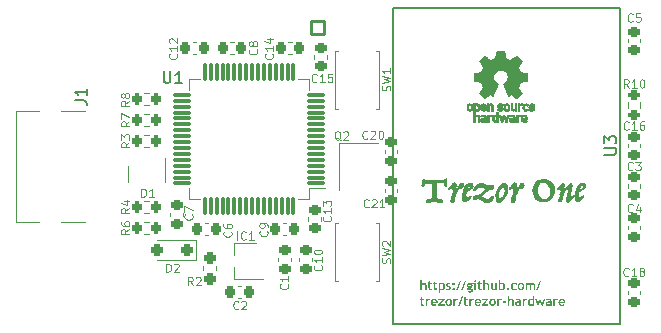
<source format=gto>
%TF.GenerationSoftware,KiCad,Pcbnew,7.0.1-0*%
%TF.CreationDate,2023-10-13T23:04:16+03:00*%
%TF.ProjectId,trezor_v1.1,7472657a-6f72-45f7-9631-2e312e6b6963,rev?*%
%TF.SameCoordinates,Original*%
%TF.FileFunction,Legend,Top*%
%TF.FilePolarity,Positive*%
%FSLAX46Y46*%
G04 Gerber Fmt 4.6, Leading zero omitted, Abs format (unit mm)*
G04 Created by KiCad (PCBNEW 7.0.1-0) date 2023-10-13 23:04:16*
%MOMM*%
%LPD*%
G01*
G04 APERTURE LIST*
G04 Aperture macros list*
%AMRoundRect*
0 Rectangle with rounded corners*
0 $1 Rounding radius*
0 $2 $3 $4 $5 $6 $7 $8 $9 X,Y pos of 4 corners*
0 Add a 4 corners polygon primitive as box body*
4,1,4,$2,$3,$4,$5,$6,$7,$8,$9,$2,$3,0*
0 Add four circle primitives for the rounded corners*
1,1,$1+$1,$2,$3*
1,1,$1+$1,$4,$5*
1,1,$1+$1,$6,$7*
1,1,$1+$1,$8,$9*
0 Add four rect primitives between the rounded corners*
20,1,$1+$1,$2,$3,$4,$5,0*
20,1,$1+$1,$4,$5,$6,$7,0*
20,1,$1+$1,$6,$7,$8,$9,0*
20,1,$1+$1,$8,$9,$2,$3,0*%
G04 Aperture macros list end*
%ADD10C,0.240000*%
%ADD11C,0.120000*%
%ADD12C,0.150000*%
%ADD13C,0.203200*%
%ADD14C,0.010000*%
%ADD15C,0.800000*%
%ADD16C,0.400000*%
%ADD17R,1.200000X1.400000*%
%ADD18R,1.220000X0.650000*%
%ADD19RoundRect,0.075000X0.662500X0.075000X-0.662500X0.075000X-0.662500X-0.075000X0.662500X-0.075000X0*%
%ADD20RoundRect,0.075000X0.075000X0.662500X-0.075000X0.662500X-0.075000X-0.662500X0.075000X-0.662500X0*%
%ADD21RoundRect,0.101600X0.553200X0.553200X-0.553200X0.553200X-0.553200X-0.553200X0.553200X-0.553200X0*%
%ADD22C,1.309600*%
%ADD23RoundRect,0.237500X0.237500X-0.287500X0.237500X0.287500X-0.237500X0.287500X-0.237500X-0.287500X0*%
%ADD24R,1.000000X0.700000*%
%ADD25R,0.600000X0.700000*%
%ADD26RoundRect,0.250000X0.250000X0.250000X-0.250000X0.250000X-0.250000X-0.250000X0.250000X-0.250000X0*%
%ADD27RoundRect,0.200000X0.200000X0.275000X-0.200000X0.275000X-0.200000X-0.275000X0.200000X-0.275000X0*%
%ADD28RoundRect,0.200000X-0.200000X-0.275000X0.200000X-0.275000X0.200000X0.275000X-0.200000X0.275000X0*%
%ADD29RoundRect,0.225000X0.250000X-0.225000X0.250000X0.225000X-0.250000X0.225000X-0.250000X-0.225000X0*%
%ADD30RoundRect,0.225000X-0.250000X0.225000X-0.250000X-0.225000X0.250000X-0.225000X0.250000X0.225000X0*%
%ADD31RoundRect,0.225000X-0.225000X-0.250000X0.225000X-0.250000X0.225000X0.250000X-0.225000X0.250000X0*%
%ADD32RoundRect,0.225000X0.225000X0.250000X-0.225000X0.250000X-0.225000X-0.250000X0.225000X-0.250000X0*%
%ADD33RoundRect,0.200000X0.275000X-0.200000X0.275000X0.200000X-0.275000X0.200000X-0.275000X-0.200000X0*%
%ADD34C,0.650000*%
%ADD35R,1.450000X0.600000*%
%ADD36R,1.450000X0.300000*%
%ADD37O,2.100000X1.000000*%
%ADD38O,1.600000X1.000000*%
%ADD39R,1.000000X1.450000*%
G04 APERTURE END LIST*
D10*
G36*
X154925842Y-106032358D02*
G01*
X154948017Y-106042188D01*
X154962186Y-106063426D01*
X154972110Y-106085270D01*
X154980925Y-106108083D01*
X154987978Y-106129665D01*
X154995150Y-106153914D01*
X155001352Y-106178302D01*
X155006150Y-106200593D01*
X155010436Y-106224608D01*
X155013074Y-106247909D01*
X155013184Y-106252177D01*
X155013184Y-106499546D01*
X155013184Y-106523348D01*
X155013184Y-106548078D01*
X155013184Y-106552889D01*
X155012268Y-106577721D01*
X155009520Y-106603126D01*
X155005481Y-106626480D01*
X155003805Y-106634368D01*
X154997324Y-106657408D01*
X154988431Y-106679706D01*
X154977128Y-106701261D01*
X154969806Y-106712916D01*
X154952839Y-106732391D01*
X154931979Y-106744653D01*
X154907227Y-106749702D01*
X154901809Y-106749846D01*
X154874769Y-106748415D01*
X154851095Y-106744124D01*
X154828161Y-106735716D01*
X154807614Y-106721790D01*
X154805675Y-106719951D01*
X154790204Y-106702161D01*
X154777421Y-106682424D01*
X154767329Y-106660739D01*
X154762884Y-106647850D01*
X154756093Y-106623878D01*
X154750230Y-106599442D01*
X154745295Y-106574542D01*
X154742953Y-106560509D01*
X154738585Y-106535862D01*
X154732732Y-106512698D01*
X154724489Y-106488702D01*
X154720678Y-106479616D01*
X154709298Y-106458584D01*
X154693342Y-106438491D01*
X154675711Y-106422989D01*
X154673784Y-106421584D01*
X154650875Y-106409837D01*
X154627519Y-106403572D01*
X154603416Y-106400375D01*
X154575891Y-106399309D01*
X154387727Y-106399309D01*
X154363395Y-106401126D01*
X154352556Y-106402826D01*
X154329017Y-106407634D01*
X154316212Y-106411618D01*
X154292798Y-106419258D01*
X154270490Y-106426273D01*
X154245946Y-106427674D01*
X154220280Y-106432852D01*
X154197813Y-106441844D01*
X154176051Y-106456791D01*
X154166736Y-106466133D01*
X154151348Y-106487346D01*
X154140357Y-106511123D01*
X154134347Y-106534032D01*
X154131702Y-106558904D01*
X154131565Y-106566371D01*
X154131565Y-106729330D01*
X154131565Y-106754096D01*
X154131565Y-106774466D01*
X154139418Y-106796588D01*
X154153840Y-106813154D01*
X154131565Y-106952665D01*
X154131565Y-107494884D01*
X154131915Y-107518377D01*
X154133209Y-107543494D01*
X154135856Y-107569176D01*
X154140323Y-107594215D01*
X154141530Y-107599225D01*
X154148582Y-107622031D01*
X154157398Y-107643944D01*
X154167322Y-107662533D01*
X154182068Y-107682841D01*
X154198609Y-107700680D01*
X154203665Y-107705324D01*
X154221903Y-107721038D01*
X154238836Y-107736978D01*
X154262687Y-107744562D01*
X154285584Y-107752072D01*
X154310206Y-107760434D01*
X154328522Y-107766873D01*
X154352948Y-107773957D01*
X154376917Y-107778308D01*
X154403011Y-107780827D01*
X154427587Y-107781528D01*
X154454872Y-107786584D01*
X154480453Y-107792665D01*
X154504331Y-107799773D01*
X154526505Y-107807906D01*
X154551827Y-107819515D01*
X154574488Y-107832727D01*
X154594486Y-107847542D01*
X154598166Y-107850697D01*
X154618087Y-107869890D01*
X154633887Y-107889660D01*
X154645565Y-107910007D01*
X154653980Y-107934475D01*
X154656785Y-107959727D01*
X154654569Y-107984640D01*
X154647921Y-108008598D01*
X154636841Y-108031603D01*
X154621330Y-108053654D01*
X154610476Y-108065826D01*
X154591805Y-108082553D01*
X154570084Y-108096683D01*
X154545314Y-108108217D01*
X154522341Y-108115845D01*
X154497251Y-108121670D01*
X154475654Y-108125031D01*
X154451361Y-108123438D01*
X154426439Y-108118066D01*
X154408829Y-108111549D01*
X154386710Y-108102536D01*
X154364422Y-108094261D01*
X154353142Y-108090446D01*
X154328733Y-108088548D01*
X154303454Y-108087655D01*
X154287489Y-108087515D01*
X154264008Y-108087515D01*
X154239725Y-108087515D01*
X154214640Y-108087515D01*
X154209527Y-108087515D01*
X154184362Y-108086714D01*
X154159427Y-108084310D01*
X154134720Y-108080302D01*
X154129806Y-108079309D01*
X154106886Y-108073264D01*
X154084582Y-108064498D01*
X154065326Y-108053517D01*
X154051258Y-108053517D01*
X153764614Y-108053517D01*
X153740588Y-108056770D01*
X153716018Y-108062298D01*
X153691971Y-108068457D01*
X153684307Y-108070516D01*
X153660388Y-108076293D01*
X153635233Y-108080875D01*
X153608841Y-108084261D01*
X153581212Y-108086453D01*
X153557244Y-108087366D01*
X153542451Y-108087515D01*
X153515890Y-108087515D01*
X153490720Y-108087515D01*
X153466943Y-108087515D01*
X153444558Y-108087515D01*
X153418962Y-108087515D01*
X153395331Y-108087515D01*
X153371357Y-108087515D01*
X153368941Y-108087515D01*
X153345321Y-108087515D01*
X153321599Y-108087515D01*
X153316771Y-108087515D01*
X153298013Y-108099825D01*
X153275146Y-108109081D01*
X153248444Y-108111915D01*
X153220943Y-108112708D01*
X153216533Y-108112721D01*
X153198508Y-108097004D01*
X153194258Y-108091032D01*
X153180795Y-108071008D01*
X153180190Y-108069344D01*
X153176487Y-108045793D01*
X153176087Y-108031242D01*
X153185077Y-108008393D01*
X153194902Y-107986007D01*
X153205561Y-107964085D01*
X153211844Y-107952107D01*
X153224488Y-107930068D01*
X153236944Y-107909551D01*
X153250317Y-107888577D01*
X153251704Y-107886454D01*
X153266794Y-107865434D01*
X153281745Y-107846908D01*
X153297994Y-107828752D01*
X153305633Y-107820802D01*
X153330729Y-107812009D01*
X153354433Y-107803803D01*
X153376744Y-107796182D01*
X153397664Y-107789148D01*
X153420635Y-107780225D01*
X153443606Y-107771995D01*
X153464489Y-107765115D01*
X153488243Y-107758283D01*
X153509039Y-107754563D01*
X153671997Y-107717634D01*
X153691274Y-107702249D01*
X153696031Y-107692428D01*
X153704366Y-107668578D01*
X153710081Y-107645277D01*
X153712444Y-107632637D01*
X153715561Y-107607836D01*
X153717475Y-107583454D01*
X153718583Y-107556874D01*
X153718892Y-107531814D01*
X153718892Y-107176001D01*
X153723193Y-107152149D01*
X153731409Y-107128340D01*
X153734133Y-107121486D01*
X153745856Y-107097452D01*
X153745856Y-106675401D01*
X153746754Y-106651230D01*
X153749708Y-106626329D01*
X153750546Y-106621472D01*
X153754333Y-106597773D01*
X153755822Y-106573405D01*
X153747029Y-106551716D01*
X153734314Y-106531323D01*
X153722995Y-106517131D01*
X153706101Y-106499936D01*
X153688997Y-106487236D01*
X153667135Y-106476468D01*
X153652653Y-106474340D01*
X153278669Y-106474340D01*
X153251661Y-106475406D01*
X153227570Y-106478604D01*
X153203610Y-106484868D01*
X153181209Y-106495245D01*
X153179018Y-106496615D01*
X153159257Y-106511373D01*
X153142473Y-106528534D01*
X153128665Y-106548101D01*
X153126261Y-106552302D01*
X153115396Y-106574582D01*
X153106249Y-106598922D01*
X153099484Y-106622590D01*
X153097538Y-106630851D01*
X153091706Y-106655302D01*
X153084761Y-106679197D01*
X153076704Y-106702536D01*
X153071746Y-106715261D01*
X153061308Y-106736802D01*
X153048459Y-106756580D01*
X153033199Y-106774597D01*
X153023679Y-106783845D01*
X153003885Y-106797446D01*
X152979454Y-106806596D01*
X152953846Y-106810992D01*
X152932235Y-106811981D01*
X152906990Y-106809878D01*
X152882260Y-106802321D01*
X152861927Y-106789270D01*
X152845990Y-106770722D01*
X152844307Y-106768018D01*
X152833023Y-106745523D01*
X152824963Y-106722588D01*
X152820127Y-106699214D01*
X152818515Y-106675401D01*
X152819889Y-106650625D01*
X152822032Y-106630265D01*
X152825083Y-106605781D01*
X152828522Y-106580911D01*
X152830239Y-106569302D01*
X152834429Y-106544357D01*
X152838425Y-106520960D01*
X152840204Y-106510683D01*
X152844320Y-106486500D01*
X152845480Y-106472581D01*
X152886512Y-106306106D01*
X152888784Y-106282195D01*
X152891788Y-106259797D01*
X152895715Y-106235525D01*
X152900901Y-106210338D01*
X152906646Y-106186886D01*
X152908787Y-106178904D01*
X152916314Y-106155014D01*
X152925047Y-106132144D01*
X152934985Y-106110295D01*
X152941027Y-106098597D01*
X152954915Y-106079122D01*
X152975358Y-106065274D01*
X152995542Y-106061667D01*
X153019832Y-106063096D01*
X153043568Y-106068119D01*
X153065481Y-106077942D01*
X153074677Y-106084528D01*
X153094103Y-106100592D01*
X153112604Y-106115796D01*
X153131907Y-106131572D01*
X153133882Y-106133182D01*
X153151467Y-106149513D01*
X153171397Y-106163663D01*
X153194967Y-106171896D01*
X153219843Y-106174204D01*
X153221809Y-106174214D01*
X153246031Y-106168920D01*
X153268933Y-106159853D01*
X153278669Y-106155457D01*
X153302402Y-106145565D01*
X153324939Y-106138915D01*
X153343735Y-106136699D01*
X153420525Y-106136699D01*
X153436620Y-106153952D01*
X153443386Y-106157215D01*
X153466199Y-106165917D01*
X153471523Y-106168353D01*
X153494414Y-106174008D01*
X153500246Y-106174214D01*
X153998501Y-106174214D01*
X154089946Y-106156629D01*
X154184321Y-106174214D01*
X154209930Y-106173555D01*
X154236198Y-106171577D01*
X154263126Y-106168279D01*
X154290713Y-106163663D01*
X154314206Y-106158809D01*
X154328522Y-106155457D01*
X154352545Y-106150053D01*
X154376253Y-106145565D01*
X154399646Y-106141993D01*
X154427301Y-106138915D01*
X154454504Y-106137157D01*
X154476826Y-106136699D01*
X154641544Y-106136699D01*
X154666572Y-106135941D01*
X154690366Y-106133669D01*
X154716049Y-106129218D01*
X154740119Y-106122788D01*
X154745884Y-106120872D01*
X154768049Y-106112848D01*
X154791321Y-106103559D01*
X154812831Y-106093992D01*
X154826191Y-106087459D01*
X154846776Y-106076102D01*
X154867040Y-106063609D01*
X154884810Y-106051116D01*
X154904493Y-106038293D01*
X154925842Y-106032358D01*
G37*
G36*
X155583540Y-106379965D02*
G01*
X155607888Y-106377291D01*
X155631986Y-106380794D01*
X155645675Y-106391102D01*
X155662922Y-106407804D01*
X155683399Y-106420612D01*
X155699604Y-106428618D01*
X155721283Y-106441797D01*
X155741479Y-106456274D01*
X155760191Y-106472049D01*
X155769946Y-106481374D01*
X155784964Y-106499772D01*
X155795886Y-106523151D01*
X155800528Y-106546834D01*
X155801013Y-106558164D01*
X155796342Y-106581337D01*
X155793979Y-106595680D01*
X155792147Y-106619551D01*
X155793979Y-106643536D01*
X155799475Y-106667636D01*
X155801013Y-106672470D01*
X155799628Y-106697412D01*
X155795964Y-106721409D01*
X155790011Y-106746665D01*
X155789290Y-106749260D01*
X155783874Y-106772844D01*
X155781456Y-106797343D01*
X155782842Y-106810223D01*
X155797817Y-106828770D01*
X155799255Y-106830153D01*
X155813909Y-106844221D01*
X155822702Y-106845980D01*
X155844086Y-106836006D01*
X155862819Y-106819602D01*
X155878158Y-106801714D01*
X155889527Y-106786189D01*
X155903575Y-106765609D01*
X155917581Y-106743874D01*
X155931547Y-106720986D01*
X155945471Y-106696943D01*
X155957043Y-106676026D01*
X155963972Y-106663091D01*
X155975710Y-106641307D01*
X155987477Y-106619551D01*
X155999272Y-106597824D01*
X156011096Y-106576125D01*
X156022948Y-106554455D01*
X156034829Y-106532814D01*
X156039590Y-106524166D01*
X156051651Y-106503580D01*
X156066049Y-106481599D01*
X156080365Y-106462584D01*
X156096963Y-106444152D01*
X156115794Y-106428032D01*
X156227755Y-106399309D01*
X156252249Y-106399309D01*
X156275235Y-106399309D01*
X156300031Y-106399309D01*
X156318613Y-106399309D01*
X156340827Y-106413325D01*
X156360207Y-106428629D01*
X156379722Y-106448695D01*
X156395158Y-106470615D01*
X156406513Y-106494389D01*
X156411816Y-106511270D01*
X156418060Y-106536116D01*
X156424460Y-106562342D01*
X156429905Y-106585596D01*
X156434961Y-106608530D01*
X156437022Y-106618541D01*
X156436397Y-106642712D01*
X156431957Y-106669576D01*
X156425115Y-106694745D01*
X156417273Y-106717230D01*
X156407484Y-106741090D01*
X156403023Y-106751018D01*
X156390968Y-106775470D01*
X156377881Y-106798634D01*
X156363765Y-106820510D01*
X156348618Y-106841098D01*
X156332441Y-106860398D01*
X156315233Y-106878410D01*
X156308062Y-106885254D01*
X156287500Y-106896573D01*
X156265939Y-106906989D01*
X156260581Y-106909288D01*
X156237498Y-106918299D01*
X156216031Y-106925701D01*
X156192361Y-106924691D01*
X156183791Y-106923356D01*
X156161396Y-106915255D01*
X156158585Y-106913977D01*
X156135262Y-106907996D01*
X156131034Y-106907529D01*
X156106949Y-106905855D01*
X156098794Y-106905771D01*
X156073878Y-106909442D01*
X156051346Y-106919150D01*
X156031166Y-106933076D01*
X156026694Y-106936838D01*
X156008815Y-106952445D01*
X155990937Y-106968785D01*
X155973058Y-106985858D01*
X155955180Y-107003663D01*
X155938547Y-107025187D01*
X155923088Y-107047627D01*
X155908803Y-107070983D01*
X155895691Y-107095254D01*
X155883753Y-107120442D01*
X155872988Y-107146545D01*
X155869011Y-107157243D01*
X155860229Y-107184071D01*
X155852936Y-107210698D01*
X155847132Y-107237125D01*
X155842816Y-107263351D01*
X155839988Y-107289377D01*
X155838648Y-107315203D01*
X155838529Y-107325478D01*
X155821528Y-107342005D01*
X155804155Y-107359275D01*
X155786412Y-107377286D01*
X155776394Y-107387613D01*
X155759511Y-107407288D01*
X155745131Y-107428726D01*
X155733256Y-107451925D01*
X155727741Y-107465575D01*
X155718765Y-107487960D01*
X155712353Y-107511151D01*
X155708506Y-107535148D01*
X155707224Y-107559951D01*
X155706052Y-107584680D01*
X155702535Y-107609043D01*
X155696673Y-107633040D01*
X155688466Y-107656671D01*
X155688466Y-107681297D01*
X155688466Y-107706104D01*
X155688466Y-107730257D01*
X155688466Y-107746357D01*
X155687917Y-107773101D01*
X155686534Y-107797104D01*
X155684310Y-107821668D01*
X155681245Y-107846792D01*
X155679674Y-107857732D01*
X155675574Y-107882896D01*
X155670970Y-107907612D01*
X155665861Y-107931879D01*
X155660247Y-107955697D01*
X155656812Y-107969106D01*
X155650433Y-107991907D01*
X155642593Y-108017277D01*
X155634167Y-108041915D01*
X155625154Y-108065821D01*
X155623986Y-108068757D01*
X155602407Y-108082434D01*
X155579581Y-108094449D01*
X155557748Y-108103928D01*
X155535056Y-108112286D01*
X155511677Y-108119041D01*
X155487612Y-108124193D01*
X155482716Y-108125031D01*
X155458656Y-108130410D01*
X155433298Y-108134675D01*
X155409668Y-108137533D01*
X155391272Y-108139099D01*
X155367758Y-108132928D01*
X155347236Y-108119422D01*
X155333240Y-108106859D01*
X155317360Y-108089044D01*
X155307448Y-108076378D01*
X155258208Y-107978485D01*
X155257119Y-107954872D01*
X155258803Y-107930400D01*
X155262247Y-107904754D01*
X155264656Y-107890558D01*
X155269413Y-107864656D01*
X155274450Y-107838754D01*
X155279767Y-107812852D01*
X155285365Y-107786950D01*
X155288690Y-107772149D01*
X155294476Y-107746892D01*
X155300038Y-107722926D01*
X155306119Y-107697115D01*
X155311908Y-107672990D01*
X155313309Y-107667222D01*
X155318977Y-107644002D01*
X155323888Y-107620449D01*
X155325033Y-107610362D01*
X155338643Y-107589292D01*
X155351336Y-107568068D01*
X155363111Y-107546689D01*
X155373970Y-107525155D01*
X155383912Y-107503467D01*
X155392936Y-107481624D01*
X155403543Y-107452260D01*
X155412518Y-107422621D01*
X155419864Y-107392708D01*
X155422926Y-107377648D01*
X155428833Y-107347359D01*
X155434832Y-107317161D01*
X155440923Y-107287055D01*
X155447106Y-107257041D01*
X155453380Y-107227118D01*
X155459745Y-107197287D01*
X155466202Y-107167547D01*
X155472751Y-107137899D01*
X155446373Y-106921598D01*
X155434094Y-106900560D01*
X155417064Y-106892288D01*
X155393494Y-106894355D01*
X155374272Y-106898150D01*
X155351411Y-106903536D01*
X155327781Y-106911401D01*
X155306678Y-106922502D01*
X155303930Y-106924528D01*
X155285048Y-106940689D01*
X155267969Y-106958394D01*
X155265829Y-106960872D01*
X155249024Y-106979393D01*
X155232169Y-106996070D01*
X155226554Y-107001318D01*
X155206751Y-107014233D01*
X155184468Y-107022430D01*
X155160068Y-107027926D01*
X155146247Y-107030041D01*
X155122880Y-107026092D01*
X155103756Y-107010924D01*
X155095249Y-106989595D01*
X155090235Y-106965438D01*
X155084983Y-106942303D01*
X155080009Y-106922770D01*
X155077622Y-106897866D01*
X155081747Y-106873931D01*
X155091146Y-106853014D01*
X155104324Y-106832876D01*
X155119677Y-106814225D01*
X155137205Y-106797063D01*
X155140972Y-106793810D01*
X155160652Y-106777495D01*
X155179442Y-106763106D01*
X155199251Y-106748994D01*
X155208383Y-106742812D01*
X155228506Y-106728633D01*
X155247332Y-106714455D01*
X155266726Y-106698702D01*
X155274035Y-106692400D01*
X155290312Y-106674200D01*
X155305803Y-106654990D01*
X155320510Y-106634770D01*
X155334430Y-106613540D01*
X155342032Y-106600956D01*
X155355168Y-106578840D01*
X155368415Y-106557118D01*
X155381775Y-106535788D01*
X155395247Y-106514851D01*
X155402995Y-106503063D01*
X155417120Y-106483136D01*
X155432311Y-106464386D01*
X155448568Y-106446815D01*
X155465891Y-106430422D01*
X155476268Y-106421584D01*
X155495827Y-106407771D01*
X155517573Y-106396595D01*
X155541508Y-106388056D01*
X155567630Y-106382154D01*
X155583540Y-106379965D01*
G37*
G36*
X156976310Y-106399309D02*
G01*
X157001569Y-106400277D01*
X157025467Y-106403183D01*
X157051629Y-106409021D01*
X157075941Y-106417496D01*
X157095305Y-106426859D01*
X157116150Y-106439838D01*
X157135088Y-106454669D01*
X157152118Y-106471350D01*
X157167241Y-106489883D01*
X157175026Y-106501304D01*
X157187292Y-106522410D01*
X157197931Y-106544693D01*
X157206943Y-106568155D01*
X157214328Y-106592795D01*
X157217817Y-106607404D01*
X157223071Y-106633614D01*
X157227034Y-106660442D01*
X157229404Y-106683928D01*
X157230826Y-106707867D01*
X157231300Y-106732260D01*
X157230219Y-106756395D01*
X157225828Y-106784785D01*
X157218060Y-106811201D01*
X157206915Y-106835641D01*
X157192392Y-106858107D01*
X157174491Y-106878597D01*
X157162130Y-106889944D01*
X157140486Y-106907664D01*
X157118785Y-106924554D01*
X157097026Y-106940614D01*
X157075210Y-106955843D01*
X157053337Y-106970243D01*
X157031407Y-106983813D01*
X157022618Y-106989009D01*
X157002832Y-107002490D01*
X156982673Y-107015455D01*
X156962143Y-107027906D01*
X156941240Y-107039842D01*
X156919965Y-107051262D01*
X156898318Y-107062167D01*
X156889555Y-107066385D01*
X156868014Y-107076969D01*
X156846988Y-107087840D01*
X156822437Y-107101263D01*
X156798628Y-107115097D01*
X156775561Y-107129344D01*
X156760595Y-107139071D01*
X156739334Y-107153971D01*
X156719516Y-107169654D01*
X156701141Y-107186119D01*
X156684208Y-107203368D01*
X156668717Y-107221400D01*
X156663875Y-107227585D01*
X156649257Y-107250674D01*
X156639585Y-107272518D01*
X156632550Y-107296259D01*
X156628154Y-107321895D01*
X156626396Y-107349427D01*
X156626359Y-107354200D01*
X156626359Y-107496057D01*
X156625150Y-107521849D01*
X156627971Y-107547055D01*
X156634822Y-107571674D01*
X156645703Y-107595708D01*
X156659918Y-107616481D01*
X156678362Y-107632756D01*
X156701901Y-107642029D01*
X156714872Y-107643189D01*
X156728941Y-107640258D01*
X156747488Y-107623771D01*
X156766896Y-107609483D01*
X156773491Y-107605087D01*
X156794154Y-107591211D01*
X156814817Y-107576840D01*
X156828592Y-107566985D01*
X156847716Y-107552999D01*
X156867060Y-107538711D01*
X156870797Y-107535917D01*
X156891983Y-107525511D01*
X156914065Y-107514511D01*
X156936193Y-107503274D01*
X156953449Y-107494298D01*
X156975568Y-107484901D01*
X156999848Y-107484570D01*
X157003274Y-107486092D01*
X157026981Y-107488904D01*
X157048997Y-107496057D01*
X157065426Y-107513640D01*
X157071528Y-107537053D01*
X157073030Y-107562295D01*
X157069573Y-107587514D01*
X157063596Y-107612247D01*
X157055101Y-107636493D01*
X157044087Y-107660252D01*
X157030555Y-107683525D01*
X157014504Y-107706311D01*
X157007378Y-107715289D01*
X156989028Y-107737351D01*
X156970249Y-107758841D01*
X156951041Y-107779758D01*
X156931403Y-107800102D01*
X156911336Y-107819875D01*
X156890840Y-107839074D01*
X156882521Y-107846594D01*
X156861738Y-107864878D01*
X156841156Y-107882360D01*
X156820774Y-107899041D01*
X156800593Y-107914921D01*
X156780611Y-107929999D01*
X156760831Y-107944276D01*
X156752974Y-107949762D01*
X156731199Y-107965204D01*
X156709648Y-107981137D01*
X156690103Y-107996597D01*
X156672081Y-108013070D01*
X156652753Y-108029113D01*
X156630276Y-108044775D01*
X156608583Y-108056521D01*
X156584264Y-108065277D01*
X156561010Y-108068703D01*
X156557775Y-108068757D01*
X156532313Y-108068757D01*
X156506924Y-108068757D01*
X156481608Y-108068757D01*
X156456366Y-108068757D01*
X156431921Y-108063777D01*
X156409939Y-108054801D01*
X156388187Y-108041589D01*
X156386024Y-108040034D01*
X156367173Y-108024924D01*
X156349527Y-108008607D01*
X156333087Y-107991085D01*
X156324475Y-107980830D01*
X156310564Y-107961613D01*
X156297284Y-107940043D01*
X156286293Y-107918245D01*
X156283442Y-107911660D01*
X156275432Y-107888047D01*
X156270486Y-107864499D01*
X156269374Y-107848353D01*
X156269374Y-107792665D01*
X156265860Y-107768248D01*
X156259408Y-107749874D01*
X156248303Y-107729209D01*
X156244168Y-107722909D01*
X156255891Y-107650223D01*
X156255891Y-107598639D01*
X156257503Y-107573286D01*
X156259827Y-107549108D01*
X156262339Y-107525366D01*
X156265529Y-107499015D01*
X156268442Y-107475714D01*
X156271519Y-107451754D01*
X156274761Y-107427134D01*
X156278169Y-107401855D01*
X156278752Y-107397578D01*
X156282428Y-107372107D01*
X156285979Y-107347130D01*
X156289407Y-107322647D01*
X156292711Y-107298660D01*
X156295891Y-107275167D01*
X156296924Y-107267445D01*
X156300547Y-107241860D01*
X156304137Y-107216535D01*
X156307475Y-107193037D01*
X156309820Y-107176587D01*
X156322130Y-107164277D01*
X156318613Y-107150209D01*
X156315754Y-107126716D01*
X156315682Y-107120900D01*
X156320435Y-107097515D01*
X156329164Y-107081039D01*
X156330882Y-107056424D01*
X156335364Y-107032900D01*
X156342628Y-107008078D01*
X156346750Y-106996629D01*
X156356092Y-106974518D01*
X156365434Y-106952150D01*
X156366680Y-106949148D01*
X156377365Y-106923942D01*
X156723665Y-106923942D01*
X156736561Y-106928046D01*
X156760833Y-106927130D01*
X156781111Y-106922184D01*
X156804302Y-106913831D01*
X156826140Y-106903856D01*
X156844419Y-106894047D01*
X156864500Y-106881384D01*
X156884738Y-106866133D01*
X156903037Y-106849497D01*
X156919084Y-106830510D01*
X156929470Y-106808151D01*
X156931174Y-106798499D01*
X156931174Y-106742226D01*
X156924140Y-106722295D01*
X156906554Y-106707641D01*
X156885531Y-106695491D01*
X156879004Y-106692986D01*
X156824489Y-106686538D01*
X156807705Y-106703870D01*
X156805145Y-106707641D01*
X156791698Y-106728678D01*
X156779627Y-106749828D01*
X156775836Y-106756880D01*
X156765325Y-106779766D01*
X156755044Y-106802996D01*
X156744992Y-106826570D01*
X156743009Y-106831325D01*
X156737395Y-106854875D01*
X156733044Y-106869427D01*
X156726627Y-106892703D01*
X156723665Y-106905771D01*
X156723665Y-106923942D01*
X156377365Y-106923942D01*
X156412402Y-106841290D01*
X156416031Y-106817348D01*
X156422523Y-106793148D01*
X156431877Y-106768690D01*
X156444093Y-106743975D01*
X156459171Y-106719002D01*
X156473294Y-106698838D01*
X156485089Y-106683607D01*
X156501823Y-106663494D01*
X156519197Y-106643893D01*
X156537213Y-106624806D01*
X156555870Y-106606231D01*
X156575169Y-106588169D01*
X156595108Y-106570621D01*
X156615689Y-106553585D01*
X156636910Y-106537062D01*
X156658691Y-106521189D01*
X156680654Y-106506104D01*
X156702801Y-106491806D01*
X156725131Y-106478297D01*
X156747644Y-106465575D01*
X156770340Y-106453640D01*
X156793219Y-106442494D01*
X156816282Y-106432135D01*
X156839043Y-106422903D01*
X156866385Y-106413423D01*
X156892497Y-106406233D01*
X156917379Y-106401333D01*
X156941029Y-106398722D01*
X156967785Y-106398613D01*
X156976310Y-106399309D01*
G37*
G36*
X158010337Y-106399309D02*
G01*
X158033108Y-106405877D01*
X158053442Y-106417555D01*
X158070127Y-106429204D01*
X158090570Y-106444262D01*
X158111453Y-106460125D01*
X158130086Y-106474667D01*
X158149056Y-106489826D01*
X158154538Y-106494270D01*
X158174253Y-106509108D01*
X158194088Y-106523314D01*
X158211983Y-106535303D01*
X158232875Y-106546663D01*
X158251258Y-106551130D01*
X158271062Y-106564958D01*
X158284670Y-106569302D01*
X158308698Y-106570381D01*
X158319255Y-106570474D01*
X158342977Y-106572306D01*
X158356771Y-106575163D01*
X158378096Y-106586103D01*
X158387252Y-106596266D01*
X158411425Y-106601274D01*
X158417734Y-106603300D01*
X158441621Y-106609895D01*
X158466128Y-106615905D01*
X158469904Y-106616782D01*
X158490074Y-106629070D01*
X158512441Y-106640189D01*
X158513868Y-106640816D01*
X158536752Y-106649136D01*
X158546694Y-106650781D01*
X158572614Y-106649751D01*
X158597618Y-106646659D01*
X158621707Y-106641507D01*
X158626415Y-106640230D01*
X158649919Y-106633097D01*
X158673538Y-106625621D01*
X158697272Y-106617801D01*
X158702032Y-106616196D01*
X158725812Y-106612166D01*
X158751043Y-106607733D01*
X158775305Y-106603300D01*
X158799636Y-106599295D01*
X158825076Y-106596953D01*
X158849164Y-106596266D01*
X158875909Y-106597440D01*
X158903166Y-106601946D01*
X158928299Y-106611475D01*
X158948229Y-106627998D01*
X158957022Y-106644333D01*
X158964203Y-106670015D01*
X158968803Y-106695673D01*
X158971496Y-106720031D01*
X158973034Y-106746574D01*
X158973435Y-106770362D01*
X158973435Y-106837187D01*
X158972047Y-106860886D01*
X158966716Y-106886605D01*
X158957388Y-106909356D01*
X158944061Y-106929140D01*
X158926737Y-106945956D01*
X158916575Y-106953251D01*
X158894999Y-106966544D01*
X158872474Y-106978723D01*
X158849002Y-106989789D01*
X158824581Y-106999743D01*
X158799213Y-107008584D01*
X158790546Y-107011284D01*
X158765479Y-107019097D01*
X158740468Y-107026053D01*
X158715516Y-107032149D01*
X158690620Y-107037387D01*
X158665782Y-107041766D01*
X158641001Y-107045287D01*
X158631104Y-107046454D01*
X158606901Y-107049291D01*
X158583385Y-107052671D01*
X158556073Y-107057445D01*
X158529750Y-107063003D01*
X158504415Y-107069343D01*
X158488076Y-107074005D01*
X158468129Y-107088156D01*
X158450209Y-107105082D01*
X158446457Y-107109176D01*
X158429869Y-107127855D01*
X158413012Y-107146127D01*
X158402493Y-107157243D01*
X158385416Y-107174364D01*
X158367230Y-107191070D01*
X158349736Y-107205896D01*
X158328535Y-107220159D01*
X158306736Y-107230600D01*
X158282533Y-107238637D01*
X158279981Y-107239309D01*
X158259270Y-107254536D01*
X158240923Y-107269219D01*
X158222855Y-107284829D01*
X158214914Y-107292065D01*
X158197346Y-107308876D01*
X158179592Y-107326336D01*
X158161653Y-107344445D01*
X158151607Y-107354787D01*
X158133291Y-107373251D01*
X158116155Y-107389665D01*
X158098212Y-107406078D01*
X158081851Y-107420439D01*
X158062397Y-107436083D01*
X158042137Y-107450188D01*
X158021071Y-107462754D01*
X157999199Y-107473782D01*
X157987109Y-107493943D01*
X157985131Y-107495471D01*
X157965103Y-107508586D01*
X157955822Y-107513642D01*
X157935305Y-107525952D01*
X157927685Y-107536503D01*
X157946919Y-107550242D01*
X157968125Y-107565389D01*
X157976924Y-107571674D01*
X157999364Y-107587286D01*
X158020027Y-107601025D01*
X158042009Y-107615093D01*
X158065310Y-107629491D01*
X158085734Y-107641741D01*
X158094161Y-107646706D01*
X158115464Y-107658962D01*
X158136510Y-107670817D01*
X158157298Y-107682272D01*
X158181904Y-107695488D01*
X158206139Y-107708128D01*
X158226052Y-107718220D01*
X158248837Y-107728977D01*
X158272451Y-107738715D01*
X158295523Y-107746134D01*
X158320427Y-107749874D01*
X158341571Y-107761574D01*
X158346219Y-107762184D01*
X158369879Y-107761749D01*
X158379632Y-107760425D01*
X158403812Y-107756322D01*
X158427133Y-107750808D01*
X158430630Y-107749874D01*
X158456177Y-107748802D01*
X158479622Y-107745587D01*
X158504318Y-107739128D01*
X158526152Y-107729751D01*
X158542591Y-107719392D01*
X158562777Y-107703309D01*
X158582304Y-107686127D01*
X158601172Y-107667845D01*
X158619381Y-107648464D01*
X158635533Y-107631222D01*
X158652191Y-107614372D01*
X158669353Y-107597915D01*
X158687021Y-107581850D01*
X158697343Y-107572847D01*
X158717210Y-107558686D01*
X158739882Y-107548003D01*
X158765360Y-107540798D01*
X158789430Y-107537391D01*
X158811062Y-107536503D01*
X158836158Y-107537456D01*
X158862026Y-107540805D01*
X158885391Y-107546565D01*
X158899576Y-107551744D01*
X158918741Y-107568597D01*
X158928963Y-107592630D01*
X158933648Y-107616810D01*
X158935600Y-107640990D01*
X158935919Y-107657257D01*
X158931523Y-107681826D01*
X158927127Y-107705709D01*
X158922730Y-107728904D01*
X158917454Y-107755832D01*
X158912179Y-107781770D01*
X158907782Y-107802630D01*
X158901463Y-107827450D01*
X158894303Y-107852158D01*
X158886300Y-107876754D01*
X158877457Y-107901237D01*
X158872025Y-107915177D01*
X158862172Y-107937605D01*
X158850018Y-107958497D01*
X158833486Y-107977502D01*
X158821027Y-107986106D01*
X158801253Y-107999734D01*
X158781497Y-108012484D01*
X158756827Y-108027184D01*
X158732186Y-108040511D01*
X158707574Y-108052463D01*
X158682991Y-108063042D01*
X158663344Y-108070516D01*
X158638380Y-108079420D01*
X158612214Y-108088182D01*
X158584845Y-108096800D01*
X158562085Y-108103591D01*
X158538555Y-108110291D01*
X158514256Y-108116899D01*
X158489187Y-108123416D01*
X158482800Y-108125031D01*
X158373770Y-108125031D01*
X158290532Y-108115652D01*
X158267671Y-108122100D01*
X158244077Y-108125339D01*
X158234845Y-108125617D01*
X158211143Y-108125617D01*
X158199087Y-108125617D01*
X158178931Y-108110599D01*
X158158909Y-108095880D01*
X158139020Y-108081459D01*
X158119266Y-108067338D01*
X158099645Y-108053515D01*
X158080159Y-108039991D01*
X158054385Y-108022424D01*
X158028849Y-108005388D01*
X158003552Y-107988883D01*
X157990993Y-107980830D01*
X157969295Y-107967394D01*
X157947285Y-107954049D01*
X157924965Y-107940795D01*
X157902332Y-107927634D01*
X157879389Y-107914564D01*
X157856134Y-107901585D01*
X157832567Y-107888698D01*
X157808690Y-107875903D01*
X157785206Y-107863621D01*
X157762528Y-107852273D01*
X157740656Y-107841859D01*
X157714449Y-107830155D01*
X157689502Y-107819911D01*
X157665814Y-107811127D01*
X157643386Y-107803803D01*
X157573044Y-107803803D01*
X157547788Y-107805234D01*
X157523444Y-107810114D01*
X157502702Y-107818457D01*
X157481181Y-107830468D01*
X157460433Y-107843640D01*
X157451118Y-107850111D01*
X157431211Y-107864496D01*
X157411498Y-107879075D01*
X157402465Y-107885868D01*
X157380426Y-107897890D01*
X157356367Y-107903179D01*
X157349122Y-107903454D01*
X157323351Y-107902309D01*
X157299526Y-107898874D01*
X157273505Y-107891730D01*
X157250286Y-107881289D01*
X157229871Y-107867550D01*
X157217817Y-107856559D01*
X157202478Y-107838397D01*
X157188594Y-107815748D01*
X157179029Y-107791530D01*
X157173783Y-107765740D01*
X157172681Y-107746357D01*
X157173451Y-107720125D01*
X157175759Y-107693600D01*
X157179041Y-107670151D01*
X157183500Y-107646477D01*
X157184991Y-107639672D01*
X157193634Y-107614839D01*
X157205821Y-107591992D01*
X157219345Y-107571851D01*
X157235931Y-107550707D01*
X157251406Y-107533072D01*
X157268840Y-107514795D01*
X157273505Y-107510125D01*
X157295844Y-107499244D01*
X157318494Y-107491008D01*
X157338571Y-107485505D01*
X157361766Y-107480582D01*
X157385191Y-107476804D01*
X157408844Y-107474171D01*
X157413602Y-107473782D01*
X157437302Y-107471927D01*
X157460772Y-107470759D01*
X157486325Y-107470268D01*
X157488634Y-107470265D01*
X157512083Y-107470265D01*
X157536318Y-107470265D01*
X157546080Y-107470265D01*
X157567160Y-107453861D01*
X157588269Y-107439089D01*
X157609406Y-107425949D01*
X157630573Y-107414440D01*
X157656010Y-107402783D01*
X157681488Y-107393475D01*
X157706300Y-107385245D01*
X157729299Y-107377263D01*
X157753838Y-107368263D01*
X157775909Y-107359600D01*
X157792863Y-107352442D01*
X157811648Y-107333895D01*
X157830488Y-107315769D01*
X157849384Y-107298064D01*
X157868334Y-107280781D01*
X157887339Y-107263919D01*
X157906399Y-107247479D01*
X157925514Y-107231459D01*
X157944684Y-107215861D01*
X157963964Y-107200273D01*
X157983116Y-107184281D01*
X158002139Y-107167886D01*
X158021034Y-107151088D01*
X158039801Y-107133887D01*
X158058440Y-107116284D01*
X158076951Y-107098277D01*
X158095333Y-107079867D01*
X158106268Y-107058878D01*
X158119796Y-107037500D01*
X158134424Y-107018907D01*
X158152193Y-107001318D01*
X158169813Y-106985084D01*
X158184431Y-106966253D01*
X158185605Y-106961458D01*
X158181525Y-106938047D01*
X158172709Y-106923942D01*
X158154070Y-106908647D01*
X158140469Y-106901667D01*
X158117781Y-106893292D01*
X158101781Y-106889944D01*
X158078354Y-106886595D01*
X158074230Y-106886427D01*
X158044335Y-106886427D01*
X158022087Y-106878218D01*
X158001544Y-106867669D01*
X157978793Y-106858876D01*
X157970476Y-106855945D01*
X157947496Y-106849724D01*
X157943512Y-106849497D01*
X157918906Y-106848013D01*
X157895137Y-106845096D01*
X157893100Y-106844808D01*
X157867821Y-106840878D01*
X157843490Y-106836552D01*
X157822758Y-106832498D01*
X157797387Y-106826693D01*
X157773771Y-106821567D01*
X157749412Y-106816533D01*
X157738348Y-106814326D01*
X157713728Y-106815872D01*
X157690427Y-106820508D01*
X157664910Y-106829825D01*
X157641188Y-106843349D01*
X157622284Y-106858290D01*
X157604039Y-106875168D01*
X157585794Y-106892829D01*
X157567549Y-106911273D01*
X157549304Y-106930500D01*
X157531059Y-106950511D01*
X157524977Y-106957355D01*
X157506320Y-106977612D01*
X157486839Y-106997499D01*
X157466533Y-107017015D01*
X157448982Y-107032995D01*
X157430858Y-107048717D01*
X157415947Y-107061109D01*
X157396518Y-107075125D01*
X157375601Y-107086766D01*
X157353196Y-107096031D01*
X157329302Y-107102920D01*
X157303920Y-107107434D01*
X157277049Y-107109572D01*
X157265884Y-107109762D01*
X157241622Y-107106091D01*
X157222164Y-107090800D01*
X157217231Y-107078695D01*
X157212677Y-107055000D01*
X157210307Y-107031507D01*
X157210197Y-107025938D01*
X157210197Y-106990181D01*
X157211914Y-106961333D01*
X157215761Y-106937862D01*
X157221806Y-106914044D01*
X157230049Y-106889878D01*
X157240491Y-106865363D01*
X157253130Y-106840501D01*
X157267968Y-106815291D01*
X157280539Y-106796154D01*
X157294142Y-106776944D01*
X157308353Y-106758002D01*
X157323172Y-106739328D01*
X157338599Y-106720922D01*
X157354633Y-106702783D01*
X157371276Y-106684912D01*
X157388527Y-106667310D01*
X157406385Y-106649975D01*
X157424852Y-106632908D01*
X157443926Y-106616109D01*
X157456980Y-106605059D01*
X157477007Y-106588725D01*
X157497303Y-106572917D01*
X157517866Y-106557635D01*
X157538698Y-106542878D01*
X157559797Y-106528646D01*
X157581164Y-106514940D01*
X157602799Y-106501760D01*
X157624702Y-106489105D01*
X157646872Y-106476975D01*
X157669311Y-106465371D01*
X157684419Y-106457927D01*
X157706990Y-106447451D01*
X157729200Y-106438006D01*
X157758253Y-106427015D01*
X157786664Y-106417856D01*
X157814435Y-106410529D01*
X157841564Y-106405033D01*
X157868052Y-106401369D01*
X157893899Y-106399538D01*
X157906582Y-106399309D01*
X158010337Y-106399309D01*
G37*
G36*
X159871648Y-106432959D02*
G01*
X159895931Y-106435432D01*
X159922125Y-106440401D01*
X159946020Y-106447614D01*
X159964670Y-106455582D01*
X159988324Y-106457798D01*
X160010480Y-106465757D01*
X160029187Y-106481631D01*
X160040288Y-106501891D01*
X160049300Y-106525045D01*
X160058752Y-106548199D01*
X160068644Y-106571353D01*
X160078976Y-106594508D01*
X160094391Y-106612251D01*
X160109457Y-106631437D01*
X160124214Y-106651351D01*
X160138004Y-106672039D01*
X160144042Y-106681849D01*
X160156410Y-106703765D01*
X160166844Y-106726648D01*
X160171006Y-106737536D01*
X160178218Y-106760576D01*
X160181970Y-106785237D01*
X160182144Y-106791465D01*
X160155180Y-107091004D01*
X160154529Y-107115523D01*
X160152578Y-107140720D01*
X160149327Y-107166594D01*
X160144775Y-107193147D01*
X160138922Y-107220377D01*
X160131769Y-107248285D01*
X160123315Y-107276870D01*
X160113561Y-107306133D01*
X160102689Y-107335223D01*
X160090590Y-107363579D01*
X160077263Y-107391203D01*
X160062709Y-107418094D01*
X160046928Y-107444253D01*
X160029920Y-107469678D01*
X160011684Y-107494371D01*
X159992221Y-107518332D01*
X159975652Y-107537621D01*
X159962875Y-107558558D01*
X159956464Y-107573433D01*
X159948028Y-107596431D01*
X159940151Y-107618527D01*
X159933602Y-107637327D01*
X159925058Y-107661047D01*
X159916448Y-107683212D01*
X159907037Y-107705950D01*
X159906052Y-107708255D01*
X159894901Y-107731164D01*
X159882711Y-107751489D01*
X159868481Y-107771535D01*
X159861502Y-107780355D01*
X159845812Y-107799782D01*
X159830127Y-107820052D01*
X159816366Y-107838387D01*
X159801863Y-107857414D01*
X159786711Y-107876904D01*
X159770910Y-107896858D01*
X159761851Y-107908143D01*
X159745277Y-107927839D01*
X159727868Y-107946701D01*
X159709625Y-107964728D01*
X159699129Y-107974382D01*
X159680057Y-107990229D01*
X159660427Y-108003480D01*
X159637965Y-108015158D01*
X159628787Y-108018932D01*
X159608203Y-108030164D01*
X159586395Y-108042245D01*
X159564051Y-108054872D01*
X159546136Y-108065240D01*
X159525711Y-108077433D01*
X159504301Y-108089391D01*
X159484000Y-108099825D01*
X159462568Y-108109497D01*
X159438605Y-108116998D01*
X159425382Y-108119755D01*
X159401779Y-108122970D01*
X159376692Y-108124701D01*
X159359143Y-108125031D01*
X159335373Y-108123797D01*
X159309031Y-108119364D01*
X159283569Y-108111707D01*
X159262011Y-108102362D01*
X159255975Y-108099239D01*
X159233077Y-108085647D01*
X159211865Y-108070076D01*
X159192338Y-108052527D01*
X159174496Y-108033000D01*
X159160238Y-108014287D01*
X159147215Y-107994564D01*
X159135426Y-107973831D01*
X159124872Y-107952089D01*
X159119394Y-107939211D01*
X159111172Y-107916302D01*
X159104969Y-107893225D01*
X159100785Y-107869980D01*
X159098622Y-107846567D01*
X159098292Y-107833112D01*
X159098292Y-107606845D01*
X159088632Y-107584549D01*
X159082465Y-107577536D01*
X159073178Y-107555225D01*
X159069367Y-107529726D01*
X159068283Y-107513056D01*
X159353281Y-107513056D01*
X159366700Y-107533206D01*
X159374970Y-107554089D01*
X159383735Y-107577774D01*
X159393325Y-107600471D01*
X159400176Y-107615052D01*
X159412090Y-107636841D01*
X159426003Y-107656845D01*
X159431244Y-107663119D01*
X159450002Y-107677627D01*
X159472277Y-107682463D01*
X159495770Y-107671850D01*
X159518768Y-107661113D01*
X159541272Y-107650253D01*
X159563281Y-107639269D01*
X159584796Y-107628161D01*
X159591858Y-107624431D01*
X159614829Y-107610839D01*
X159637434Y-107597027D01*
X159659672Y-107582995D01*
X159681544Y-107568743D01*
X159701657Y-107554565D01*
X159719818Y-107539052D01*
X159735592Y-107520722D01*
X159739576Y-107514228D01*
X159749614Y-107489975D01*
X159758999Y-107466950D01*
X159768945Y-107442242D01*
X159777916Y-107419725D01*
X159784126Y-107404026D01*
X159793654Y-107380299D01*
X159802893Y-107357479D01*
X159811844Y-107335566D01*
X159821921Y-107311147D01*
X159831607Y-107287962D01*
X159830349Y-107263679D01*
X159838959Y-107240364D01*
X159846261Y-107229930D01*
X159860192Y-107210393D01*
X159868921Y-107188079D01*
X159869122Y-107184794D01*
X159869122Y-107090418D01*
X159866526Y-107065297D01*
X159862382Y-107042093D01*
X159860916Y-107034731D01*
X159855841Y-107011748D01*
X159849190Y-106988301D01*
X159840962Y-106964391D01*
X159835710Y-106950907D01*
X159825354Y-106927666D01*
X159814072Y-106906744D01*
X159800447Y-106886216D01*
X159794677Y-106878806D01*
X159776927Y-106860946D01*
X159755801Y-106850527D01*
X159746610Y-106849497D01*
X159722577Y-106852208D01*
X159697957Y-106860341D01*
X159675934Y-106871906D01*
X159653462Y-106887622D01*
X159646959Y-106892875D01*
X159627581Y-106909457D01*
X159608573Y-106927111D01*
X159589937Y-106945837D01*
X159571671Y-106965635D01*
X159553777Y-106986504D01*
X159547894Y-106993698D01*
X159530879Y-107015460D01*
X159514564Y-107037222D01*
X159498950Y-107058984D01*
X159484037Y-107080746D01*
X159469824Y-107102508D01*
X159465242Y-107109762D01*
X159452438Y-107130150D01*
X159439583Y-107151019D01*
X159426353Y-107173235D01*
X159416003Y-107191828D01*
X159383177Y-107317857D01*
X159376765Y-107341048D01*
X159370341Y-107366525D01*
X159364751Y-107391352D01*
X159361488Y-107407543D01*
X159357160Y-107430716D01*
X159353570Y-107454456D01*
X159353281Y-107459127D01*
X159353281Y-107513056D01*
X159068283Y-107513056D01*
X159067760Y-107505023D01*
X159067239Y-107480786D01*
X159067224Y-107475540D01*
X159068030Y-107449730D01*
X159070448Y-107422711D01*
X159074478Y-107394482D01*
X159080120Y-107365045D01*
X159085410Y-107342173D01*
X159091606Y-107318622D01*
X159098709Y-107294390D01*
X159106718Y-107269479D01*
X159115635Y-107243887D01*
X159118808Y-107235205D01*
X159128635Y-107208999D01*
X159138771Y-107182916D01*
X159149215Y-107156957D01*
X159159969Y-107131121D01*
X159171032Y-107105409D01*
X159182405Y-107079821D01*
X159194086Y-107054357D01*
X159206076Y-107029016D01*
X159218376Y-107003798D01*
X159230984Y-106978705D01*
X159239562Y-106962044D01*
X159252646Y-106937242D01*
X159265741Y-106912956D01*
X159278846Y-106889185D01*
X159291961Y-106865928D01*
X159305087Y-106843188D01*
X159318223Y-106820962D01*
X159331369Y-106799251D01*
X159344525Y-106778056D01*
X159357692Y-106757376D01*
X159370869Y-106737211D01*
X159379660Y-106724054D01*
X159396915Y-106699059D01*
X159413219Y-106676536D01*
X159428569Y-106656487D01*
X159446418Y-106634903D01*
X159462779Y-106617183D01*
X159480446Y-106601020D01*
X159491034Y-106593335D01*
X159511986Y-106578898D01*
X159530877Y-106563431D01*
X159547706Y-106546933D01*
X159550825Y-106543510D01*
X159567682Y-106524650D01*
X159584400Y-106506761D01*
X159599478Y-106491339D01*
X159616889Y-106475314D01*
X159636989Y-106459885D01*
X159652821Y-106449720D01*
X159674577Y-106439708D01*
X159697841Y-106434213D01*
X159721617Y-106432204D01*
X159727266Y-106432135D01*
X159752472Y-106432135D01*
X159776931Y-106432135D01*
X159803635Y-106432135D01*
X159828309Y-106432135D01*
X159845675Y-106432135D01*
X159871648Y-106432959D01*
G37*
G36*
X160702088Y-106379965D02*
G01*
X160726436Y-106377291D01*
X160750534Y-106380794D01*
X160764224Y-106391102D01*
X160781470Y-106407804D01*
X160801948Y-106420612D01*
X160818152Y-106428618D01*
X160839832Y-106441797D01*
X160860028Y-106456274D01*
X160878740Y-106472049D01*
X160888494Y-106481374D01*
X160903512Y-106499772D01*
X160914435Y-106523151D01*
X160919077Y-106546834D01*
X160919562Y-106558164D01*
X160914891Y-106581337D01*
X160912528Y-106595680D01*
X160910696Y-106619551D01*
X160912528Y-106643536D01*
X160918023Y-106667636D01*
X160919562Y-106672470D01*
X160918177Y-106697412D01*
X160914513Y-106721409D01*
X160908560Y-106746665D01*
X160907838Y-106749260D01*
X160902423Y-106772844D01*
X160900004Y-106797343D01*
X160901390Y-106810223D01*
X160916365Y-106828770D01*
X160917803Y-106830153D01*
X160932458Y-106844221D01*
X160941251Y-106845980D01*
X160962635Y-106836006D01*
X160981368Y-106819602D01*
X160996707Y-106801714D01*
X161008076Y-106786189D01*
X161022123Y-106765609D01*
X161036130Y-106743874D01*
X161050095Y-106720986D01*
X161064019Y-106696943D01*
X161075591Y-106676026D01*
X161082521Y-106663091D01*
X161094259Y-106641307D01*
X161106025Y-106619551D01*
X161117821Y-106597824D01*
X161129644Y-106576125D01*
X161141497Y-106554455D01*
X161153378Y-106532814D01*
X161158138Y-106524166D01*
X161170200Y-106503580D01*
X161184598Y-106481599D01*
X161198914Y-106462584D01*
X161215511Y-106444152D01*
X161234342Y-106428032D01*
X161346303Y-106399309D01*
X161370797Y-106399309D01*
X161393784Y-106399309D01*
X161418580Y-106399309D01*
X161437161Y-106399309D01*
X161459375Y-106413325D01*
X161478755Y-106428629D01*
X161498271Y-106448695D01*
X161513706Y-106470615D01*
X161525061Y-106494389D01*
X161530364Y-106511270D01*
X161536609Y-106536116D01*
X161543008Y-106562342D01*
X161548454Y-106585596D01*
X161553510Y-106608530D01*
X161555570Y-106618541D01*
X161554945Y-106642712D01*
X161550505Y-106669576D01*
X161543663Y-106694745D01*
X161535821Y-106717230D01*
X161526032Y-106741090D01*
X161521572Y-106751018D01*
X161509516Y-106775470D01*
X161496430Y-106798634D01*
X161482314Y-106820510D01*
X161467167Y-106841098D01*
X161450989Y-106860398D01*
X161433782Y-106878410D01*
X161426610Y-106885254D01*
X161406048Y-106896573D01*
X161384487Y-106906989D01*
X161379129Y-106909288D01*
X161356046Y-106918299D01*
X161334579Y-106925701D01*
X161310909Y-106924691D01*
X161302339Y-106923356D01*
X161279945Y-106915255D01*
X161277133Y-106913977D01*
X161253810Y-106907996D01*
X161249583Y-106907529D01*
X161225497Y-106905855D01*
X161217343Y-106905771D01*
X161192426Y-106909442D01*
X161169895Y-106919150D01*
X161149714Y-106933076D01*
X161145242Y-106936838D01*
X161127364Y-106952445D01*
X161109485Y-106968785D01*
X161091607Y-106985858D01*
X161073728Y-107003663D01*
X161057096Y-107025187D01*
X161041637Y-107047627D01*
X161027351Y-107070983D01*
X161014240Y-107095254D01*
X161002301Y-107120442D01*
X160991537Y-107146545D01*
X160987559Y-107157243D01*
X160978778Y-107184071D01*
X160971485Y-107210698D01*
X160965680Y-107237125D01*
X160961364Y-107263351D01*
X160958536Y-107289377D01*
X160957197Y-107315203D01*
X160957078Y-107325478D01*
X160940076Y-107342005D01*
X160922704Y-107359275D01*
X160904960Y-107377286D01*
X160894942Y-107387613D01*
X160878059Y-107407288D01*
X160863680Y-107428726D01*
X160851805Y-107451925D01*
X160846289Y-107465575D01*
X160837313Y-107487960D01*
X160830902Y-107511151D01*
X160827055Y-107535148D01*
X160825773Y-107559951D01*
X160824600Y-107584680D01*
X160821083Y-107609043D01*
X160815221Y-107633040D01*
X160807015Y-107656671D01*
X160807015Y-107681297D01*
X160807015Y-107706104D01*
X160807015Y-107730257D01*
X160807015Y-107746357D01*
X160806465Y-107773101D01*
X160805083Y-107797104D01*
X160802859Y-107821668D01*
X160799793Y-107846792D01*
X160798222Y-107857732D01*
X160794123Y-107882896D01*
X160789519Y-107907612D01*
X160784410Y-107931879D01*
X160778796Y-107955697D01*
X160775361Y-107969106D01*
X160768982Y-107991907D01*
X160761141Y-108017277D01*
X160752715Y-108041915D01*
X160743703Y-108065821D01*
X160742535Y-108068757D01*
X160720955Y-108082434D01*
X160698129Y-108094449D01*
X160676296Y-108103928D01*
X160653604Y-108112286D01*
X160630226Y-108119041D01*
X160606160Y-108124193D01*
X160601265Y-108125031D01*
X160577205Y-108130410D01*
X160551847Y-108134675D01*
X160528216Y-108137533D01*
X160509820Y-108139099D01*
X160486306Y-108132928D01*
X160465785Y-108119422D01*
X160451788Y-108106859D01*
X160435908Y-108089044D01*
X160425996Y-108076378D01*
X160376757Y-107978485D01*
X160375667Y-107954872D01*
X160377352Y-107930400D01*
X160380796Y-107904754D01*
X160383205Y-107890558D01*
X160387961Y-107864656D01*
X160392998Y-107838754D01*
X160398315Y-107812852D01*
X160403913Y-107786950D01*
X160407238Y-107772149D01*
X160413024Y-107746892D01*
X160418586Y-107722926D01*
X160424668Y-107697115D01*
X160430456Y-107672990D01*
X160431858Y-107667222D01*
X160437525Y-107644002D01*
X160442437Y-107620449D01*
X160443581Y-107610362D01*
X160457191Y-107589292D01*
X160469884Y-107568068D01*
X160481660Y-107546689D01*
X160492519Y-107525155D01*
X160502460Y-107503467D01*
X160511485Y-107481624D01*
X160522091Y-107452260D01*
X160531067Y-107422621D01*
X160538413Y-107392708D01*
X160541474Y-107377648D01*
X160547382Y-107347359D01*
X160553381Y-107317161D01*
X160559472Y-107287055D01*
X160565654Y-107257041D01*
X160571928Y-107227118D01*
X160578294Y-107197287D01*
X160584751Y-107167547D01*
X160591300Y-107137899D01*
X160564921Y-106921598D01*
X160552642Y-106900560D01*
X160535612Y-106892288D01*
X160512043Y-106894355D01*
X160492821Y-106898150D01*
X160469960Y-106903536D01*
X160446329Y-106911401D01*
X160425227Y-106922502D01*
X160422479Y-106924528D01*
X160403597Y-106940689D01*
X160386518Y-106958394D01*
X160384377Y-106960872D01*
X160367573Y-106979393D01*
X160350717Y-106996070D01*
X160345103Y-107001318D01*
X160325299Y-107014233D01*
X160303017Y-107022430D01*
X160278617Y-107027926D01*
X160264796Y-107030041D01*
X160241429Y-107026092D01*
X160222304Y-107010924D01*
X160213798Y-106989595D01*
X160208783Y-106965438D01*
X160203532Y-106942303D01*
X160198557Y-106922770D01*
X160196171Y-106897866D01*
X160200295Y-106873931D01*
X160209695Y-106853014D01*
X160222872Y-106832876D01*
X160238225Y-106814225D01*
X160255753Y-106797063D01*
X160259520Y-106793810D01*
X160279201Y-106777495D01*
X160297990Y-106763106D01*
X160317799Y-106748994D01*
X160326931Y-106742812D01*
X160347055Y-106728633D01*
X160365880Y-106714455D01*
X160385275Y-106698702D01*
X160392584Y-106692400D01*
X160408860Y-106674200D01*
X160424352Y-106654990D01*
X160439058Y-106634770D01*
X160452979Y-106613540D01*
X160460581Y-106600956D01*
X160473716Y-106578840D01*
X160486964Y-106557118D01*
X160500323Y-106535788D01*
X160513795Y-106514851D01*
X160521544Y-106503063D01*
X160535669Y-106483136D01*
X160550860Y-106464386D01*
X160567117Y-106446815D01*
X160584439Y-106430422D01*
X160594817Y-106421584D01*
X160614375Y-106407771D01*
X160636122Y-106396595D01*
X160660056Y-106388056D01*
X160686179Y-106382154D01*
X160702088Y-106379965D01*
G37*
G36*
X163365117Y-106130837D02*
G01*
X163431942Y-106130837D01*
X163456918Y-106138987D01*
X163480412Y-106146952D01*
X163504775Y-106155585D01*
X163514007Y-106158974D01*
X163536367Y-106168173D01*
X163558312Y-106177235D01*
X163577901Y-106185352D01*
X163600040Y-106195443D01*
X163619520Y-106208799D01*
X163643077Y-106220779D01*
X163665794Y-106230721D01*
X163690473Y-106240158D01*
X163713190Y-106247844D01*
X163729136Y-106252763D01*
X163753014Y-106260931D01*
X163775408Y-106271365D01*
X163796318Y-106284066D01*
X163815745Y-106299035D01*
X163833687Y-106316270D01*
X163839339Y-106322519D01*
X163856867Y-106341730D01*
X163870807Y-106361550D01*
X163882945Y-106382139D01*
X163895026Y-106405757D01*
X163906855Y-106429122D01*
X163919824Y-106451498D01*
X163933714Y-106471153D01*
X163945438Y-106483719D01*
X163966149Y-106502661D01*
X163985417Y-106521459D01*
X164003243Y-106540113D01*
X164019627Y-106558622D01*
X164034567Y-106576987D01*
X164052244Y-106601250D01*
X164067357Y-106625256D01*
X164079905Y-106649005D01*
X164089888Y-106672498D01*
X164091983Y-106678332D01*
X164099677Y-106701330D01*
X164107852Y-106729228D01*
X164114423Y-106756182D01*
X164119392Y-106782191D01*
X164122758Y-106807255D01*
X164124521Y-106831375D01*
X164124810Y-106845394D01*
X164124810Y-107068729D01*
X164124810Y-107163105D01*
X164122538Y-107188685D01*
X164117629Y-107212491D01*
X164111234Y-107235620D01*
X164102819Y-107261263D01*
X164096087Y-107279755D01*
X164086882Y-107303698D01*
X164077219Y-107327898D01*
X164067098Y-107352355D01*
X164056519Y-107377071D01*
X164045483Y-107402044D01*
X164033988Y-107427274D01*
X164029262Y-107437438D01*
X164017470Y-107462615D01*
X164005906Y-107487218D01*
X163994572Y-107511249D01*
X163983466Y-107534708D01*
X163972590Y-107557594D01*
X163961942Y-107579908D01*
X163957748Y-107588674D01*
X163946083Y-107612840D01*
X163934663Y-107636554D01*
X163924497Y-107657748D01*
X163915542Y-107676601D01*
X163906793Y-107699390D01*
X163896297Y-107720862D01*
X163884055Y-107741018D01*
X163870067Y-107759857D01*
X163854334Y-107777380D01*
X163836854Y-107793586D01*
X163829374Y-107799699D01*
X163810451Y-107814191D01*
X163788085Y-107830183D01*
X163766089Y-107844649D01*
X163744465Y-107857591D01*
X163723211Y-107869008D01*
X163712723Y-107874145D01*
X163690723Y-107891565D01*
X163668979Y-107908656D01*
X163647492Y-107925417D01*
X163626261Y-107941849D01*
X163605287Y-107957950D01*
X163584569Y-107973722D01*
X163564107Y-107989165D01*
X163543903Y-108004277D01*
X163523615Y-108018153D01*
X163502613Y-108030179D01*
X163480897Y-108040355D01*
X163458466Y-108048681D01*
X163435321Y-108055156D01*
X163411462Y-108059781D01*
X163386888Y-108062557D01*
X163361600Y-108063482D01*
X163335931Y-108062795D01*
X163310950Y-108060734D01*
X163286655Y-108057299D01*
X163281879Y-108056448D01*
X163255798Y-108053047D01*
X163231142Y-108051234D01*
X163206803Y-108050308D01*
X163179883Y-108050000D01*
X163155597Y-108050000D01*
X163147643Y-108050000D01*
X163124012Y-108052747D01*
X163108955Y-108057034D01*
X163085141Y-108061209D01*
X163061327Y-108063255D01*
X163050337Y-108063482D01*
X162994649Y-108063482D01*
X162970607Y-108061998D01*
X162944947Y-108058031D01*
X162921376Y-108052930D01*
X162897203Y-108046485D01*
X162874143Y-108039020D01*
X162852195Y-108030535D01*
X162840483Y-108025380D01*
X162818062Y-108016697D01*
X162794761Y-108007062D01*
X162770581Y-107996474D01*
X162748702Y-107986428D01*
X162745521Y-107984933D01*
X162722578Y-107974528D01*
X162699469Y-107963831D01*
X162676196Y-107952840D01*
X162652758Y-107941556D01*
X162629155Y-107929979D01*
X162605387Y-107918108D01*
X162581454Y-107905945D01*
X162557357Y-107893489D01*
X162533754Y-107879778D01*
X162511305Y-107863850D01*
X162490010Y-107845706D01*
X162469869Y-107825345D01*
X162450882Y-107802768D01*
X162433049Y-107777974D01*
X162420432Y-107757924D01*
X162408464Y-107736628D01*
X162400846Y-107721737D01*
X162387750Y-107689949D01*
X162374839Y-107657894D01*
X162362113Y-107625570D01*
X162349573Y-107592978D01*
X162337219Y-107560119D01*
X162329086Y-107538064D01*
X162321035Y-107515890D01*
X162313066Y-107493596D01*
X162305180Y-107471184D01*
X162297377Y-107448653D01*
X162289656Y-107426002D01*
X162282017Y-107403233D01*
X162274461Y-107380344D01*
X162270713Y-107368855D01*
X162263544Y-107345898D01*
X162256837Y-107323041D01*
X162250593Y-107300285D01*
X162242094Y-107266341D01*
X162234636Y-107232622D01*
X162232660Y-107222309D01*
X162661697Y-107222309D01*
X162665214Y-107246636D01*
X162672468Y-107269112D01*
X162683679Y-107295216D01*
X162696044Y-107319739D01*
X162707914Y-107341172D01*
X162717971Y-107358304D01*
X162732488Y-107381779D01*
X162747903Y-107405308D01*
X162764215Y-107428893D01*
X162781425Y-107452533D01*
X162799533Y-107476227D01*
X162818538Y-107499977D01*
X162838441Y-107523781D01*
X162853957Y-107541671D01*
X162859241Y-107547641D01*
X162875365Y-107565250D01*
X162891644Y-107582468D01*
X162908077Y-107599295D01*
X162930228Y-107621121D01*
X162952654Y-107642251D01*
X162975355Y-107662685D01*
X162998331Y-107682423D01*
X163021581Y-107701465D01*
X163039199Y-107715289D01*
X163062472Y-107732188D01*
X163085105Y-107746833D01*
X163107096Y-107759225D01*
X163128445Y-107769364D01*
X163154231Y-107778870D01*
X163179015Y-107784855D01*
X163202797Y-107787319D01*
X163207434Y-107787390D01*
X163270155Y-107787390D01*
X163295208Y-107786133D01*
X163321126Y-107782361D01*
X163347909Y-107776076D01*
X163370890Y-107768917D01*
X163394472Y-107760013D01*
X163413770Y-107751632D01*
X163437833Y-107739645D01*
X163461294Y-107726399D01*
X163484155Y-107711893D01*
X163506414Y-107696128D01*
X163528073Y-107679104D01*
X163549130Y-107660820D01*
X163557385Y-107653154D01*
X163577386Y-107633052D01*
X163596357Y-107611949D01*
X163614297Y-107589844D01*
X163631207Y-107566738D01*
X163647087Y-107542629D01*
X163661936Y-107517519D01*
X163667587Y-107507194D01*
X163678028Y-107486137D01*
X163689122Y-107459533D01*
X163698041Y-107432614D01*
X163704785Y-107405380D01*
X163709353Y-107377831D01*
X163711745Y-107349967D01*
X163712137Y-107333098D01*
X163712137Y-107238136D01*
X163712137Y-107013628D01*
X163711539Y-106989318D01*
X163709331Y-106963404D01*
X163705497Y-106940126D01*
X163699122Y-106916752D01*
X163695138Y-106906357D01*
X163684602Y-106884074D01*
X163672119Y-106862070D01*
X163657688Y-106840344D01*
X163648829Y-106828394D01*
X163633735Y-106808611D01*
X163619325Y-106790098D01*
X163603794Y-106770463D01*
X163587140Y-106749706D01*
X163579660Y-106740467D01*
X163564630Y-106720429D01*
X163549435Y-106698125D01*
X163536646Y-106677806D01*
X163523743Y-106655912D01*
X163510726Y-106632445D01*
X163497594Y-106607404D01*
X163478140Y-106591687D01*
X163460417Y-106576070D01*
X163441321Y-106558164D01*
X163423613Y-106541343D01*
X163405442Y-106525171D01*
X163386807Y-106509648D01*
X163376254Y-106501304D01*
X163357037Y-106487069D01*
X163335468Y-106472667D01*
X163313669Y-106459752D01*
X163307085Y-106456168D01*
X163285790Y-106445967D01*
X163262049Y-106438713D01*
X163243777Y-106436824D01*
X163180469Y-106436824D01*
X163155144Y-106436824D01*
X163129865Y-106436824D01*
X163115989Y-106436824D01*
X163092484Y-106435966D01*
X163068865Y-106433390D01*
X163045132Y-106429096D01*
X163040371Y-106428032D01*
X163015001Y-106422616D01*
X162991384Y-106417253D01*
X162967025Y-106411426D01*
X162955961Y-106408688D01*
X162932917Y-106413267D01*
X162911972Y-106424788D01*
X162893438Y-106440244D01*
X162874369Y-106460852D01*
X162858069Y-106481960D01*
X162841951Y-106505488D01*
X162826206Y-106530275D01*
X162813878Y-106551011D01*
X162801788Y-106572553D01*
X162789936Y-106594901D01*
X162778323Y-106618056D01*
X162766947Y-106642016D01*
X162761348Y-106654298D01*
X162750605Y-106678790D01*
X162740356Y-106703025D01*
X162730601Y-106727003D01*
X162721341Y-106750725D01*
X162712576Y-106774191D01*
X162704306Y-106797400D01*
X162696529Y-106820353D01*
X162689248Y-106843049D01*
X162681311Y-106869473D01*
X162674719Y-106892691D01*
X162668585Y-106916322D01*
X162663419Y-106940648D01*
X162661697Y-106956769D01*
X162661697Y-107014801D01*
X162661697Y-107222309D01*
X162232660Y-107222309D01*
X162228218Y-107199131D01*
X162222841Y-107165866D01*
X162218505Y-107132828D01*
X162215209Y-107100017D01*
X162212954Y-107067432D01*
X162211740Y-107035074D01*
X162211509Y-107013628D01*
X162212340Y-106989612D01*
X162215143Y-106965624D01*
X162218543Y-106949148D01*
X162224742Y-106926094D01*
X162231909Y-106902652D01*
X162235542Y-106891702D01*
X162243868Y-106869281D01*
X162253018Y-106846859D01*
X162259576Y-106831912D01*
X162269040Y-106809432D01*
X162277283Y-106786351D01*
X162284409Y-106763424D01*
X162285954Y-106758053D01*
X162286943Y-106732554D01*
X162289911Y-106707641D01*
X162294857Y-106683314D01*
X162301781Y-106659574D01*
X162310574Y-106636053D01*
X162320539Y-106612386D01*
X162331676Y-106588572D01*
X162342383Y-106567615D01*
X162343986Y-106564612D01*
X162351900Y-106542044D01*
X162363306Y-106519303D01*
X162375640Y-106496615D01*
X162387964Y-106474867D01*
X162401194Y-106452706D01*
X162415331Y-106430134D01*
X162430375Y-106407149D01*
X162443604Y-106387680D01*
X162451844Y-106375861D01*
X162465966Y-106356335D01*
X162480489Y-106337324D01*
X162495413Y-106318829D01*
X162510737Y-106300848D01*
X162526462Y-106283383D01*
X162545861Y-106263105D01*
X162549150Y-106259797D01*
X162568398Y-106241868D01*
X162589500Y-106225639D01*
X162611829Y-106213275D01*
X162634673Y-106207247D01*
X162639422Y-106207041D01*
X162732039Y-106168939D01*
X162756692Y-106168707D01*
X162781581Y-106167906D01*
X162805919Y-106166363D01*
X162810002Y-106166008D01*
X162834704Y-106161419D01*
X162857492Y-106153013D01*
X162876240Y-106143147D01*
X162899710Y-106132305D01*
X162922494Y-106122493D01*
X162944590Y-106113712D01*
X162948927Y-106112079D01*
X162973315Y-106104737D01*
X162998118Y-106100442D01*
X163021027Y-106099183D01*
X163179883Y-106099183D01*
X163245535Y-106099183D01*
X163365117Y-106130837D01*
G37*
G36*
X164845228Y-106446203D02*
G01*
X164869185Y-106448383D01*
X164891671Y-106455916D01*
X164911380Y-106470418D01*
X164914398Y-106473754D01*
X164929964Y-106492903D01*
X164944422Y-106512467D01*
X164956603Y-106530614D01*
X164963610Y-106554931D01*
X164966122Y-106580553D01*
X164965396Y-106603886D01*
X164963000Y-106627864D01*
X164959770Y-106651656D01*
X164955705Y-106675262D01*
X164953086Y-106688297D01*
X164947648Y-106713484D01*
X164942324Y-106737756D01*
X164937115Y-106761112D01*
X164936087Y-106765673D01*
X164931086Y-106788781D01*
X164927880Y-106810809D01*
X164937259Y-106860635D01*
X164967741Y-106915150D01*
X164982359Y-106895366D01*
X164997636Y-106879979D01*
X165016504Y-106860781D01*
X165034636Y-106841819D01*
X165051383Y-106823959D01*
X165069244Y-106804615D01*
X165084977Y-106787362D01*
X165101409Y-106769209D01*
X165118099Y-106750657D01*
X165135046Y-106731703D01*
X165152251Y-106712349D01*
X165169713Y-106692594D01*
X165187433Y-106672438D01*
X165194593Y-106664263D01*
X165212459Y-106643764D01*
X165230154Y-106623666D01*
X165247676Y-106603968D01*
X165265027Y-106584671D01*
X165282206Y-106565774D01*
X165299213Y-106547279D01*
X165305968Y-106539993D01*
X165322804Y-106522273D01*
X165339239Y-106505383D01*
X165358431Y-106486210D01*
X165377047Y-106468233D01*
X165395086Y-106451451D01*
X165406792Y-106440928D01*
X165426382Y-106424711D01*
X165446505Y-106411055D01*
X165468258Y-106401300D01*
X165481237Y-106399309D01*
X165505423Y-106403949D01*
X165525592Y-106417872D01*
X165540441Y-106438583D01*
X165552270Y-106460345D01*
X165563357Y-106482107D01*
X165573703Y-106503869D01*
X165579129Y-106515959D01*
X165587702Y-106539223D01*
X165595836Y-106564466D01*
X165602591Y-106588176D01*
X165609011Y-106613400D01*
X165610783Y-106620886D01*
X165611649Y-106644624D01*
X165611168Y-106671728D01*
X165609684Y-106697639D01*
X165607692Y-106721121D01*
X165605013Y-106746320D01*
X165603749Y-106756880D01*
X165600334Y-106783983D01*
X165596319Y-106811800D01*
X165591702Y-106840334D01*
X165587576Y-106863676D01*
X165583065Y-106887476D01*
X165578169Y-106911734D01*
X165572889Y-106936450D01*
X165571509Y-106942700D01*
X165566032Y-106967805D01*
X165560445Y-106993002D01*
X165554748Y-107018290D01*
X165548941Y-107043670D01*
X165543024Y-107069142D01*
X165536997Y-107094705D01*
X165530861Y-107120359D01*
X165524614Y-107146106D01*
X165518359Y-107171632D01*
X165512195Y-107196627D01*
X165506122Y-107221091D01*
X165500141Y-107245024D01*
X165494252Y-107268425D01*
X165488454Y-107291296D01*
X165481336Y-107319137D01*
X165477133Y-107335443D01*
X165470527Y-107361472D01*
X165464265Y-107386070D01*
X165458346Y-107409236D01*
X165451696Y-107435148D01*
X165445541Y-107458998D01*
X165440790Y-107477299D01*
X165434379Y-107501735D01*
X165428196Y-107525613D01*
X165426136Y-107534159D01*
X165424319Y-107557884D01*
X165422618Y-107568157D01*
X165419321Y-107591458D01*
X165419101Y-107597466D01*
X165422618Y-107612121D01*
X165438445Y-107616224D01*
X165457990Y-107602868D01*
X165473030Y-107592777D01*
X165492085Y-107578452D01*
X165510546Y-107565812D01*
X165530424Y-107552400D01*
X165550139Y-107538487D01*
X165554510Y-107535331D01*
X165575825Y-107521606D01*
X165596687Y-107508128D01*
X165617096Y-107494898D01*
X165637051Y-107481915D01*
X165659760Y-107467081D01*
X165662953Y-107464989D01*
X165683750Y-107451970D01*
X165706038Y-107439930D01*
X165729390Y-107431870D01*
X165733295Y-107431577D01*
X165757627Y-107436738D01*
X165778839Y-107449377D01*
X165789569Y-107458541D01*
X165806256Y-107477287D01*
X165817046Y-107499977D01*
X165818878Y-107514228D01*
X165810405Y-107536286D01*
X165796323Y-107557883D01*
X165794845Y-107559951D01*
X165779446Y-107580948D01*
X165764314Y-107600041D01*
X165747977Y-107619320D01*
X165740330Y-107627948D01*
X165722906Y-107647031D01*
X165704925Y-107665372D01*
X165686388Y-107682971D01*
X165675849Y-107692428D01*
X165657543Y-107707678D01*
X165635868Y-107717343D01*
X165635403Y-107717048D01*
X165632902Y-107741036D01*
X165620050Y-107763175D01*
X165617231Y-107766873D01*
X165600333Y-107784733D01*
X165578571Y-107795724D01*
X165573267Y-107796182D01*
X165555833Y-107815011D01*
X165539141Y-107834129D01*
X165523190Y-107853534D01*
X165507981Y-107873229D01*
X165493515Y-107893212D01*
X165488857Y-107899937D01*
X165475125Y-107919933D01*
X165461187Y-107939477D01*
X165447044Y-107958566D01*
X165432693Y-107977203D01*
X165415691Y-107998372D01*
X165413240Y-108001346D01*
X165395837Y-108021222D01*
X165377480Y-108039302D01*
X165358170Y-108055587D01*
X165337906Y-108070076D01*
X165325898Y-108077550D01*
X165303350Y-108088742D01*
X165278278Y-108097185D01*
X165254778Y-108102234D01*
X165229423Y-108105263D01*
X165202214Y-108106273D01*
X165178973Y-108103081D01*
X165155926Y-108093503D01*
X165145354Y-108086929D01*
X165125241Y-108071624D01*
X165107106Y-108053846D01*
X165096115Y-108040621D01*
X165082576Y-108020930D01*
X165070977Y-108000547D01*
X165062116Y-107981416D01*
X165054258Y-107958830D01*
X165049673Y-107935396D01*
X165049220Y-107926315D01*
X165039255Y-107803217D01*
X165044540Y-107779320D01*
X165050136Y-107755113D01*
X165056044Y-107730594D01*
X165062263Y-107705764D01*
X165068793Y-107680622D01*
X165075635Y-107655169D01*
X165082788Y-107629404D01*
X165090253Y-107603328D01*
X165097946Y-107577316D01*
X165105494Y-107551744D01*
X165112894Y-107526612D01*
X165120148Y-107501919D01*
X165127256Y-107477665D01*
X165134217Y-107453852D01*
X165141031Y-107430478D01*
X165147699Y-107407543D01*
X165155684Y-107383549D01*
X165163155Y-107359927D01*
X165170110Y-107336677D01*
X165176550Y-107313800D01*
X165183598Y-107286838D01*
X165189904Y-107260411D01*
X165195708Y-107234521D01*
X165200812Y-107209166D01*
X165205216Y-107184347D01*
X165208918Y-107160064D01*
X165211920Y-107136317D01*
X165212765Y-107128520D01*
X165212765Y-107093349D01*
X165207682Y-107067253D01*
X165199459Y-107043631D01*
X165185260Y-107024058D01*
X165164698Y-107016559D01*
X165138492Y-107017693D01*
X165114387Y-107021093D01*
X165088922Y-107027925D01*
X165066318Y-107037843D01*
X165049220Y-107048799D01*
X165028960Y-107066238D01*
X165012615Y-107083661D01*
X164997560Y-107103104D01*
X164983796Y-107124566D01*
X164978292Y-107134382D01*
X164966090Y-107158224D01*
X164954618Y-107183076D01*
X164945365Y-107205182D01*
X164936648Y-107228029D01*
X164928466Y-107251618D01*
X164920285Y-107275434D01*
X164911568Y-107298962D01*
X164902315Y-107322201D01*
X164892526Y-107345151D01*
X164882201Y-107367813D01*
X164878641Y-107375303D01*
X164865591Y-107394825D01*
X164859297Y-107409302D01*
X164858972Y-107433068D01*
X164862228Y-107449748D01*
X164857848Y-107474576D01*
X164853284Y-107498940D01*
X164848534Y-107522840D01*
X164845815Y-107535917D01*
X164840170Y-107561219D01*
X164833496Y-107585834D01*
X164825790Y-107609762D01*
X164824126Y-107614466D01*
X164814958Y-107641540D01*
X164805918Y-107668541D01*
X164797006Y-107695469D01*
X164788222Y-107722323D01*
X164779567Y-107749105D01*
X164771040Y-107775812D01*
X164762641Y-107802447D01*
X164754370Y-107829009D01*
X164746429Y-107855039D01*
X164738726Y-107880373D01*
X164731262Y-107905011D01*
X164724035Y-107928953D01*
X164717047Y-107952199D01*
X164710296Y-107974748D01*
X164702193Y-108001957D01*
X164697510Y-108017759D01*
X164707368Y-108040817D01*
X164698612Y-108063898D01*
X164687545Y-108068171D01*
X164663255Y-108073172D01*
X164639084Y-108076089D01*
X164630099Y-108076378D01*
X164606066Y-108076378D01*
X164581886Y-108076378D01*
X164572653Y-108076378D01*
X164549149Y-108075290D01*
X164525530Y-108072027D01*
X164501796Y-108066589D01*
X164497036Y-108065240D01*
X164473680Y-108057386D01*
X164451240Y-108047014D01*
X164429716Y-108034122D01*
X164425521Y-108031242D01*
X164407444Y-108014045D01*
X164394976Y-107992499D01*
X164388551Y-107969387D01*
X164387420Y-107960900D01*
X164385689Y-107933804D01*
X164386348Y-107910311D01*
X164388986Y-107886570D01*
X164393602Y-107862582D01*
X164400197Y-107838347D01*
X164401488Y-107834284D01*
X164409566Y-107810056D01*
X164417974Y-107786611D01*
X164426712Y-107763949D01*
X164435780Y-107742070D01*
X164446775Y-107717535D01*
X164448383Y-107714117D01*
X164459498Y-107690795D01*
X164470277Y-107669045D01*
X164482184Y-107646110D01*
X164493651Y-107625228D01*
X164496450Y-107620327D01*
X164508196Y-107598758D01*
X164517941Y-107576629D01*
X164518725Y-107572260D01*
X164518725Y-107514815D01*
X164518725Y-107453265D01*
X164501725Y-107395819D01*
X164504530Y-107370879D01*
X164511400Y-107347359D01*
X164516380Y-107334856D01*
X164526077Y-107313470D01*
X164537141Y-107290474D01*
X164548620Y-107268032D01*
X164560225Y-107246698D01*
X164571779Y-107225320D01*
X164579688Y-107210586D01*
X164590239Y-107189483D01*
X164593756Y-107176587D01*
X164593756Y-107130279D01*
X164582618Y-106998387D01*
X164580802Y-106974688D01*
X164579101Y-106966734D01*
X164563861Y-106952665D01*
X164539635Y-106956558D01*
X164522242Y-106962630D01*
X164499324Y-106971938D01*
X164477237Y-106981555D01*
X164472416Y-106983733D01*
X164450185Y-106993478D01*
X164428626Y-107003224D01*
X164422591Y-107006008D01*
X164400023Y-107013921D01*
X164380385Y-107016559D01*
X164347559Y-107016559D01*
X164329074Y-107001701D01*
X164318067Y-106979007D01*
X164319120Y-106954048D01*
X164320595Y-106948562D01*
X164327112Y-106925172D01*
X164332181Y-106901118D01*
X164334077Y-106880565D01*
X164350491Y-106857668D01*
X164366761Y-106835358D01*
X164382887Y-106813635D01*
X164398868Y-106792500D01*
X164414706Y-106771952D01*
X164430399Y-106751991D01*
X164445947Y-106732618D01*
X164461352Y-106713832D01*
X164476612Y-106695634D01*
X164496735Y-106672283D01*
X164501725Y-106666608D01*
X164522187Y-106644177D01*
X164543711Y-106622315D01*
X164566297Y-106601020D01*
X164583934Y-106585421D01*
X164602169Y-106570142D01*
X164621001Y-106555182D01*
X164640431Y-106540542D01*
X164660458Y-106526221D01*
X164681083Y-106512220D01*
X164695166Y-106503063D01*
X164716021Y-106491523D01*
X164737052Y-106480394D01*
X164758820Y-106469204D01*
X164761404Y-106467892D01*
X164785098Y-106457408D01*
X164808700Y-106450355D01*
X164832208Y-106446733D01*
X164845228Y-106446203D01*
G37*
G36*
X166507643Y-106399309D02*
G01*
X166532901Y-106400277D01*
X166556800Y-106403183D01*
X166582962Y-106409021D01*
X166607273Y-106417496D01*
X166626638Y-106426859D01*
X166647483Y-106439838D01*
X166666421Y-106454669D01*
X166683451Y-106471350D01*
X166698574Y-106489883D01*
X166706359Y-106501304D01*
X166718625Y-106522410D01*
X166729264Y-106544693D01*
X166738276Y-106568155D01*
X166745661Y-106592795D01*
X166749150Y-106607404D01*
X166754404Y-106633614D01*
X166758367Y-106660442D01*
X166760737Y-106683928D01*
X166762158Y-106707867D01*
X166762632Y-106732260D01*
X166761552Y-106756395D01*
X166757161Y-106784785D01*
X166749393Y-106811201D01*
X166738247Y-106835641D01*
X166723725Y-106858107D01*
X166705824Y-106878597D01*
X166693463Y-106889944D01*
X166671819Y-106907664D01*
X166650117Y-106924554D01*
X166628359Y-106940614D01*
X166606543Y-106955843D01*
X166584670Y-106970243D01*
X166562740Y-106983813D01*
X166553951Y-106989009D01*
X166534165Y-107002490D01*
X166514006Y-107015455D01*
X166493475Y-107027906D01*
X166472573Y-107039842D01*
X166451298Y-107051262D01*
X166429651Y-107062167D01*
X166420888Y-107066385D01*
X166399347Y-107076969D01*
X166378321Y-107087840D01*
X166353770Y-107101263D01*
X166329961Y-107115097D01*
X166306894Y-107129344D01*
X166291928Y-107139071D01*
X166270667Y-107153971D01*
X166250849Y-107169654D01*
X166232474Y-107186119D01*
X166215541Y-107203368D01*
X166200050Y-107221400D01*
X166195207Y-107227585D01*
X166180590Y-107250674D01*
X166170918Y-107272518D01*
X166163883Y-107296259D01*
X166159487Y-107321895D01*
X166157728Y-107349427D01*
X166157692Y-107354200D01*
X166157692Y-107496057D01*
X166156483Y-107521849D01*
X166159304Y-107547055D01*
X166166155Y-107571674D01*
X166177036Y-107595708D01*
X166191251Y-107616481D01*
X166209695Y-107632756D01*
X166233234Y-107642029D01*
X166246205Y-107643189D01*
X166260274Y-107640258D01*
X166278821Y-107623771D01*
X166298229Y-107609483D01*
X166304824Y-107605087D01*
X166325487Y-107591211D01*
X166346150Y-107576840D01*
X166359925Y-107566985D01*
X166379049Y-107552999D01*
X166398393Y-107538711D01*
X166402130Y-107535917D01*
X166423316Y-107525511D01*
X166445398Y-107514511D01*
X166467526Y-107503274D01*
X166484782Y-107494298D01*
X166506901Y-107484901D01*
X166531181Y-107484570D01*
X166534607Y-107486092D01*
X166558313Y-107488904D01*
X166580330Y-107496057D01*
X166596759Y-107513640D01*
X166602861Y-107537053D01*
X166604363Y-107562295D01*
X166600906Y-107587514D01*
X166594929Y-107612247D01*
X166586434Y-107636493D01*
X166575420Y-107660252D01*
X166561888Y-107683525D01*
X166545836Y-107706311D01*
X166538711Y-107715289D01*
X166520361Y-107737351D01*
X166501582Y-107758841D01*
X166482374Y-107779758D01*
X166462736Y-107800102D01*
X166442669Y-107819875D01*
X166422172Y-107839074D01*
X166413854Y-107846594D01*
X166393071Y-107864878D01*
X166372489Y-107882360D01*
X166352107Y-107899041D01*
X166331925Y-107914921D01*
X166311944Y-107929999D01*
X166292163Y-107944276D01*
X166284307Y-107949762D01*
X166262531Y-107965204D01*
X166240981Y-107981137D01*
X166221436Y-107996597D01*
X166203414Y-108013070D01*
X166184085Y-108029113D01*
X166161609Y-108044775D01*
X166139916Y-108056521D01*
X166115596Y-108065277D01*
X166092343Y-108068703D01*
X166089108Y-108068757D01*
X166063646Y-108068757D01*
X166038257Y-108068757D01*
X166012941Y-108068757D01*
X165987699Y-108068757D01*
X165963254Y-108063777D01*
X165941272Y-108054801D01*
X165919519Y-108041589D01*
X165917357Y-108040034D01*
X165898506Y-108024924D01*
X165880860Y-108008607D01*
X165864420Y-107991085D01*
X165855808Y-107980830D01*
X165841897Y-107961613D01*
X165828616Y-107940043D01*
X165817626Y-107918245D01*
X165814775Y-107911660D01*
X165806765Y-107888047D01*
X165801819Y-107864499D01*
X165800706Y-107848353D01*
X165800706Y-107792665D01*
X165797193Y-107768248D01*
X165790741Y-107749874D01*
X165779636Y-107729209D01*
X165775501Y-107722909D01*
X165787224Y-107650223D01*
X165787224Y-107598639D01*
X165788836Y-107573286D01*
X165791160Y-107549108D01*
X165793672Y-107525366D01*
X165796862Y-107499015D01*
X165799774Y-107475714D01*
X165802852Y-107451754D01*
X165806094Y-107427134D01*
X165809501Y-107401855D01*
X165810085Y-107397578D01*
X165813760Y-107372107D01*
X165817312Y-107347130D01*
X165820740Y-107322647D01*
X165824044Y-107298660D01*
X165827224Y-107275167D01*
X165828257Y-107267445D01*
X165831879Y-107241860D01*
X165835470Y-107216535D01*
X165838808Y-107193037D01*
X165841153Y-107176587D01*
X165853463Y-107164277D01*
X165849946Y-107150209D01*
X165847086Y-107126716D01*
X165847015Y-107120900D01*
X165851768Y-107097515D01*
X165860497Y-107081039D01*
X165862214Y-107056424D01*
X165866697Y-107032900D01*
X165873961Y-107008078D01*
X165878083Y-106996629D01*
X165887425Y-106974518D01*
X165896767Y-106952150D01*
X165898013Y-106949148D01*
X165908698Y-106923942D01*
X166254998Y-106923942D01*
X166267894Y-106928046D01*
X166292166Y-106927130D01*
X166312444Y-106922184D01*
X166335635Y-106913831D01*
X166357472Y-106903856D01*
X166375752Y-106894047D01*
X166395833Y-106881384D01*
X166416071Y-106866133D01*
X166434370Y-106849497D01*
X166450417Y-106830510D01*
X166460803Y-106808151D01*
X166462507Y-106798499D01*
X166462507Y-106742226D01*
X166455473Y-106722295D01*
X166437887Y-106707641D01*
X166416864Y-106695491D01*
X166410337Y-106692986D01*
X166355822Y-106686538D01*
X166339038Y-106703870D01*
X166336478Y-106707641D01*
X166323031Y-106728678D01*
X166310960Y-106749828D01*
X166307168Y-106756880D01*
X166296658Y-106779766D01*
X166286377Y-106802996D01*
X166276325Y-106826570D01*
X166274342Y-106831325D01*
X166268728Y-106854875D01*
X166264377Y-106869427D01*
X166257960Y-106892703D01*
X166254998Y-106905771D01*
X166254998Y-106923942D01*
X165908698Y-106923942D01*
X165943735Y-106841290D01*
X165947364Y-106817348D01*
X165953856Y-106793148D01*
X165963210Y-106768690D01*
X165975426Y-106743975D01*
X165990504Y-106719002D01*
X166004627Y-106698838D01*
X166016422Y-106683607D01*
X166033155Y-106663494D01*
X166050530Y-106643893D01*
X166068546Y-106624806D01*
X166087203Y-106606231D01*
X166106502Y-106588169D01*
X166126441Y-106570621D01*
X166147021Y-106553585D01*
X166168243Y-106537062D01*
X166190023Y-106521189D01*
X166211987Y-106506104D01*
X166234134Y-106491806D01*
X166256464Y-106478297D01*
X166278977Y-106465575D01*
X166301673Y-106453640D01*
X166324552Y-106442494D01*
X166347615Y-106432135D01*
X166370375Y-106422903D01*
X166397718Y-106413423D01*
X166423830Y-106406233D01*
X166448711Y-106401333D01*
X166472362Y-106398722D01*
X166499118Y-106398613D01*
X166507643Y-106399309D01*
G37*
D11*
G36*
X153109073Y-115487000D02*
G01*
X153109073Y-115120831D01*
X153108772Y-115110726D01*
X153107871Y-115101003D01*
X153106368Y-115091662D01*
X153104264Y-115082701D01*
X153101559Y-115074122D01*
X153098254Y-115065924D01*
X153094347Y-115058107D01*
X153089839Y-115050672D01*
X153084730Y-115043618D01*
X153079019Y-115036945D01*
X153074879Y-115032708D01*
X153068320Y-115026737D01*
X153061394Y-115021353D01*
X153054101Y-115016556D01*
X153046440Y-115012347D01*
X153038411Y-115008725D01*
X153030015Y-115005691D01*
X153021252Y-115003244D01*
X153012121Y-115001384D01*
X153002622Y-115000111D01*
X152992756Y-114999426D01*
X152985974Y-114999295D01*
X152977420Y-114999585D01*
X152968853Y-115000456D01*
X152960274Y-115001906D01*
X152951683Y-115003936D01*
X152943079Y-115006546D01*
X152934464Y-115009737D01*
X152925836Y-115013507D01*
X152917196Y-115017858D01*
X152908858Y-115022581D01*
X152901137Y-115027469D01*
X152894032Y-115032522D01*
X152887545Y-115037739D01*
X152881674Y-115043122D01*
X152875202Y-115050082D01*
X152869694Y-115057299D01*
X152867761Y-115060258D01*
X152867761Y-115487000D01*
X152728249Y-115487000D01*
X152728249Y-114682170D01*
X152867761Y-114649149D01*
X152867761Y-114935011D01*
X152874585Y-114929166D01*
X152881722Y-114923699D01*
X152889173Y-114918609D01*
X152896936Y-114913896D01*
X152905012Y-114909560D01*
X152913401Y-114905601D01*
X152922103Y-114902019D01*
X152931117Y-114898814D01*
X152940445Y-114895986D01*
X152950086Y-114893535D01*
X152960040Y-114891461D01*
X152970306Y-114889765D01*
X152980886Y-114888445D01*
X152991778Y-114887502D01*
X153002984Y-114886937D01*
X153014502Y-114886748D01*
X153028132Y-114886988D01*
X153041375Y-114887707D01*
X153054230Y-114888905D01*
X153066697Y-114890583D01*
X153078776Y-114892740D01*
X153090468Y-114895376D01*
X153101771Y-114898492D01*
X153112688Y-114902087D01*
X153123216Y-114906161D01*
X153133357Y-114910715D01*
X153143110Y-114915748D01*
X153152475Y-114921260D01*
X153161452Y-114927251D01*
X153170042Y-114933722D01*
X153178244Y-114940673D01*
X153186058Y-114948102D01*
X153193440Y-114955979D01*
X153200346Y-114964271D01*
X153206776Y-114972978D01*
X153212729Y-114982101D01*
X153218207Y-114991638D01*
X153223207Y-115001591D01*
X153227732Y-115011959D01*
X153231780Y-115022743D01*
X153235352Y-115033941D01*
X153238448Y-115045555D01*
X153241068Y-115057584D01*
X153243211Y-115070028D01*
X153244878Y-115082887D01*
X153246069Y-115096162D01*
X153246783Y-115109852D01*
X153247021Y-115123957D01*
X153247021Y-115487000D01*
X153109073Y-115487000D01*
G37*
G36*
X153412715Y-115011801D02*
G01*
X153344523Y-115011801D01*
X153344523Y-114899254D01*
X153412715Y-114899254D01*
X153412715Y-114776155D01*
X153550078Y-114724180D01*
X153550078Y-114899254D01*
X153711669Y-114899254D01*
X153711669Y-115011801D01*
X153550078Y-115011801D01*
X153550078Y-115270893D01*
X153550251Y-115282474D01*
X153550771Y-115293402D01*
X153551639Y-115303677D01*
X153552853Y-115313300D01*
X153554414Y-115322270D01*
X153556322Y-115330588D01*
X153558577Y-115338253D01*
X153562123Y-115347458D01*
X153566286Y-115355503D01*
X153569812Y-115360775D01*
X153575213Y-115366911D01*
X153581548Y-115372230D01*
X153588818Y-115376730D01*
X153597021Y-115380412D01*
X153606159Y-115383276D01*
X153616231Y-115385321D01*
X153624398Y-115386318D01*
X153633090Y-115386855D01*
X153639177Y-115386958D01*
X153648388Y-115386738D01*
X153657482Y-115386078D01*
X153666459Y-115384979D01*
X153675319Y-115383441D01*
X153684063Y-115381462D01*
X153692690Y-115379044D01*
X153701199Y-115376187D01*
X153709593Y-115372889D01*
X153717869Y-115369152D01*
X153726029Y-115364976D01*
X153731404Y-115361947D01*
X153731404Y-115483678D01*
X153722072Y-115486506D01*
X153712030Y-115489056D01*
X153701276Y-115491329D01*
X153689812Y-115493322D01*
X153681774Y-115494497D01*
X153673420Y-115495548D01*
X153664750Y-115496475D01*
X153655765Y-115497279D01*
X153646463Y-115497959D01*
X153636845Y-115498516D01*
X153626911Y-115498948D01*
X153616661Y-115499257D01*
X153606096Y-115499443D01*
X153595214Y-115499505D01*
X153584382Y-115499311D01*
X153573867Y-115498729D01*
X153563670Y-115497760D01*
X153553790Y-115496403D01*
X153544228Y-115494658D01*
X153534983Y-115492525D01*
X153526056Y-115490005D01*
X153517447Y-115487097D01*
X153509155Y-115483801D01*
X153501180Y-115480118D01*
X153493523Y-115476047D01*
X153486184Y-115471588D01*
X153479162Y-115466741D01*
X153472457Y-115461507D01*
X153466070Y-115455884D01*
X153460001Y-115449875D01*
X153454275Y-115443507D01*
X153448918Y-115436814D01*
X153443931Y-115429793D01*
X153439314Y-115422446D01*
X153435065Y-115414772D01*
X153431186Y-115406772D01*
X153427677Y-115398445D01*
X153424537Y-115389791D01*
X153421766Y-115380810D01*
X153419365Y-115371503D01*
X153417333Y-115361869D01*
X153415671Y-115351909D01*
X153414378Y-115341622D01*
X153413454Y-115331008D01*
X153412900Y-115320067D01*
X153412715Y-115308800D01*
X153412715Y-115011801D01*
G37*
G36*
X153856651Y-115011801D02*
G01*
X153788459Y-115011801D01*
X153788459Y-114899254D01*
X153856651Y-114899254D01*
X153856651Y-114776155D01*
X153994013Y-114724180D01*
X153994013Y-114899254D01*
X154155605Y-114899254D01*
X154155605Y-115011801D01*
X153994013Y-115011801D01*
X153994013Y-115270893D01*
X153994187Y-115282474D01*
X153994707Y-115293402D01*
X153995575Y-115303677D01*
X153996789Y-115313300D01*
X153998350Y-115322270D01*
X154000258Y-115330588D01*
X154002513Y-115338253D01*
X154006059Y-115347458D01*
X154010221Y-115355503D01*
X154013748Y-115360775D01*
X154019149Y-115366911D01*
X154025484Y-115372230D01*
X154032753Y-115376730D01*
X154040957Y-115380412D01*
X154050095Y-115383276D01*
X154060167Y-115385321D01*
X154068334Y-115386318D01*
X154077026Y-115386855D01*
X154083113Y-115386958D01*
X154092324Y-115386738D01*
X154101418Y-115386078D01*
X154110395Y-115384979D01*
X154119255Y-115383441D01*
X154127999Y-115381462D01*
X154136625Y-115379044D01*
X154145135Y-115376187D01*
X154153528Y-115372889D01*
X154161805Y-115369152D01*
X154169964Y-115364976D01*
X154175339Y-115361947D01*
X154175339Y-115483678D01*
X154166008Y-115486506D01*
X154155966Y-115489056D01*
X154145212Y-115491329D01*
X154133748Y-115493322D01*
X154125710Y-115494497D01*
X154117356Y-115495548D01*
X154108686Y-115496475D01*
X154099700Y-115497279D01*
X154090399Y-115497959D01*
X154080781Y-115498516D01*
X154070847Y-115498948D01*
X154060597Y-115499257D01*
X154050031Y-115499443D01*
X154039150Y-115499505D01*
X154028317Y-115499311D01*
X154017803Y-115498729D01*
X154007606Y-115497760D01*
X153997726Y-115496403D01*
X153988164Y-115494658D01*
X153978919Y-115492525D01*
X153969992Y-115490005D01*
X153961383Y-115487097D01*
X153953091Y-115483801D01*
X153945116Y-115480118D01*
X153937459Y-115476047D01*
X153930120Y-115471588D01*
X153923098Y-115466741D01*
X153916393Y-115461507D01*
X153910006Y-115455884D01*
X153903937Y-115449875D01*
X153898211Y-115443507D01*
X153892854Y-115436814D01*
X153887867Y-115429793D01*
X153883249Y-115422446D01*
X153879001Y-115414772D01*
X153875122Y-115406772D01*
X153871613Y-115398445D01*
X153868473Y-115389791D01*
X153865702Y-115380810D01*
X153863301Y-115371503D01*
X153861269Y-115361869D01*
X153859607Y-115351909D01*
X153858314Y-115341622D01*
X153857390Y-115331008D01*
X153856836Y-115320067D01*
X153856651Y-115308800D01*
X153856651Y-115011801D01*
G37*
G36*
X154550222Y-114887052D02*
G01*
X154566983Y-114887963D01*
X154583194Y-114889482D01*
X154598856Y-114891609D01*
X154613969Y-114894343D01*
X154628532Y-114897684D01*
X154642545Y-114901633D01*
X154656009Y-114906190D01*
X154668924Y-114911354D01*
X154681288Y-114917126D01*
X154693104Y-114923505D01*
X154704369Y-114930492D01*
X154715086Y-114938087D01*
X154725252Y-114946289D01*
X154734869Y-114955098D01*
X154743937Y-114964515D01*
X154752455Y-114974540D01*
X154760423Y-114985172D01*
X154767842Y-114996412D01*
X154774711Y-115008259D01*
X154781031Y-115020714D01*
X154786801Y-115033776D01*
X154792022Y-115047446D01*
X154796693Y-115061724D01*
X154800815Y-115076609D01*
X154804387Y-115092102D01*
X154807409Y-115108202D01*
X154809882Y-115124909D01*
X154811806Y-115142225D01*
X154813180Y-115160148D01*
X154814004Y-115178678D01*
X154814279Y-115197816D01*
X154814203Y-115206812D01*
X154813975Y-115215679D01*
X154813595Y-115224415D01*
X154813064Y-115233021D01*
X154812380Y-115241496D01*
X154811545Y-115249842D01*
X154810557Y-115258058D01*
X154809418Y-115266143D01*
X154808127Y-115274098D01*
X154806684Y-115281923D01*
X154805089Y-115289618D01*
X154801444Y-115304618D01*
X154797191Y-115319097D01*
X154792331Y-115333055D01*
X154786863Y-115346493D01*
X154780787Y-115359411D01*
X154774104Y-115371808D01*
X154766813Y-115383684D01*
X154758915Y-115395040D01*
X154750410Y-115405875D01*
X154741296Y-115416189D01*
X154736512Y-115421152D01*
X154726569Y-115430640D01*
X154716182Y-115439516D01*
X154705350Y-115447779D01*
X154694075Y-115455431D01*
X154682355Y-115462471D01*
X154670191Y-115468898D01*
X154657582Y-115474713D01*
X154644530Y-115479916D01*
X154631033Y-115484507D01*
X154617092Y-115488486D01*
X154602707Y-115491853D01*
X154587878Y-115494608D01*
X154572604Y-115496750D01*
X154564801Y-115497592D01*
X154556886Y-115498280D01*
X154548861Y-115498816D01*
X154540724Y-115499199D01*
X154532477Y-115499428D01*
X154524118Y-115499505D01*
X154516078Y-115499404D01*
X154508126Y-115499102D01*
X154500263Y-115498598D01*
X154488635Y-115497465D01*
X154477205Y-115495878D01*
X154465975Y-115493838D01*
X154454944Y-115491344D01*
X154444112Y-115488397D01*
X154433480Y-115484997D01*
X154423046Y-115481143D01*
X154412812Y-115476836D01*
X154406100Y-115473713D01*
X154406100Y-115712094D01*
X154268542Y-115712094D01*
X154268542Y-115355890D01*
X154406100Y-115355890D01*
X154413209Y-115361442D01*
X154420542Y-115366448D01*
X154428097Y-115370908D01*
X154435876Y-115374822D01*
X154443878Y-115378190D01*
X154452104Y-115381011D01*
X154460553Y-115383287D01*
X154469225Y-115385016D01*
X154478120Y-115386199D01*
X154487238Y-115386836D01*
X154493441Y-115386958D01*
X154505102Y-115386776D01*
X154516345Y-115386231D01*
X154527170Y-115385323D01*
X154537576Y-115384051D01*
X154547564Y-115382416D01*
X154557134Y-115380418D01*
X154566285Y-115378057D01*
X154575018Y-115375332D01*
X154583333Y-115372244D01*
X154591230Y-115368792D01*
X154598708Y-115364977D01*
X154605769Y-115360799D01*
X154612410Y-115356258D01*
X154618634Y-115351353D01*
X154624439Y-115346085D01*
X154629826Y-115340454D01*
X154634866Y-115334431D01*
X154639581Y-115327988D01*
X154643970Y-115321126D01*
X154648035Y-115313844D01*
X154651774Y-115306141D01*
X154655188Y-115298020D01*
X154658277Y-115289478D01*
X154661041Y-115280517D01*
X154663479Y-115271135D01*
X154665593Y-115261334D01*
X154667381Y-115251114D01*
X154668844Y-115240473D01*
X154669982Y-115229413D01*
X154670795Y-115217932D01*
X154671283Y-115206032D01*
X154671445Y-115193713D01*
X154671284Y-115180576D01*
X154670801Y-115167936D01*
X154669996Y-115155792D01*
X154668869Y-115144144D01*
X154667419Y-115132992D01*
X154665648Y-115122336D01*
X154663554Y-115112176D01*
X154661138Y-115102512D01*
X154658401Y-115093345D01*
X154655341Y-115084674D01*
X154651959Y-115076498D01*
X154648255Y-115068819D01*
X154644228Y-115061636D01*
X154639880Y-115054949D01*
X154632754Y-115045849D01*
X154630217Y-115043064D01*
X154622015Y-115035242D01*
X154612868Y-115028189D01*
X154606245Y-115023915D01*
X154599202Y-115019983D01*
X154591740Y-115016392D01*
X154583858Y-115013144D01*
X154575556Y-115010237D01*
X154566834Y-115007673D01*
X154557692Y-115005450D01*
X154548131Y-115003570D01*
X154538150Y-115002031D01*
X154527749Y-115000834D01*
X154516928Y-114999979D01*
X154505688Y-114999466D01*
X154494027Y-114999295D01*
X154484855Y-114999642D01*
X154475874Y-115000683D01*
X154467086Y-115002417D01*
X154458490Y-115004846D01*
X154450087Y-115007968D01*
X154441875Y-115011784D01*
X154433857Y-115016294D01*
X154426030Y-115021497D01*
X154418396Y-115027394D01*
X154410954Y-115033985D01*
X154406100Y-115038765D01*
X154406100Y-115355890D01*
X154268542Y-115355890D01*
X154268542Y-114899254D01*
X154406100Y-114899254D01*
X154406100Y-114938723D01*
X154412640Y-114932429D01*
X154419365Y-114926542D01*
X154426275Y-114921060D01*
X154433370Y-114915984D01*
X154440649Y-114911315D01*
X154448113Y-114907051D01*
X154455761Y-114903193D01*
X154463595Y-114899742D01*
X154471613Y-114896697D01*
X154479816Y-114894057D01*
X154488203Y-114891824D01*
X154496775Y-114889997D01*
X154505532Y-114888576D01*
X154514474Y-114887560D01*
X154523600Y-114886951D01*
X154532911Y-114886748D01*
X154550222Y-114887052D01*
G37*
G36*
X154895172Y-115449288D02*
G01*
X154944020Y-115336937D01*
X154951800Y-115342994D01*
X154959701Y-115348660D01*
X154967724Y-115353936D01*
X154975870Y-115358821D01*
X154984137Y-115363315D01*
X154992527Y-115367418D01*
X155001039Y-115371131D01*
X155009673Y-115374452D01*
X155018429Y-115377383D01*
X155027307Y-115379923D01*
X155036308Y-115382073D01*
X155045430Y-115383831D01*
X155054675Y-115385199D01*
X155064041Y-115386176D01*
X155073530Y-115386762D01*
X155083141Y-115386958D01*
X155092866Y-115386737D01*
X155101963Y-115386075D01*
X155110433Y-115384972D01*
X155118275Y-115383428D01*
X155128863Y-115380285D01*
X155138039Y-115376149D01*
X155145803Y-115371021D01*
X155152155Y-115364899D01*
X155157096Y-115357786D01*
X155160625Y-115349679D01*
X155162742Y-115340580D01*
X155163448Y-115330489D01*
X155163070Y-115322374D01*
X155161934Y-115314637D01*
X155159449Y-115305499D01*
X155155782Y-115296953D01*
X155150932Y-115288998D01*
X155144898Y-115281634D01*
X155139219Y-115276169D01*
X155132451Y-115270726D01*
X155124259Y-115265044D01*
X155117182Y-115260626D01*
X155109305Y-115256075D01*
X155100627Y-115251389D01*
X155091149Y-115246570D01*
X155080871Y-115241617D01*
X155073574Y-115238240D01*
X155065922Y-115234804D01*
X155057914Y-115231308D01*
X155049550Y-115227753D01*
X155045235Y-115225953D01*
X155035870Y-115221947D01*
X155026803Y-115217842D01*
X155018033Y-115213638D01*
X155009560Y-115209335D01*
X155001384Y-115204934D01*
X154993506Y-115200433D01*
X154985925Y-115195834D01*
X154978642Y-115191136D01*
X154971656Y-115186339D01*
X154964967Y-115181443D01*
X154958575Y-115176449D01*
X154952480Y-115171355D01*
X154941183Y-115160872D01*
X154931076Y-115149993D01*
X154922157Y-115138719D01*
X154914427Y-115127050D01*
X154907887Y-115114985D01*
X154902536Y-115102525D01*
X154898374Y-115089669D01*
X154895401Y-115076418D01*
X154893617Y-115062772D01*
X154893023Y-115048730D01*
X154893250Y-115039289D01*
X154893932Y-115030113D01*
X154895070Y-115021202D01*
X154896662Y-115012558D01*
X154898709Y-115004179D01*
X154901211Y-114996065D01*
X154904168Y-114988217D01*
X154907579Y-114980635D01*
X154911446Y-114973319D01*
X154915768Y-114966268D01*
X154920544Y-114959482D01*
X154925775Y-114952963D01*
X154931462Y-114946708D01*
X154937603Y-114940720D01*
X154944199Y-114934997D01*
X154951250Y-114929540D01*
X154958655Y-114924358D01*
X154966314Y-114919510D01*
X154974226Y-114914997D01*
X154982391Y-114910818D01*
X154990810Y-114906974D01*
X154999482Y-114903464D01*
X155008407Y-114900288D01*
X155017586Y-114897446D01*
X155027019Y-114894939D01*
X155036704Y-114892766D01*
X155046644Y-114890927D01*
X155056836Y-114889423D01*
X155067282Y-114888253D01*
X155077982Y-114887417D01*
X155088934Y-114886915D01*
X155100140Y-114886748D01*
X155111576Y-114886912D01*
X155122925Y-114887402D01*
X155134187Y-114888218D01*
X155145362Y-114889362D01*
X155156450Y-114890832D01*
X155167451Y-114892628D01*
X155178365Y-114894752D01*
X155189191Y-114897202D01*
X155199931Y-114899979D01*
X155210584Y-114903082D01*
X155221150Y-114906512D01*
X155231629Y-114910269D01*
X155242020Y-114914352D01*
X155252325Y-114918762D01*
X155262543Y-114923499D01*
X155272674Y-114928563D01*
X155233204Y-115036811D01*
X155224432Y-115030107D01*
X155215041Y-115024062D01*
X155205033Y-115018676D01*
X155194406Y-115013950D01*
X155186978Y-115011166D01*
X155179275Y-115008674D01*
X155171298Y-115006476D01*
X155163045Y-115004571D01*
X155154518Y-115002959D01*
X155145716Y-115001640D01*
X155136640Y-115000614D01*
X155127288Y-114999882D01*
X155117662Y-114999442D01*
X155107761Y-114999295D01*
X155099054Y-114999516D01*
X155090908Y-115000178D01*
X155079743Y-115001998D01*
X155069842Y-115004810D01*
X155061205Y-115008615D01*
X155053832Y-115013413D01*
X155047723Y-115019203D01*
X155042878Y-115025986D01*
X155039297Y-115033761D01*
X155036979Y-115042529D01*
X155035926Y-115052290D01*
X155035856Y-115055764D01*
X155036687Y-115063966D01*
X155039181Y-115071866D01*
X155043336Y-115079464D01*
X155049155Y-115086759D01*
X155055273Y-115092607D01*
X155059498Y-115096016D01*
X155066249Y-115100702D01*
X155074678Y-115105773D01*
X155082102Y-115109829D01*
X155090471Y-115114101D01*
X155099784Y-115118590D01*
X155110041Y-115123294D01*
X155117405Y-115126551D01*
X155125188Y-115129904D01*
X155133390Y-115133353D01*
X155142013Y-115136899D01*
X155151055Y-115140540D01*
X155160517Y-115144278D01*
X155170044Y-115148092D01*
X155179229Y-115152011D01*
X155188075Y-115156036D01*
X155196580Y-115160166D01*
X155204744Y-115164401D01*
X155212568Y-115168742D01*
X155220052Y-115173188D01*
X155227196Y-115177739D01*
X155233999Y-115182396D01*
X155240461Y-115187158D01*
X155246583Y-115192025D01*
X155255128Y-115199524D01*
X155262907Y-115207259D01*
X155269920Y-115215231D01*
X155272087Y-115217942D01*
X155278198Y-115226269D01*
X155283708Y-115234913D01*
X155288617Y-115243873D01*
X155292924Y-115253149D01*
X155296631Y-115262741D01*
X155299736Y-115272649D01*
X155302241Y-115282873D01*
X155304144Y-115293413D01*
X155305447Y-115304268D01*
X155306148Y-115315440D01*
X155306281Y-115323064D01*
X155306044Y-115333209D01*
X155305332Y-115343079D01*
X155304145Y-115352675D01*
X155302483Y-115361996D01*
X155300347Y-115371042D01*
X155297736Y-115379814D01*
X155294650Y-115388310D01*
X155291090Y-115396532D01*
X155287054Y-115404479D01*
X155282544Y-115412151D01*
X155277559Y-115419549D01*
X155272100Y-115426672D01*
X155266165Y-115433519D01*
X155259756Y-115440093D01*
X155252872Y-115446391D01*
X155245514Y-115452415D01*
X155237748Y-115458117D01*
X155229641Y-115463451D01*
X155221194Y-115468418D01*
X155212407Y-115473017D01*
X155203279Y-115477247D01*
X155193811Y-115481110D01*
X155184002Y-115484605D01*
X155173853Y-115487732D01*
X155163363Y-115490491D01*
X155152534Y-115492883D01*
X155141363Y-115494906D01*
X155129853Y-115496562D01*
X155118001Y-115497849D01*
X155105810Y-115498769D01*
X155093278Y-115499321D01*
X155080406Y-115499505D01*
X155069582Y-115499417D01*
X155059168Y-115499154D01*
X155049162Y-115498716D01*
X155039565Y-115498103D01*
X155030377Y-115497315D01*
X155021597Y-115496352D01*
X155013226Y-115495213D01*
X155005264Y-115493899D01*
X154995284Y-115491875D01*
X154986030Y-115489540D01*
X154976874Y-115486774D01*
X154967089Y-115483360D01*
X154959338Y-115480376D01*
X154951232Y-115477027D01*
X154942773Y-115473314D01*
X154933961Y-115469237D01*
X154924794Y-115464796D01*
X154915274Y-115459991D01*
X154905400Y-115454822D01*
X154895172Y-115449288D01*
G37*
G36*
X155435046Y-114974090D02*
G01*
X155435495Y-114963880D01*
X155436841Y-114954062D01*
X155439085Y-114944634D01*
X155442227Y-114935597D01*
X155446266Y-114926951D01*
X155451203Y-114918695D01*
X155457037Y-114910831D01*
X155463769Y-114903357D01*
X155471191Y-114896533D01*
X155478998Y-114890620D01*
X155487189Y-114885616D01*
X155495765Y-114881521D01*
X155504726Y-114878337D01*
X155514071Y-114876063D01*
X155523801Y-114874698D01*
X155533916Y-114874243D01*
X155544073Y-114874698D01*
X155553834Y-114876063D01*
X155563197Y-114878337D01*
X155572164Y-114881521D01*
X155580734Y-114885616D01*
X155588907Y-114890620D01*
X155596683Y-114896533D01*
X155604062Y-114903357D01*
X155610840Y-114910831D01*
X155616714Y-114918695D01*
X155621684Y-114926951D01*
X155625751Y-114935597D01*
X155628914Y-114944634D01*
X155631173Y-114954062D01*
X155632529Y-114963880D01*
X155632981Y-114974090D01*
X155632529Y-114984259D01*
X155631173Y-114994056D01*
X155628914Y-115003481D01*
X155625751Y-115012533D01*
X155621684Y-115021213D01*
X155616714Y-115029520D01*
X155610840Y-115037455D01*
X155604062Y-115045018D01*
X155596683Y-115051887D01*
X155588907Y-115057840D01*
X155580734Y-115062878D01*
X155572164Y-115067000D01*
X155563197Y-115070205D01*
X155553834Y-115072495D01*
X155544073Y-115073869D01*
X155533916Y-115074327D01*
X155523801Y-115073869D01*
X155514071Y-115072495D01*
X155504726Y-115070205D01*
X155495765Y-115067000D01*
X155487189Y-115062878D01*
X155478998Y-115057840D01*
X155471191Y-115051887D01*
X155463769Y-115045018D01*
X155457037Y-115037455D01*
X155451203Y-115029520D01*
X155446266Y-115021213D01*
X155442227Y-115012533D01*
X155439085Y-115003481D01*
X155436841Y-114994056D01*
X155435495Y-114984259D01*
X155435046Y-114974090D01*
G37*
G36*
X155435046Y-115411773D02*
G01*
X155435495Y-115401563D01*
X155436841Y-115391745D01*
X155439085Y-115382317D01*
X155442227Y-115373280D01*
X155446266Y-115364634D01*
X155451203Y-115356378D01*
X155457037Y-115348514D01*
X155463769Y-115341040D01*
X155471191Y-115334216D01*
X155478998Y-115328303D01*
X155487189Y-115323299D01*
X155495765Y-115319205D01*
X155504726Y-115316020D01*
X155514071Y-115313746D01*
X155523801Y-115312381D01*
X155533916Y-115311926D01*
X155544073Y-115312381D01*
X155553834Y-115313746D01*
X155563197Y-115316020D01*
X155572164Y-115319205D01*
X155580734Y-115323299D01*
X155588907Y-115328303D01*
X155596683Y-115334216D01*
X155604062Y-115341040D01*
X155610840Y-115348514D01*
X155616714Y-115356378D01*
X155621684Y-115364634D01*
X155625751Y-115373280D01*
X155628914Y-115382317D01*
X155631173Y-115391745D01*
X155632529Y-115401563D01*
X155632981Y-115411773D01*
X155632529Y-115421942D01*
X155631173Y-115431740D01*
X155628914Y-115441164D01*
X155625751Y-115450217D01*
X155621684Y-115458896D01*
X155616714Y-115467204D01*
X155610840Y-115475138D01*
X155604062Y-115482701D01*
X155596683Y-115489570D01*
X155588907Y-115495524D01*
X155580734Y-115500561D01*
X155572164Y-115504683D01*
X155563197Y-115507888D01*
X155553834Y-115510178D01*
X155544073Y-115511552D01*
X155533916Y-115512010D01*
X155523801Y-115511552D01*
X155514071Y-115510178D01*
X155504726Y-115507888D01*
X155495765Y-115504683D01*
X155487189Y-115500561D01*
X155478998Y-115495524D01*
X155471191Y-115489570D01*
X155463769Y-115482701D01*
X155457037Y-115475138D01*
X155451203Y-115467204D01*
X155446266Y-115458896D01*
X155442227Y-115450217D01*
X155439085Y-115441164D01*
X155436841Y-115431740D01*
X155435495Y-115421942D01*
X155435046Y-115411773D01*
G37*
G36*
X155883085Y-115487000D02*
G01*
X155759401Y-115487000D01*
X156063239Y-114686665D01*
X156185946Y-114686665D01*
X155883085Y-115487000D01*
G37*
G36*
X156319987Y-115487000D02*
G01*
X156196302Y-115487000D01*
X156500140Y-114686665D01*
X156622848Y-114686665D01*
X156319987Y-115487000D01*
G37*
G36*
X157172883Y-114937551D02*
G01*
X157107426Y-114986399D01*
X157113537Y-114996121D01*
X157119046Y-115006162D01*
X157123955Y-115016523D01*
X157128263Y-115027203D01*
X157131969Y-115038203D01*
X157135075Y-115049522D01*
X157136811Y-115057245D01*
X157138281Y-115065110D01*
X157139483Y-115073118D01*
X157140418Y-115081267D01*
X157141086Y-115089558D01*
X157141486Y-115097992D01*
X157141620Y-115106567D01*
X157141380Y-115118819D01*
X157140661Y-115130759D01*
X157139463Y-115142388D01*
X157137785Y-115153706D01*
X157135628Y-115164712D01*
X157132992Y-115175407D01*
X157129876Y-115185790D01*
X157126281Y-115195862D01*
X157122207Y-115205623D01*
X157117654Y-115215072D01*
X157112621Y-115224209D01*
X157107108Y-115233036D01*
X157101117Y-115241551D01*
X157094646Y-115249754D01*
X157087696Y-115257646D01*
X157080266Y-115265227D01*
X157072495Y-115272396D01*
X157064473Y-115279103D01*
X157056198Y-115285347D01*
X157047672Y-115291129D01*
X157038894Y-115296448D01*
X157029864Y-115301305D01*
X157020582Y-115305699D01*
X157011048Y-115309630D01*
X157001262Y-115313099D01*
X156991224Y-115316106D01*
X156980935Y-115318650D01*
X156970393Y-115320731D01*
X156959600Y-115322350D01*
X156948555Y-115323506D01*
X156937258Y-115324200D01*
X156925709Y-115324431D01*
X156917661Y-115324346D01*
X156909598Y-115324131D01*
X156900580Y-115323785D01*
X156892092Y-115323384D01*
X156886044Y-115323064D01*
X156863574Y-115321305D01*
X156856003Y-115323362D01*
X156847949Y-115326385D01*
X156840130Y-115329533D01*
X156834069Y-115332052D01*
X156826695Y-115335429D01*
X156819496Y-115339533D01*
X156813372Y-115344389D01*
X156808873Y-115351457D01*
X156808473Y-115354327D01*
X156810287Y-115362169D01*
X156815728Y-115368085D01*
X156823280Y-115371622D01*
X156831609Y-115373489D01*
X156839605Y-115374276D01*
X156846379Y-115374452D01*
X156854920Y-115374153D01*
X156863996Y-115373420D01*
X156872799Y-115372474D01*
X156880651Y-115371497D01*
X156889224Y-115370325D01*
X156898517Y-115368957D01*
X156903434Y-115368200D01*
X156913314Y-115366734D01*
X156922827Y-115365464D01*
X156931974Y-115364390D01*
X156940755Y-115363510D01*
X156949169Y-115362826D01*
X156957217Y-115362338D01*
X156966761Y-115362002D01*
X156972213Y-115361947D01*
X156984559Y-115362104D01*
X156996513Y-115362573D01*
X157008075Y-115363355D01*
X157019245Y-115364451D01*
X157030023Y-115365859D01*
X157040409Y-115367580D01*
X157050404Y-115369614D01*
X157060006Y-115371961D01*
X157069217Y-115374621D01*
X157078035Y-115377594D01*
X157086462Y-115380880D01*
X157094496Y-115384479D01*
X157102139Y-115388390D01*
X157109390Y-115392615D01*
X157116249Y-115397152D01*
X157122715Y-115402003D01*
X157128790Y-115407166D01*
X157134473Y-115412643D01*
X157139765Y-115418432D01*
X157144664Y-115424534D01*
X157149171Y-115430950D01*
X157153286Y-115437678D01*
X157157010Y-115444719D01*
X157160341Y-115452073D01*
X157163281Y-115459740D01*
X157165828Y-115467720D01*
X157167984Y-115476012D01*
X157169747Y-115484618D01*
X157171119Y-115493537D01*
X157172099Y-115502768D01*
X157172687Y-115512313D01*
X157172883Y-115522170D01*
X157172569Y-115533110D01*
X157171628Y-115543752D01*
X157170060Y-115554097D01*
X157167864Y-115564144D01*
X157165040Y-115573893D01*
X157161590Y-115583344D01*
X157157512Y-115592498D01*
X157152806Y-115601354D01*
X157147473Y-115609912D01*
X157141513Y-115618173D01*
X157134925Y-115626136D01*
X157127710Y-115633802D01*
X157119868Y-115641169D01*
X157111398Y-115648239D01*
X157102301Y-115655012D01*
X157092576Y-115661487D01*
X157082432Y-115667615D01*
X157072029Y-115673348D01*
X157061366Y-115678685D01*
X157050444Y-115683627D01*
X157039262Y-115688174D01*
X157027821Y-115692325D01*
X157016120Y-115696081D01*
X157004160Y-115699442D01*
X156991940Y-115702407D01*
X156979461Y-115704977D01*
X156966722Y-115707152D01*
X156953724Y-115708931D01*
X156940466Y-115710315D01*
X156926949Y-115711303D01*
X156913172Y-115711896D01*
X156899136Y-115712094D01*
X156890722Y-115712021D01*
X156882358Y-115711802D01*
X156874045Y-115711438D01*
X156865781Y-115710927D01*
X156857568Y-115710271D01*
X156849404Y-115709470D01*
X156841290Y-115708522D01*
X156833227Y-115707429D01*
X156825213Y-115706190D01*
X156817249Y-115704805D01*
X156809336Y-115703274D01*
X156801472Y-115701597D01*
X156793658Y-115699775D01*
X156785895Y-115697807D01*
X156778181Y-115695693D01*
X156770517Y-115693434D01*
X156762904Y-115691028D01*
X156755340Y-115688477D01*
X156747826Y-115685780D01*
X156740362Y-115682937D01*
X156732949Y-115679949D01*
X156725585Y-115676814D01*
X156718271Y-115673534D01*
X156711008Y-115670108D01*
X156703794Y-115666537D01*
X156696630Y-115662819D01*
X156689516Y-115658956D01*
X156682452Y-115654947D01*
X156675439Y-115650792D01*
X156668475Y-115646492D01*
X156661561Y-115642045D01*
X156654697Y-115637453D01*
X156741452Y-115537020D01*
X156750529Y-115544592D01*
X156759734Y-115551675D01*
X156769067Y-115558270D01*
X156778528Y-115564376D01*
X156788118Y-115569993D01*
X156797836Y-115575122D01*
X156807682Y-115579763D01*
X156817656Y-115583915D01*
X156827759Y-115587579D01*
X156837989Y-115590754D01*
X156848348Y-115593441D01*
X156858836Y-115595639D01*
X156869451Y-115597348D01*
X156880195Y-115598570D01*
X156891066Y-115599302D01*
X156902066Y-115599547D01*
X156912985Y-115599382D01*
X156923540Y-115598887D01*
X156933731Y-115598063D01*
X156943557Y-115596909D01*
X156953020Y-115595425D01*
X156962118Y-115593612D01*
X156970853Y-115591468D01*
X156979223Y-115588995D01*
X156987229Y-115586193D01*
X156994871Y-115583060D01*
X156999764Y-115580789D01*
X157008785Y-115575931D01*
X157016604Y-115570640D01*
X157023220Y-115564916D01*
X157028633Y-115558758D01*
X157032843Y-115552167D01*
X157036414Y-115543318D01*
X157038106Y-115533791D01*
X157038256Y-115529791D01*
X157037508Y-115519909D01*
X157035261Y-115510999D01*
X157031517Y-115503061D01*
X157026276Y-115496094D01*
X157019537Y-115490100D01*
X157011301Y-115485078D01*
X157001567Y-115481028D01*
X156990336Y-115477950D01*
X156982016Y-115476438D01*
X156973031Y-115475358D01*
X156963381Y-115474710D01*
X156953064Y-115474494D01*
X156943621Y-115474714D01*
X156934535Y-115475233D01*
X156926469Y-115475868D01*
X156917694Y-115476699D01*
X156908211Y-115477724D01*
X156898020Y-115478946D01*
X156889912Y-115479990D01*
X156884286Y-115480747D01*
X156875947Y-115481864D01*
X156868003Y-115482872D01*
X156858026Y-115484044D01*
X156848751Y-115485021D01*
X156840178Y-115485803D01*
X156832307Y-115486389D01*
X156823456Y-115486847D01*
X156815702Y-115487000D01*
X156806975Y-115486899D01*
X156798524Y-115486598D01*
X156790351Y-115486096D01*
X156782455Y-115485394D01*
X156767493Y-115483386D01*
X156753640Y-115480576D01*
X156740895Y-115476963D01*
X156729259Y-115472546D01*
X156718730Y-115467327D01*
X156709310Y-115461305D01*
X156700998Y-115454480D01*
X156693795Y-115446852D01*
X156687699Y-115438421D01*
X156682712Y-115429187D01*
X156678833Y-115419150D01*
X156676062Y-115408311D01*
X156674400Y-115396668D01*
X156673846Y-115384222D01*
X156674423Y-115375031D01*
X156676155Y-115365896D01*
X156679041Y-115356819D01*
X156682181Y-115349599D01*
X156686060Y-115342415D01*
X156690678Y-115335268D01*
X156696034Y-115328157D01*
X156697489Y-115326385D01*
X156703518Y-115319537D01*
X156709786Y-115313160D01*
X156716292Y-115307252D01*
X156723036Y-115301815D01*
X156730019Y-115296847D01*
X156737239Y-115292350D01*
X156744698Y-115288323D01*
X156752394Y-115284766D01*
X156740233Y-115276497D01*
X156728856Y-115267807D01*
X156718263Y-115258697D01*
X156708455Y-115249168D01*
X156699432Y-115239219D01*
X156691193Y-115228850D01*
X156683739Y-115218061D01*
X156677070Y-115206853D01*
X156671185Y-115195225D01*
X156666085Y-115183177D01*
X156661770Y-115170709D01*
X156658239Y-115157821D01*
X156655493Y-115144514D01*
X156653531Y-115130787D01*
X156652354Y-115116640D01*
X156651962Y-115102073D01*
X156651985Y-115101096D01*
X156792060Y-115101096D01*
X156792312Y-115110336D01*
X156793069Y-115119226D01*
X156794332Y-115127766D01*
X156796099Y-115135955D01*
X156798371Y-115143794D01*
X156801148Y-115151283D01*
X156804429Y-115158422D01*
X156809591Y-115167394D01*
X156815649Y-115175744D01*
X156820782Y-115181598D01*
X156828327Y-115188697D01*
X156836500Y-115194848D01*
X156845301Y-115200054D01*
X156854732Y-115204313D01*
X156862218Y-115206886D01*
X156870058Y-115208927D01*
X156878251Y-115210435D01*
X156886798Y-115211411D01*
X156895699Y-115211855D01*
X156898745Y-115211884D01*
X156907706Y-115211625D01*
X156916273Y-115210847D01*
X156924445Y-115209551D01*
X156932221Y-115207735D01*
X156941976Y-115204508D01*
X156951028Y-115200359D01*
X156959378Y-115195288D01*
X156967026Y-115189295D01*
X156973972Y-115182380D01*
X156980154Y-115174656D01*
X156985512Y-115166235D01*
X156990046Y-115157119D01*
X156992905Y-115149825D01*
X156995301Y-115142139D01*
X156997233Y-115134062D01*
X156998701Y-115125593D01*
X156999706Y-115116733D01*
X157000247Y-115107481D01*
X157000350Y-115101096D01*
X157000101Y-115093189D01*
X156998994Y-115083010D01*
X156997002Y-115073247D01*
X156994124Y-115063898D01*
X156990362Y-115054965D01*
X156985713Y-115046447D01*
X156980180Y-115038344D01*
X156973761Y-115030657D01*
X156972018Y-115028800D01*
X156964675Y-115021885D01*
X156956814Y-115015892D01*
X156948433Y-115010821D01*
X156939533Y-115006672D01*
X156930115Y-115003444D01*
X156920177Y-115001139D01*
X156912383Y-115000016D01*
X156904297Y-114999411D01*
X156898745Y-114999295D01*
X156890033Y-114999546D01*
X156881631Y-115000298D01*
X156873538Y-115001552D01*
X156865754Y-115003307D01*
X156855856Y-115006427D01*
X156846507Y-115010439D01*
X156837709Y-115015342D01*
X156829459Y-115021137D01*
X156821759Y-115027823D01*
X156814799Y-115035208D01*
X156808766Y-115043100D01*
X156803661Y-115051499D01*
X156799484Y-115060405D01*
X156796236Y-115069817D01*
X156793916Y-115079737D01*
X156792785Y-115087509D01*
X156792176Y-115095566D01*
X156792060Y-115101096D01*
X156651985Y-115101096D01*
X156652232Y-115090525D01*
X156653043Y-115079230D01*
X156654394Y-115068189D01*
X156656285Y-115057401D01*
X156658717Y-115046866D01*
X156661689Y-115036585D01*
X156665201Y-115026557D01*
X156669254Y-115016783D01*
X156673848Y-115007262D01*
X156678981Y-114997995D01*
X156684655Y-114988981D01*
X156690870Y-114980220D01*
X156697625Y-114971713D01*
X156704920Y-114963459D01*
X156712755Y-114955458D01*
X156721131Y-114947711D01*
X156729926Y-114940329D01*
X156738967Y-114933423D01*
X156748256Y-114926993D01*
X156757792Y-114921040D01*
X156767576Y-114915563D01*
X156777606Y-114910562D01*
X156787884Y-114906037D01*
X156798410Y-114901989D01*
X156809182Y-114898417D01*
X156820202Y-114895321D01*
X156831470Y-114892702D01*
X156842984Y-114890558D01*
X156854746Y-114888892D01*
X156866755Y-114887701D01*
X156879011Y-114886986D01*
X156891515Y-114886748D01*
X156901306Y-114886863D01*
X156910896Y-114887206D01*
X156920284Y-114887779D01*
X156929471Y-114888580D01*
X156938456Y-114889610D01*
X156947239Y-114890870D01*
X156955821Y-114892358D01*
X156964202Y-114894076D01*
X156972381Y-114896022D01*
X156980359Y-114898197D01*
X156988135Y-114900601D01*
X156995709Y-114903235D01*
X157003082Y-114906097D01*
X157013764Y-114910820D01*
X157023993Y-114916057D01*
X157077726Y-114849233D01*
X157172883Y-114937551D01*
G37*
G36*
X157368277Y-114661654D02*
G01*
X157376380Y-114662027D01*
X157384177Y-114663144D01*
X157393495Y-114665588D01*
X157402335Y-114669197D01*
X157410699Y-114673969D01*
X157417046Y-114678625D01*
X157423088Y-114684026D01*
X157424551Y-114685492D01*
X157430046Y-114691604D01*
X157434809Y-114698022D01*
X157438839Y-114704745D01*
X157442846Y-114713577D01*
X157445708Y-114722887D01*
X157447174Y-114730679D01*
X157447907Y-114738775D01*
X157447998Y-114742938D01*
X157447632Y-114751187D01*
X157446533Y-114759131D01*
X157444701Y-114766770D01*
X157441381Y-114775889D01*
X157436916Y-114784531D01*
X157432519Y-114791101D01*
X157427390Y-114797366D01*
X157424551Y-114800384D01*
X157418585Y-114805971D01*
X157412314Y-114810813D01*
X157404046Y-114815818D01*
X157395301Y-114819659D01*
X157386079Y-114822336D01*
X157378358Y-114823640D01*
X157370332Y-114824199D01*
X157368277Y-114824222D01*
X157360171Y-114823850D01*
X157352365Y-114822732D01*
X157343027Y-114820288D01*
X157334157Y-114816680D01*
X157325755Y-114811907D01*
X157319369Y-114807251D01*
X157313283Y-114801851D01*
X157311808Y-114800384D01*
X157306359Y-114794272D01*
X157301636Y-114787854D01*
X157297639Y-114781132D01*
X157293665Y-114772299D01*
X157290827Y-114762989D01*
X157289374Y-114755198D01*
X157288647Y-114747101D01*
X157288556Y-114742938D01*
X157288920Y-114734689D01*
X157290010Y-114726745D01*
X157291826Y-114719106D01*
X157295119Y-114709987D01*
X157299547Y-114701345D01*
X157303906Y-114694775D01*
X157308993Y-114688510D01*
X157311808Y-114685492D01*
X157317820Y-114679905D01*
X157324130Y-114675063D01*
X157332439Y-114670058D01*
X157341216Y-114666217D01*
X157350460Y-114663540D01*
X157358192Y-114662236D01*
X157366223Y-114661677D01*
X157368277Y-114661654D01*
G37*
G36*
X157297349Y-115487000D02*
G01*
X157297349Y-115011801D01*
X157222122Y-115011801D01*
X157222122Y-114899254D01*
X157436470Y-114899254D01*
X157436470Y-115487000D01*
X157297349Y-115487000D01*
G37*
G36*
X157615256Y-115011801D02*
G01*
X157547063Y-115011801D01*
X157547063Y-114899254D01*
X157615256Y-114899254D01*
X157615256Y-114776155D01*
X157752618Y-114724180D01*
X157752618Y-114899254D01*
X157914209Y-114899254D01*
X157914209Y-115011801D01*
X157752618Y-115011801D01*
X157752618Y-115270893D01*
X157752791Y-115282474D01*
X157753312Y-115293402D01*
X157754179Y-115303677D01*
X157755393Y-115313300D01*
X157756954Y-115322270D01*
X157758862Y-115330588D01*
X157761117Y-115338253D01*
X157764663Y-115347458D01*
X157768826Y-115355503D01*
X157772353Y-115360775D01*
X157777753Y-115366911D01*
X157784088Y-115372230D01*
X157791358Y-115376730D01*
X157799561Y-115380412D01*
X157808699Y-115383276D01*
X157818771Y-115385321D01*
X157826938Y-115386318D01*
X157835631Y-115386855D01*
X157841718Y-115386958D01*
X157850928Y-115386738D01*
X157860022Y-115386078D01*
X157868999Y-115384979D01*
X157877859Y-115383441D01*
X157886603Y-115381462D01*
X157895230Y-115379044D01*
X157903740Y-115376187D01*
X157912133Y-115372889D01*
X157920409Y-115369152D01*
X157928569Y-115364976D01*
X157933944Y-115361947D01*
X157933944Y-115483678D01*
X157924612Y-115486506D01*
X157914570Y-115489056D01*
X157903817Y-115491329D01*
X157892352Y-115493322D01*
X157884314Y-115494497D01*
X157875960Y-115495548D01*
X157867291Y-115496475D01*
X157858305Y-115497279D01*
X157849003Y-115497959D01*
X157839385Y-115498516D01*
X157829451Y-115498948D01*
X157819201Y-115499257D01*
X157808636Y-115499443D01*
X157797754Y-115499505D01*
X157786922Y-115499311D01*
X157776407Y-115498729D01*
X157766210Y-115497760D01*
X157756330Y-115496403D01*
X157746768Y-115494658D01*
X157737524Y-115492525D01*
X157728596Y-115490005D01*
X157719987Y-115487097D01*
X157711695Y-115483801D01*
X157703720Y-115480118D01*
X157696063Y-115476047D01*
X157688724Y-115471588D01*
X157681702Y-115466741D01*
X157674997Y-115461507D01*
X157668610Y-115455884D01*
X157662541Y-115449875D01*
X157656815Y-115443507D01*
X157651459Y-115436814D01*
X157646471Y-115429793D01*
X157641854Y-115422446D01*
X157637605Y-115414772D01*
X157633726Y-115406772D01*
X157630217Y-115398445D01*
X157627077Y-115389791D01*
X157624306Y-115380810D01*
X157621905Y-115371503D01*
X157619873Y-115361869D01*
X157618211Y-115351909D01*
X157616918Y-115341622D01*
X157615994Y-115331008D01*
X157615440Y-115320067D01*
X157615256Y-115308800D01*
X157615256Y-115011801D01*
G37*
G36*
X158419108Y-115487000D02*
G01*
X158419108Y-115120831D01*
X158418807Y-115110726D01*
X158417906Y-115101003D01*
X158416403Y-115091662D01*
X158414299Y-115082701D01*
X158411594Y-115074122D01*
X158408288Y-115065924D01*
X158404382Y-115058107D01*
X158399874Y-115050672D01*
X158394764Y-115043618D01*
X158389054Y-115036945D01*
X158384914Y-115032708D01*
X158378355Y-115026737D01*
X158371429Y-115021353D01*
X158364136Y-115016556D01*
X158356475Y-115012347D01*
X158348446Y-115008725D01*
X158340050Y-115005691D01*
X158331287Y-115003244D01*
X158322155Y-115001384D01*
X158312657Y-115000111D01*
X158302791Y-114999426D01*
X158296009Y-114999295D01*
X158287455Y-114999585D01*
X158278888Y-115000456D01*
X158270309Y-115001906D01*
X158261718Y-115003936D01*
X158253114Y-115006546D01*
X158244498Y-115009737D01*
X158235871Y-115013507D01*
X158227230Y-115017858D01*
X158218893Y-115022581D01*
X158211172Y-115027469D01*
X158204067Y-115032522D01*
X158197579Y-115037739D01*
X158191708Y-115043122D01*
X158185237Y-115050082D01*
X158179729Y-115057299D01*
X158177796Y-115060258D01*
X158177796Y-115487000D01*
X158038284Y-115487000D01*
X158038284Y-114682170D01*
X158177796Y-114649149D01*
X158177796Y-114935011D01*
X158184620Y-114929166D01*
X158191757Y-114923699D01*
X158199207Y-114918609D01*
X158206971Y-114913896D01*
X158215047Y-114909560D01*
X158223436Y-114905601D01*
X158232137Y-114902019D01*
X158241152Y-114898814D01*
X158250480Y-114895986D01*
X158260121Y-114893535D01*
X158270074Y-114891461D01*
X158280341Y-114889765D01*
X158290921Y-114888445D01*
X158301813Y-114887502D01*
X158313018Y-114886937D01*
X158324537Y-114886748D01*
X158338167Y-114886988D01*
X158351410Y-114887707D01*
X158364264Y-114888905D01*
X158376732Y-114890583D01*
X158388811Y-114892740D01*
X158400502Y-114895376D01*
X158411806Y-114898492D01*
X158422722Y-114902087D01*
X158433251Y-114906161D01*
X158443392Y-114910715D01*
X158453144Y-114915748D01*
X158462510Y-114921260D01*
X158471487Y-114927251D01*
X158480077Y-114933722D01*
X158488279Y-114940673D01*
X158496093Y-114948102D01*
X158503475Y-114955979D01*
X158510381Y-114964271D01*
X158516811Y-114972978D01*
X158522764Y-114982101D01*
X158528241Y-114991638D01*
X158533242Y-115001591D01*
X158537767Y-115011959D01*
X158541815Y-115022743D01*
X158545387Y-115033941D01*
X158548483Y-115045555D01*
X158551103Y-115057584D01*
X158553246Y-115070028D01*
X158554913Y-115082887D01*
X158556103Y-115096162D01*
X158556818Y-115109852D01*
X158557056Y-115123957D01*
X158557056Y-115487000D01*
X158419108Y-115487000D01*
G37*
G36*
X159080908Y-115487000D02*
G01*
X159080908Y-115437565D01*
X159073285Y-115443628D01*
X159064971Y-115449508D01*
X159058283Y-115453798D01*
X159051207Y-115457985D01*
X159043743Y-115462069D01*
X159035891Y-115466050D01*
X159027651Y-115469927D01*
X159019022Y-115473702D01*
X159010006Y-115477374D01*
X159000601Y-115480942D01*
X158991111Y-115484260D01*
X158981765Y-115487251D01*
X158972564Y-115489915D01*
X158963507Y-115492254D01*
X158954594Y-115494266D01*
X158945825Y-115495952D01*
X158937201Y-115497311D01*
X158928720Y-115498345D01*
X158920384Y-115499052D01*
X158912193Y-115499432D01*
X158906812Y-115499505D01*
X158894201Y-115499292D01*
X158881991Y-115498654D01*
X158870182Y-115497590D01*
X158858772Y-115496101D01*
X158847763Y-115494186D01*
X158837154Y-115491845D01*
X158826946Y-115489080D01*
X158817138Y-115485888D01*
X158807730Y-115482271D01*
X158798723Y-115478229D01*
X158790116Y-115473761D01*
X158781909Y-115468868D01*
X158774103Y-115463549D01*
X158766697Y-115457804D01*
X158759691Y-115451634D01*
X158753085Y-115445039D01*
X158746880Y-115438018D01*
X158741075Y-115430571D01*
X158735671Y-115422699D01*
X158730667Y-115414401D01*
X158726063Y-115405678D01*
X158721860Y-115396530D01*
X158718057Y-115386956D01*
X158714654Y-115376956D01*
X158711651Y-115366531D01*
X158709049Y-115355680D01*
X158706847Y-115344404D01*
X158705046Y-115332702D01*
X158703645Y-115320575D01*
X158702644Y-115308022D01*
X158702043Y-115295044D01*
X158701843Y-115281640D01*
X158701843Y-114899254D01*
X158839205Y-114899254D01*
X158839205Y-115273043D01*
X158839602Y-115286837D01*
X158840793Y-115299742D01*
X158842777Y-115311756D01*
X158845556Y-115322881D01*
X158849128Y-115333115D01*
X158853494Y-115342460D01*
X158858653Y-115350914D01*
X158864607Y-115358479D01*
X158871354Y-115365154D01*
X158878895Y-115370938D01*
X158887230Y-115375833D01*
X158896358Y-115379838D01*
X158906281Y-115382953D01*
X158916997Y-115385178D01*
X158928507Y-115386513D01*
X158940810Y-115386958D01*
X158949508Y-115386745D01*
X158958089Y-115386106D01*
X158966553Y-115385041D01*
X158974901Y-115383550D01*
X158983131Y-115381634D01*
X158991245Y-115379291D01*
X158999242Y-115376523D01*
X159007122Y-115373329D01*
X159014886Y-115369709D01*
X159022533Y-115365663D01*
X159027565Y-115362729D01*
X159034874Y-115358082D01*
X159041705Y-115353302D01*
X159048058Y-115348387D01*
X159055787Y-115341626D01*
X159062667Y-115334627D01*
X159068698Y-115327390D01*
X159073881Y-115319915D01*
X159078215Y-115312201D01*
X159080908Y-115306260D01*
X159080908Y-114899254D01*
X159218270Y-114899254D01*
X159218270Y-115487000D01*
X159080908Y-115487000D01*
G37*
G36*
X159489478Y-114920161D02*
G01*
X159496380Y-114916115D01*
X159503360Y-114912330D01*
X159510418Y-114908806D01*
X159517553Y-114905543D01*
X159528403Y-114901138D01*
X159539427Y-114897320D01*
X159550627Y-114894090D01*
X159562002Y-114891447D01*
X159573553Y-114889391D01*
X159581350Y-114888347D01*
X159589225Y-114887564D01*
X159597179Y-114887042D01*
X159605210Y-114886781D01*
X159609254Y-114886748D01*
X159617278Y-114886828D01*
X159625203Y-114887068D01*
X159633031Y-114887468D01*
X159648394Y-114888747D01*
X159663366Y-114890666D01*
X159677948Y-114893224D01*
X159692138Y-114896422D01*
X159705938Y-114900260D01*
X159719347Y-114904737D01*
X159732365Y-114909854D01*
X159744992Y-114915611D01*
X159757229Y-114922007D01*
X159769075Y-114929043D01*
X159780530Y-114936718D01*
X159791594Y-114945033D01*
X159802267Y-114953987D01*
X159812550Y-114963582D01*
X159817545Y-114968618D01*
X159827127Y-114979032D01*
X159836092Y-114989807D01*
X159844438Y-115000941D01*
X159852166Y-115012436D01*
X159859276Y-115024291D01*
X159865767Y-115036506D01*
X159871640Y-115049081D01*
X159876896Y-115062017D01*
X159881532Y-115075313D01*
X159885551Y-115088969D01*
X159888951Y-115102986D01*
X159891733Y-115117362D01*
X159893897Y-115132099D01*
X159895443Y-115147197D01*
X159896370Y-115162654D01*
X159896602Y-115170518D01*
X159896679Y-115178472D01*
X159896601Y-115187692D01*
X159896368Y-115196792D01*
X159895979Y-115205770D01*
X159895434Y-115214626D01*
X159894733Y-115223361D01*
X159893877Y-115231975D01*
X159892864Y-115240467D01*
X159891697Y-115248838D01*
X159890373Y-115257088D01*
X159888894Y-115265216D01*
X159887259Y-115273223D01*
X159885468Y-115281109D01*
X159883522Y-115288873D01*
X159881420Y-115296516D01*
X159879162Y-115304038D01*
X159874180Y-115318717D01*
X159868574Y-115332910D01*
X159862346Y-115346618D01*
X159855495Y-115359841D01*
X159848021Y-115372578D01*
X159839925Y-115384830D01*
X159831205Y-115396596D01*
X159821863Y-115407877D01*
X159816958Y-115413336D01*
X159806772Y-115423770D01*
X159796143Y-115433532D01*
X159785071Y-115442620D01*
X159773556Y-115451035D01*
X159761599Y-115458776D01*
X159749199Y-115465845D01*
X159736357Y-115472240D01*
X159723071Y-115477963D01*
X159709343Y-115483011D01*
X159695173Y-115487387D01*
X159680559Y-115491090D01*
X159665503Y-115494119D01*
X159650005Y-115496475D01*
X159642089Y-115497401D01*
X159634063Y-115498158D01*
X159625926Y-115498747D01*
X159617679Y-115499168D01*
X159609321Y-115499421D01*
X159600852Y-115499505D01*
X159590709Y-115499335D01*
X159580745Y-115498827D01*
X159570962Y-115497980D01*
X159561358Y-115496794D01*
X159551935Y-115495269D01*
X159542692Y-115493405D01*
X159533629Y-115491202D01*
X159524746Y-115488660D01*
X159516044Y-115485780D01*
X159507521Y-115482560D01*
X159499179Y-115479002D01*
X159491016Y-115475105D01*
X159483034Y-115470869D01*
X159475232Y-115466294D01*
X159467610Y-115461380D01*
X159460168Y-115456127D01*
X159429491Y-115499505D01*
X159351920Y-115499505D01*
X159351920Y-115350224D01*
X159489478Y-115350224D01*
X159495343Y-115356788D01*
X159501584Y-115362707D01*
X159508198Y-115367981D01*
X159515187Y-115372608D01*
X159522550Y-115376590D01*
X159530288Y-115379926D01*
X159538400Y-115382617D01*
X159546887Y-115384662D01*
X159555748Y-115386061D01*
X159564983Y-115386814D01*
X159571348Y-115386958D01*
X159583553Y-115386768D01*
X159595305Y-115386200D01*
X159606603Y-115385254D01*
X159617449Y-115383929D01*
X159627840Y-115382225D01*
X159637779Y-115380143D01*
X159647264Y-115377683D01*
X159656295Y-115374843D01*
X159664874Y-115371625D01*
X159672999Y-115368029D01*
X159680670Y-115364054D01*
X159687888Y-115359700D01*
X159694653Y-115354968D01*
X159700964Y-115349857D01*
X159706822Y-115344368D01*
X159712227Y-115338500D01*
X159717243Y-115332192D01*
X159721936Y-115325430D01*
X159726305Y-115318215D01*
X159730350Y-115310546D01*
X159734071Y-115302424D01*
X159737469Y-115293849D01*
X159740544Y-115284821D01*
X159743295Y-115275339D01*
X159745722Y-115265403D01*
X159747825Y-115255015D01*
X159749605Y-115244172D01*
X159751062Y-115232877D01*
X159752194Y-115221128D01*
X159753003Y-115208926D01*
X159753489Y-115196270D01*
X159753651Y-115183161D01*
X159753483Y-115171849D01*
X159752981Y-115160896D01*
X159752144Y-115150303D01*
X159750973Y-115140068D01*
X159749467Y-115130192D01*
X159747626Y-115120676D01*
X159745451Y-115111518D01*
X159742941Y-115102720D01*
X159740096Y-115094281D01*
X159736916Y-115086201D01*
X159733402Y-115078480D01*
X159729553Y-115071118D01*
X159725369Y-115064115D01*
X159720851Y-115057472D01*
X159715998Y-115051187D01*
X159710810Y-115045262D01*
X159705288Y-115039696D01*
X159699431Y-115034488D01*
X159693239Y-115029640D01*
X159686713Y-115025152D01*
X159679852Y-115021022D01*
X159672656Y-115017251D01*
X159665125Y-115013839D01*
X159657260Y-115010787D01*
X159649060Y-115008094D01*
X159640526Y-115005759D01*
X159631656Y-115003784D01*
X159622452Y-115002168D01*
X159612914Y-115000911D01*
X159603041Y-115000014D01*
X159592833Y-114999475D01*
X159582290Y-114999295D01*
X159571115Y-114999608D01*
X159560452Y-115000546D01*
X159550301Y-115002108D01*
X159540662Y-115004296D01*
X159531534Y-115007109D01*
X159522918Y-115010547D01*
X159514814Y-115014611D01*
X159507222Y-115019299D01*
X159500141Y-115024612D01*
X159493572Y-115030551D01*
X159489478Y-115034857D01*
X159489478Y-115350224D01*
X159351920Y-115350224D01*
X159351920Y-114682170D01*
X159489478Y-114649149D01*
X159489478Y-114920161D01*
G37*
G36*
X160035409Y-115411773D02*
G01*
X160035858Y-115401563D01*
X160037204Y-115391745D01*
X160039448Y-115382317D01*
X160042590Y-115373280D01*
X160046629Y-115364634D01*
X160051566Y-115356378D01*
X160057400Y-115348514D01*
X160064132Y-115341040D01*
X160071554Y-115334216D01*
X160079361Y-115328303D01*
X160087552Y-115323299D01*
X160096128Y-115319205D01*
X160105089Y-115316020D01*
X160114434Y-115313746D01*
X160124164Y-115312381D01*
X160134279Y-115311926D01*
X160144436Y-115312381D01*
X160154197Y-115313746D01*
X160163560Y-115316020D01*
X160172527Y-115319205D01*
X160181097Y-115323299D01*
X160189270Y-115328303D01*
X160197046Y-115334216D01*
X160204425Y-115341040D01*
X160211203Y-115348514D01*
X160217077Y-115356378D01*
X160222047Y-115364634D01*
X160226114Y-115373280D01*
X160229277Y-115382317D01*
X160231536Y-115391745D01*
X160232892Y-115401563D01*
X160233344Y-115411773D01*
X160232892Y-115421942D01*
X160231536Y-115431740D01*
X160229277Y-115441164D01*
X160226114Y-115450217D01*
X160222047Y-115458896D01*
X160217077Y-115467204D01*
X160211203Y-115475138D01*
X160204425Y-115482701D01*
X160197046Y-115489570D01*
X160189270Y-115495524D01*
X160181097Y-115500561D01*
X160172527Y-115504683D01*
X160163560Y-115507888D01*
X160154197Y-115510178D01*
X160144436Y-115511552D01*
X160134279Y-115512010D01*
X160124164Y-115511552D01*
X160114434Y-115510178D01*
X160105089Y-115507888D01*
X160096128Y-115504683D01*
X160087552Y-115500561D01*
X160079361Y-115495524D01*
X160071554Y-115489570D01*
X160064132Y-115482701D01*
X160057400Y-115475138D01*
X160051566Y-115467204D01*
X160046629Y-115458896D01*
X160042590Y-115450217D01*
X160039448Y-115441164D01*
X160037204Y-115431740D01*
X160035858Y-115421942D01*
X160035409Y-115411773D01*
G37*
G36*
X160886742Y-114949274D02*
G01*
X160827928Y-115049316D01*
X160821766Y-115043259D01*
X160815344Y-115037593D01*
X160808662Y-115032317D01*
X160801721Y-115027432D01*
X160794520Y-115022938D01*
X160787060Y-115018835D01*
X160779341Y-115015122D01*
X160771362Y-115011801D01*
X160763123Y-115008870D01*
X160754625Y-115006330D01*
X160745867Y-115004180D01*
X160736850Y-115002422D01*
X160727574Y-115001054D01*
X160718037Y-115000077D01*
X160708242Y-114999491D01*
X160698187Y-114999295D01*
X160688569Y-114999502D01*
X160679206Y-115000123D01*
X160670098Y-115001157D01*
X160661245Y-115002605D01*
X160652647Y-115004466D01*
X160644303Y-115006742D01*
X160636215Y-115009431D01*
X160628382Y-115012533D01*
X160620804Y-115016050D01*
X160613480Y-115019980D01*
X160606412Y-115024323D01*
X160599598Y-115029081D01*
X160593039Y-115034252D01*
X160586735Y-115039837D01*
X160580687Y-115045835D01*
X160574893Y-115052247D01*
X160569403Y-115059001D01*
X160564268Y-115066071D01*
X160559487Y-115073460D01*
X160555060Y-115081166D01*
X160550987Y-115089189D01*
X160547269Y-115097530D01*
X160543904Y-115106188D01*
X160540894Y-115115164D01*
X160538238Y-115124458D01*
X160535936Y-115134069D01*
X160533988Y-115143997D01*
X160532394Y-115154243D01*
X160531155Y-115164807D01*
X160530270Y-115175688D01*
X160529738Y-115186886D01*
X160529561Y-115198402D01*
X160529734Y-115210003D01*
X160530250Y-115221235D01*
X160531112Y-115232099D01*
X160532318Y-115242595D01*
X160533869Y-115252722D01*
X160535764Y-115262482D01*
X160538004Y-115271872D01*
X160540589Y-115280895D01*
X160543518Y-115289550D01*
X160546792Y-115297836D01*
X160550410Y-115305754D01*
X160554373Y-115313303D01*
X160558681Y-115320484D01*
X160563333Y-115327297D01*
X160568330Y-115333742D01*
X160573672Y-115339819D01*
X160579358Y-115345527D01*
X160585388Y-115350867D01*
X160591764Y-115355839D01*
X160598484Y-115360442D01*
X160605548Y-115364677D01*
X160612957Y-115368544D01*
X160620711Y-115372043D01*
X160628809Y-115375173D01*
X160637252Y-115377935D01*
X160646040Y-115380329D01*
X160655172Y-115382354D01*
X160664649Y-115384011D01*
X160674470Y-115385300D01*
X160684636Y-115386221D01*
X160695147Y-115386773D01*
X160706002Y-115386958D01*
X160715481Y-115386713D01*
X160724818Y-115385981D01*
X160734013Y-115384759D01*
X160743066Y-115383050D01*
X160751977Y-115380852D01*
X160760746Y-115378165D01*
X160769373Y-115374990D01*
X160777859Y-115371326D01*
X160786202Y-115367174D01*
X160794403Y-115362533D01*
X160802462Y-115357404D01*
X160810379Y-115351787D01*
X160818155Y-115345681D01*
X160825788Y-115339086D01*
X160833280Y-115332003D01*
X160840629Y-115324431D01*
X160891236Y-115436979D01*
X160883797Y-115441966D01*
X160876478Y-115446718D01*
X160869277Y-115451235D01*
X160862196Y-115455517D01*
X160855233Y-115459563D01*
X160848390Y-115463375D01*
X160838348Y-115468652D01*
X160828574Y-115473400D01*
X160819068Y-115477619D01*
X160809830Y-115481309D01*
X160800860Y-115484470D01*
X160792157Y-115487102D01*
X160786505Y-115488563D01*
X160777972Y-115490518D01*
X160769155Y-115492281D01*
X160760053Y-115493852D01*
X160750665Y-115495230D01*
X160740993Y-115496417D01*
X160731035Y-115497410D01*
X160720792Y-115498212D01*
X160710264Y-115498821D01*
X160699451Y-115499238D01*
X160688353Y-115499462D01*
X160680796Y-115499505D01*
X160672328Y-115499427D01*
X160663973Y-115499193D01*
X160655729Y-115498804D01*
X160647598Y-115498259D01*
X160639579Y-115497558D01*
X160631672Y-115496702D01*
X160623877Y-115495690D01*
X160608624Y-115493199D01*
X160593820Y-115490085D01*
X160579464Y-115486348D01*
X160565558Y-115481988D01*
X160552100Y-115477005D01*
X160539091Y-115471400D01*
X160526531Y-115465172D01*
X160514419Y-115458321D01*
X160502757Y-115450847D01*
X160491543Y-115442750D01*
X160480778Y-115434031D01*
X160470462Y-115424689D01*
X160465472Y-115419784D01*
X160455937Y-115409577D01*
X160447016Y-115398886D01*
X160438711Y-115387711D01*
X160431021Y-115376052D01*
X160423947Y-115363910D01*
X160417487Y-115351283D01*
X160411643Y-115338172D01*
X160406414Y-115324578D01*
X160401800Y-115310500D01*
X160397801Y-115295937D01*
X160394418Y-115280891D01*
X160392957Y-115273187D01*
X160391650Y-115265361D01*
X160390496Y-115257415D01*
X160389496Y-115249347D01*
X160388650Y-115241159D01*
X160387958Y-115232850D01*
X160387420Y-115224419D01*
X160387036Y-115215868D01*
X160386805Y-115207195D01*
X160386728Y-115198402D01*
X160386812Y-115189735D01*
X160387065Y-115181172D01*
X160387485Y-115172714D01*
X160388074Y-115164361D01*
X160388832Y-115156112D01*
X160389757Y-115147968D01*
X160390851Y-115139928D01*
X160392114Y-115131993D01*
X160393544Y-115124162D01*
X160395143Y-115116436D01*
X160396910Y-115108814D01*
X160400949Y-115093885D01*
X160405662Y-115079374D01*
X160411047Y-115065281D01*
X160417106Y-115051606D01*
X160423838Y-115038350D01*
X160431243Y-115025512D01*
X160439321Y-115013092D01*
X160448073Y-115001091D01*
X160457498Y-114989508D01*
X160467596Y-114978343D01*
X160472897Y-114972917D01*
X160483937Y-114962483D01*
X160495465Y-114952721D01*
X160507482Y-114943633D01*
X160519987Y-114935218D01*
X160532981Y-114927477D01*
X160546463Y-114920408D01*
X160560434Y-114914013D01*
X160574893Y-114908290D01*
X160582306Y-114905682D01*
X160589840Y-114903242D01*
X160597497Y-114900970D01*
X160605277Y-114898866D01*
X160613178Y-114896930D01*
X160621201Y-114895163D01*
X160629347Y-114893564D01*
X160637614Y-114892134D01*
X160646004Y-114890872D01*
X160654516Y-114889778D01*
X160663150Y-114888852D01*
X160671906Y-114888095D01*
X160680784Y-114887506D01*
X160689785Y-114887085D01*
X160698907Y-114886832D01*
X160708152Y-114886748D01*
X160720893Y-114886993D01*
X160733425Y-114887725D01*
X160745745Y-114888946D01*
X160757855Y-114890656D01*
X160769754Y-114892854D01*
X160781443Y-114895541D01*
X160792921Y-114898716D01*
X160804188Y-114902380D01*
X160815244Y-114906532D01*
X160826090Y-114911173D01*
X160836726Y-114916302D01*
X160847150Y-114921919D01*
X160857364Y-114928025D01*
X160867367Y-114934620D01*
X160877160Y-114941703D01*
X160886742Y-114949274D01*
G37*
G36*
X161250886Y-114886828D02*
G01*
X161259099Y-114887067D01*
X161267195Y-114887466D01*
X161275174Y-114888024D01*
X161283034Y-114888742D01*
X161298403Y-114890657D01*
X161313302Y-114893209D01*
X161327731Y-114896399D01*
X161341689Y-114900228D01*
X161355178Y-114904694D01*
X161368196Y-114909799D01*
X161380744Y-114915542D01*
X161392822Y-114921923D01*
X161404429Y-114928942D01*
X161415567Y-114936599D01*
X161426234Y-114944894D01*
X161436431Y-114953827D01*
X161446158Y-114963398D01*
X161450845Y-114968423D01*
X161459836Y-114978867D01*
X161468248Y-114989779D01*
X161476079Y-115001160D01*
X161483330Y-115013010D01*
X161490000Y-115025328D01*
X161496091Y-115038115D01*
X161501602Y-115051370D01*
X161506533Y-115065094D01*
X161510883Y-115079287D01*
X161514654Y-115093949D01*
X161517844Y-115109079D01*
X161519222Y-115116820D01*
X161520454Y-115124677D01*
X161521542Y-115132653D01*
X161522485Y-115140745D01*
X161523282Y-115148954D01*
X161523935Y-115157281D01*
X161524443Y-115165725D01*
X161524805Y-115174285D01*
X161525023Y-115182964D01*
X161525095Y-115191759D01*
X161525021Y-115200531D01*
X161524800Y-115209191D01*
X161524430Y-115217737D01*
X161523914Y-115226170D01*
X161523249Y-115234489D01*
X161522437Y-115242695D01*
X161521477Y-115250787D01*
X161520369Y-115258767D01*
X161519114Y-115266633D01*
X161517711Y-115274385D01*
X161514461Y-115289551D01*
X161510621Y-115304262D01*
X161506191Y-115318521D01*
X161501169Y-115332326D01*
X161495557Y-115345678D01*
X161489354Y-115358576D01*
X161482560Y-115371021D01*
X161475176Y-115383012D01*
X161467200Y-115394551D01*
X161458634Y-115405635D01*
X161449478Y-115416267D01*
X161439831Y-115426346D01*
X161429746Y-115435776D01*
X161419223Y-115444555D01*
X161408262Y-115452683D01*
X161396862Y-115460162D01*
X161385025Y-115466990D01*
X161372749Y-115473168D01*
X161360036Y-115478695D01*
X161346884Y-115483572D01*
X161333294Y-115487799D01*
X161319266Y-115491376D01*
X161304800Y-115494302D01*
X161289896Y-115496578D01*
X161274554Y-115498204D01*
X161266718Y-115498773D01*
X161258773Y-115499180D01*
X161250719Y-115499423D01*
X161242555Y-115499505D01*
X161234236Y-115499423D01*
X161226033Y-115499177D01*
X161217946Y-115498766D01*
X161209976Y-115498192D01*
X161202122Y-115497453D01*
X161186764Y-115495484D01*
X161171871Y-115492859D01*
X161157444Y-115489577D01*
X161143483Y-115485638D01*
X161129987Y-115481043D01*
X161116956Y-115475792D01*
X161104392Y-115469885D01*
X161092292Y-115463321D01*
X161080659Y-115456100D01*
X161069491Y-115448223D01*
X161058788Y-115439690D01*
X161048552Y-115430500D01*
X161038780Y-115420654D01*
X161034069Y-115415485D01*
X161025054Y-115404742D01*
X161016621Y-115393567D01*
X161008770Y-115381961D01*
X161001500Y-115369922D01*
X160994811Y-115357451D01*
X160988704Y-115344548D01*
X160983179Y-115331213D01*
X160978235Y-115317446D01*
X160973873Y-115303247D01*
X160970093Y-115288616D01*
X160966894Y-115273553D01*
X160965513Y-115265860D01*
X160964277Y-115258058D01*
X160963186Y-115250149D01*
X160962241Y-115242132D01*
X160961442Y-115234006D01*
X160960787Y-115225773D01*
X160960278Y-115217431D01*
X160959915Y-115208982D01*
X160959697Y-115200424D01*
X160959624Y-115191759D01*
X161102457Y-115191759D01*
X161102594Y-115203768D01*
X161103005Y-115215396D01*
X161103689Y-115226643D01*
X161104646Y-115237508D01*
X161105878Y-115247993D01*
X161107383Y-115258096D01*
X161109161Y-115267818D01*
X161111213Y-115277158D01*
X161113539Y-115286118D01*
X161116139Y-115294696D01*
X161119012Y-115302892D01*
X161122159Y-115310708D01*
X161125579Y-115318142D01*
X161129273Y-115325195D01*
X161137482Y-115338158D01*
X161146785Y-115349595D01*
X161157183Y-115359508D01*
X161168675Y-115367895D01*
X161181262Y-115374758D01*
X161194944Y-115380095D01*
X161209720Y-115383908D01*
X161217518Y-115385242D01*
X161225590Y-115386195D01*
X161233936Y-115386767D01*
X161242555Y-115386958D01*
X161250510Y-115386760D01*
X161262047Y-115385722D01*
X161273110Y-115383795D01*
X161283699Y-115380978D01*
X161293814Y-115377271D01*
X161303455Y-115372675D01*
X161312622Y-115367189D01*
X161321315Y-115360814D01*
X161329534Y-115353549D01*
X161337280Y-115345395D01*
X161344551Y-115336351D01*
X161349117Y-115329832D01*
X161353389Y-115322978D01*
X161357367Y-115315788D01*
X161361049Y-115308263D01*
X161364438Y-115300401D01*
X161367531Y-115292204D01*
X161370330Y-115283670D01*
X161372834Y-115274801D01*
X161375044Y-115265596D01*
X161376959Y-115256056D01*
X161378579Y-115246179D01*
X161379905Y-115235967D01*
X161380936Y-115225418D01*
X161381673Y-115214534D01*
X161382115Y-115203314D01*
X161382262Y-115191759D01*
X161382125Y-115179918D01*
X161381716Y-115168453D01*
X161381034Y-115157363D01*
X161380079Y-115146650D01*
X161378851Y-115136313D01*
X161377350Y-115126351D01*
X161375577Y-115116766D01*
X161373530Y-115107556D01*
X161371211Y-115098722D01*
X161368619Y-115090264D01*
X161365754Y-115082182D01*
X161362616Y-115074476D01*
X161359205Y-115067146D01*
X161355521Y-115060192D01*
X161347335Y-115047411D01*
X161338058Y-115036134D01*
X161327689Y-115026361D01*
X161316229Y-115018091D01*
X161303677Y-115011324D01*
X161290033Y-115006062D01*
X161275299Y-115002303D01*
X161267522Y-115000987D01*
X161259473Y-115000047D01*
X161251150Y-114999483D01*
X161242555Y-114999295D01*
X161234622Y-114999494D01*
X161223110Y-115000536D01*
X161212061Y-115002471D01*
X161201476Y-115005298D01*
X161191355Y-115009019D01*
X161181697Y-115013633D01*
X161172503Y-115019140D01*
X161163773Y-115025540D01*
X161155506Y-115032833D01*
X161147703Y-115041019D01*
X161140364Y-115050098D01*
X161135774Y-115056582D01*
X161131479Y-115063382D01*
X161127481Y-115070498D01*
X161123780Y-115077929D01*
X161120374Y-115085677D01*
X161117265Y-115093741D01*
X161114451Y-115102121D01*
X161111934Y-115110817D01*
X161109713Y-115119828D01*
X161107788Y-115129156D01*
X161106159Y-115138800D01*
X161104826Y-115148760D01*
X161103790Y-115159036D01*
X161103050Y-115169627D01*
X161102605Y-115180535D01*
X161102457Y-115191759D01*
X160959624Y-115191759D01*
X160959700Y-115183357D01*
X160959928Y-115175054D01*
X160960308Y-115166849D01*
X160960839Y-115158743D01*
X160961523Y-115150735D01*
X160962358Y-115142826D01*
X160963345Y-115135015D01*
X160965776Y-115119689D01*
X160968813Y-115104757D01*
X160972459Y-115090218D01*
X160976712Y-115076074D01*
X160981572Y-115062323D01*
X160987040Y-115048966D01*
X160993115Y-115036002D01*
X160999799Y-115023433D01*
X161007089Y-115011258D01*
X161014987Y-114999476D01*
X161023493Y-114988088D01*
X161032606Y-114977094D01*
X161037391Y-114971745D01*
X161047306Y-114961452D01*
X161057608Y-114951824D01*
X161068298Y-114942859D01*
X161079376Y-114934559D01*
X161090842Y-114926922D01*
X161102695Y-114919950D01*
X161114937Y-114913642D01*
X161127565Y-114907997D01*
X161140582Y-114903017D01*
X161153986Y-114898701D01*
X161167779Y-114895049D01*
X161181958Y-114892061D01*
X161196526Y-114889736D01*
X161211481Y-114888076D01*
X161226824Y-114887080D01*
X161234641Y-114886831D01*
X161242555Y-114886748D01*
X161250886Y-114886828D01*
G37*
G36*
X162313316Y-115487000D02*
G01*
X162313316Y-115115946D01*
X162312910Y-115101820D01*
X162311694Y-115088606D01*
X162309668Y-115076303D01*
X162306831Y-115064911D01*
X162303183Y-115054431D01*
X162298725Y-115044862D01*
X162293456Y-115036204D01*
X162287377Y-115028458D01*
X162280487Y-115021623D01*
X162272787Y-115015699D01*
X162264275Y-115010687D01*
X162254954Y-115006586D01*
X162244822Y-115003396D01*
X162233879Y-115001118D01*
X162222125Y-114999751D01*
X162209561Y-114999295D01*
X162199971Y-114999744D01*
X162190495Y-115001089D01*
X162181134Y-115003331D01*
X162171887Y-115006470D01*
X162164572Y-115009627D01*
X162157330Y-115013358D01*
X162150161Y-115017662D01*
X162143295Y-115022291D01*
X162136960Y-115027090D01*
X162129788Y-115033330D01*
X162123447Y-115039837D01*
X162117935Y-115046611D01*
X162113253Y-115053652D01*
X162110106Y-115059477D01*
X162110106Y-115487000D01*
X161972548Y-115487000D01*
X161972548Y-115094452D01*
X161972311Y-115086406D01*
X161971258Y-115076173D01*
X161969362Y-115066509D01*
X161966623Y-115057412D01*
X161963042Y-115048884D01*
X161958618Y-115040923D01*
X161953352Y-115033530D01*
X161947243Y-115026705D01*
X161945584Y-115025087D01*
X161938543Y-115019042D01*
X161930807Y-115013803D01*
X161922374Y-115009370D01*
X161913246Y-115005743D01*
X161903421Y-115002922D01*
X161895596Y-115001336D01*
X161887379Y-115000202D01*
X161878771Y-114999522D01*
X161869771Y-114999295D01*
X161861596Y-114999772D01*
X161853193Y-115001204D01*
X161844560Y-115003589D01*
X161835699Y-115006928D01*
X161828445Y-115010286D01*
X161821044Y-115014255D01*
X161813497Y-115018835D01*
X161806139Y-115023781D01*
X161799307Y-115028849D01*
X161792999Y-115034039D01*
X161787217Y-115039351D01*
X161780727Y-115046163D01*
X161775058Y-115053166D01*
X161770209Y-115060360D01*
X161769338Y-115061822D01*
X161769338Y-115487000D01*
X161631976Y-115487000D01*
X161631976Y-114899254D01*
X161726547Y-114899254D01*
X161754488Y-114949274D01*
X161761775Y-114941703D01*
X161769323Y-114934620D01*
X161777132Y-114928025D01*
X161785202Y-114921919D01*
X161793532Y-114916302D01*
X161802125Y-114911173D01*
X161810978Y-114906532D01*
X161820092Y-114902380D01*
X161829467Y-114898716D01*
X161839103Y-114895541D01*
X161849000Y-114892854D01*
X161859158Y-114890656D01*
X161869578Y-114888946D01*
X161880258Y-114887725D01*
X161891199Y-114886993D01*
X161902401Y-114886748D01*
X161916806Y-114886993D01*
X161930758Y-114887725D01*
X161944259Y-114888946D01*
X161957307Y-114890656D01*
X161969904Y-114892854D01*
X161982049Y-114895541D01*
X161993742Y-114898716D01*
X162004983Y-114902380D01*
X162015773Y-114906532D01*
X162026110Y-114911173D01*
X162035996Y-114916302D01*
X162045430Y-114921919D01*
X162054412Y-114928025D01*
X162062942Y-114934620D01*
X162071021Y-114941703D01*
X162078647Y-114949274D01*
X162085413Y-114942323D01*
X162092813Y-114935731D01*
X162100849Y-114929500D01*
X162107292Y-114925063D01*
X162114093Y-114920829D01*
X162121251Y-114916797D01*
X162128766Y-114912968D01*
X162136638Y-114909341D01*
X162144867Y-114905918D01*
X162150552Y-114903748D01*
X162159233Y-114900710D01*
X162167911Y-114897970D01*
X162176585Y-114895530D01*
X162185256Y-114893389D01*
X162193923Y-114891546D01*
X162202587Y-114890002D01*
X162211248Y-114888757D01*
X162219905Y-114887811D01*
X162228559Y-114887163D01*
X162237209Y-114886815D01*
X162242974Y-114886748D01*
X162255089Y-114886969D01*
X162266864Y-114887631D01*
X162278298Y-114888734D01*
X162289392Y-114890278D01*
X162300146Y-114892263D01*
X162310559Y-114894689D01*
X162320631Y-114897557D01*
X162330364Y-114900866D01*
X162339756Y-114904615D01*
X162348807Y-114908806D01*
X162357518Y-114913439D01*
X162365889Y-114918512D01*
X162373919Y-114924027D01*
X162381609Y-114929982D01*
X162388958Y-114936379D01*
X162395967Y-114943217D01*
X162402592Y-114950416D01*
X162408790Y-114957945D01*
X162414560Y-114965804D01*
X162419903Y-114973992D01*
X162424819Y-114982510D01*
X162429307Y-114991357D01*
X162433367Y-115000535D01*
X162437000Y-115010042D01*
X162440206Y-115019879D01*
X162442984Y-115030046D01*
X162445335Y-115040542D01*
X162447258Y-115051368D01*
X162448754Y-115062524D01*
X162449823Y-115074009D01*
X162450464Y-115085825D01*
X162450678Y-115097969D01*
X162450678Y-115487000D01*
X162313316Y-115487000D01*
G37*
G36*
X162652325Y-115487000D02*
G01*
X162528640Y-115487000D01*
X162832478Y-114686665D01*
X162955186Y-114686665D01*
X162652325Y-115487000D01*
G37*
G36*
X152749157Y-116355801D02*
G01*
X152680964Y-116355801D01*
X152680964Y-116243254D01*
X152749157Y-116243254D01*
X152749157Y-116120155D01*
X152886519Y-116068180D01*
X152886519Y-116243254D01*
X153048110Y-116243254D01*
X153048110Y-116355801D01*
X152886519Y-116355801D01*
X152886519Y-116614893D01*
X152886692Y-116626474D01*
X152887212Y-116637402D01*
X152888080Y-116647677D01*
X152889294Y-116657300D01*
X152890855Y-116666270D01*
X152892763Y-116674588D01*
X152895018Y-116682253D01*
X152898564Y-116691458D01*
X152902727Y-116699503D01*
X152906254Y-116704775D01*
X152911654Y-116710911D01*
X152917989Y-116716230D01*
X152925259Y-116720730D01*
X152933462Y-116724412D01*
X152942600Y-116727276D01*
X152952672Y-116729321D01*
X152960839Y-116730318D01*
X152969531Y-116730855D01*
X152975618Y-116730958D01*
X152984829Y-116730738D01*
X152993923Y-116730078D01*
X153002900Y-116728979D01*
X153011760Y-116727441D01*
X153020504Y-116725462D01*
X153029131Y-116723044D01*
X153037641Y-116720187D01*
X153046034Y-116716889D01*
X153054310Y-116713152D01*
X153062470Y-116708976D01*
X153067845Y-116705947D01*
X153067845Y-116827678D01*
X153058513Y-116830506D01*
X153048471Y-116833056D01*
X153037717Y-116835329D01*
X153026253Y-116837322D01*
X153018215Y-116838497D01*
X153009861Y-116839548D01*
X153001191Y-116840475D01*
X152992206Y-116841279D01*
X152982904Y-116841959D01*
X152973286Y-116842516D01*
X152963352Y-116842948D01*
X152953102Y-116843257D01*
X152942537Y-116843443D01*
X152931655Y-116843505D01*
X152920823Y-116843311D01*
X152910308Y-116842729D01*
X152900111Y-116841760D01*
X152890231Y-116840403D01*
X152880669Y-116838658D01*
X152871424Y-116836525D01*
X152862497Y-116834005D01*
X152853888Y-116831097D01*
X152845596Y-116827801D01*
X152837621Y-116824118D01*
X152829964Y-116820047D01*
X152822625Y-116815588D01*
X152815603Y-116810741D01*
X152808898Y-116805507D01*
X152802511Y-116799884D01*
X152796442Y-116793875D01*
X152790716Y-116787507D01*
X152785359Y-116780814D01*
X152780372Y-116773793D01*
X152775755Y-116766446D01*
X152771506Y-116758772D01*
X152767627Y-116750772D01*
X152764118Y-116742445D01*
X152760978Y-116733791D01*
X152758207Y-116724810D01*
X152755806Y-116715503D01*
X152753774Y-116705869D01*
X152752112Y-116695909D01*
X152750819Y-116685622D01*
X152749895Y-116675008D01*
X152749341Y-116664067D01*
X152749157Y-116652800D01*
X152749157Y-116355801D01*
G37*
G36*
X153512367Y-116368306D02*
G01*
X153505380Y-116363836D01*
X153498271Y-116359806D01*
X153491037Y-116356216D01*
X153483680Y-116353065D01*
X153476200Y-116350354D01*
X153468595Y-116348083D01*
X153460867Y-116346251D01*
X153453016Y-116344859D01*
X153445040Y-116343906D01*
X153436941Y-116343393D01*
X153431473Y-116343295D01*
X153422627Y-116343680D01*
X153413966Y-116344834D01*
X153405490Y-116346758D01*
X153397200Y-116349450D01*
X153389095Y-116352912D01*
X153381176Y-116357144D01*
X153373442Y-116362145D01*
X153365894Y-116367915D01*
X153358531Y-116374455D01*
X153351354Y-116381764D01*
X153346672Y-116387064D01*
X153340038Y-116395405D01*
X153334056Y-116404090D01*
X153328726Y-116413119D01*
X153324049Y-116422491D01*
X153320025Y-116432207D01*
X153316653Y-116442266D01*
X153313934Y-116452668D01*
X153311868Y-116463414D01*
X153310454Y-116474503D01*
X153309692Y-116485936D01*
X153309547Y-116493749D01*
X153309547Y-116831000D01*
X153172185Y-116831000D01*
X153172185Y-116243254D01*
X153309547Y-116243254D01*
X153309547Y-116293274D01*
X153316901Y-116285703D01*
X153324553Y-116278620D01*
X153332502Y-116272025D01*
X153340749Y-116265919D01*
X153349294Y-116260302D01*
X153358136Y-116255173D01*
X153367276Y-116250532D01*
X153376714Y-116246380D01*
X153386449Y-116242716D01*
X153396482Y-116239541D01*
X153406813Y-116236854D01*
X153417442Y-116234656D01*
X153428368Y-116232946D01*
X153439591Y-116231725D01*
X153451113Y-116230993D01*
X153462932Y-116230748D01*
X153471596Y-116230831D01*
X153480001Y-116231081D01*
X153488149Y-116231497D01*
X153496039Y-116232079D01*
X153507390Y-116233265D01*
X153518160Y-116234825D01*
X153528351Y-116236759D01*
X153537960Y-116239068D01*
X153546989Y-116241751D01*
X153555438Y-116244808D01*
X153563306Y-116248240D01*
X153570594Y-116252046D01*
X153512367Y-116368306D01*
G37*
G36*
X153912289Y-116230823D02*
G01*
X153920151Y-116231049D01*
X153935578Y-116231951D01*
X153950608Y-116233455D01*
X153965242Y-116235560D01*
X153979478Y-116238266D01*
X153993317Y-116241574D01*
X154006760Y-116245484D01*
X154019806Y-116249995D01*
X154032454Y-116255107D01*
X154044706Y-116260821D01*
X154056561Y-116267136D01*
X154068019Y-116274053D01*
X154079080Y-116281571D01*
X154089744Y-116289690D01*
X154100012Y-116298411D01*
X154109882Y-116307734D01*
X154119276Y-116317522D01*
X154128063Y-116327639D01*
X154136244Y-116338087D01*
X154143820Y-116348864D01*
X154150789Y-116359971D01*
X154157152Y-116371408D01*
X154162910Y-116383174D01*
X154168061Y-116395270D01*
X154172606Y-116407696D01*
X154176545Y-116420452D01*
X154179878Y-116433537D01*
X154182606Y-116446952D01*
X154184727Y-116460697D01*
X154186242Y-116474771D01*
X154187151Y-116489176D01*
X154187454Y-116503909D01*
X154187172Y-116512487D01*
X154186328Y-116522342D01*
X154185247Y-116531147D01*
X154183806Y-116540770D01*
X154182489Y-116548525D01*
X154180969Y-116556739D01*
X154179247Y-116565414D01*
X154177322Y-116574549D01*
X154175926Y-116580895D01*
X153755437Y-116580895D01*
X153756084Y-116589662D01*
X153757046Y-116598181D01*
X153758324Y-116606453D01*
X153759919Y-116614478D01*
X153761829Y-116622256D01*
X153764056Y-116629786D01*
X153767988Y-116640618D01*
X153772631Y-116650893D01*
X153777985Y-116660612D01*
X153784050Y-116669775D01*
X153790826Y-116678381D01*
X153798313Y-116686431D01*
X153803699Y-116691488D01*
X153812324Y-116698542D01*
X153821491Y-116704901D01*
X153831201Y-116710568D01*
X153841453Y-116715540D01*
X153852248Y-116719818D01*
X153859747Y-116722285D01*
X153867486Y-116724444D01*
X153875467Y-116726294D01*
X153883689Y-116727836D01*
X153892152Y-116729069D01*
X153900856Y-116729994D01*
X153909801Y-116730611D01*
X153918988Y-116730919D01*
X153923672Y-116730958D01*
X153935243Y-116730713D01*
X153946462Y-116729981D01*
X153957329Y-116728759D01*
X153967843Y-116727050D01*
X153978004Y-116724852D01*
X153987813Y-116722165D01*
X153997269Y-116718990D01*
X154006372Y-116715326D01*
X154015123Y-116711174D01*
X154023521Y-116706533D01*
X154031567Y-116701404D01*
X154039259Y-116695787D01*
X154046600Y-116689681D01*
X154053587Y-116683086D01*
X154060222Y-116676003D01*
X154066505Y-116668431D01*
X154119847Y-116780979D01*
X154110507Y-116788550D01*
X154100607Y-116795633D01*
X154090149Y-116802228D01*
X154079132Y-116808334D01*
X154067557Y-116813951D01*
X154055422Y-116819080D01*
X154042729Y-116823721D01*
X154029478Y-116827873D01*
X154015667Y-116831537D01*
X154001298Y-116834712D01*
X153986370Y-116837399D01*
X153970884Y-116839597D01*
X153962931Y-116840513D01*
X153954838Y-116841307D01*
X153946606Y-116841978D01*
X153938234Y-116842528D01*
X153929723Y-116842955D01*
X153921072Y-116843260D01*
X153912281Y-116843444D01*
X153903351Y-116843505D01*
X153894991Y-116843427D01*
X153886742Y-116843196D01*
X153878603Y-116842809D01*
X153870573Y-116842268D01*
X153862654Y-116841573D01*
X153854844Y-116840723D01*
X153839554Y-116838559D01*
X153824704Y-116835777D01*
X153810294Y-116832376D01*
X153796323Y-116828358D01*
X153782792Y-116823721D01*
X153769701Y-116818466D01*
X153757049Y-116812593D01*
X153744837Y-116806101D01*
X153733064Y-116798991D01*
X153721732Y-116791263D01*
X153710838Y-116782917D01*
X153700385Y-116773953D01*
X153690371Y-116764370D01*
X153680883Y-116754233D01*
X153672007Y-116743606D01*
X153663743Y-116732489D01*
X153656091Y-116720883D01*
X153649052Y-116708786D01*
X153642624Y-116696199D01*
X153636809Y-116683122D01*
X153631606Y-116669555D01*
X153627015Y-116655498D01*
X153623036Y-116640951D01*
X153619669Y-116625914D01*
X153618215Y-116618212D01*
X153616915Y-116610387D01*
X153615767Y-116602440D01*
X153614772Y-116594370D01*
X153613931Y-116586178D01*
X153613242Y-116577863D01*
X153612706Y-116569426D01*
X153612324Y-116560866D01*
X153612094Y-116552184D01*
X153612018Y-116543379D01*
X153612102Y-116534711D01*
X153612353Y-116526147D01*
X153612773Y-116517686D01*
X153613361Y-116509329D01*
X153614117Y-116501075D01*
X153615040Y-116492924D01*
X153616132Y-116484877D01*
X153616770Y-116480853D01*
X153760322Y-116480853D01*
X154049505Y-116480853D01*
X154048502Y-116472390D01*
X154047275Y-116464196D01*
X154045825Y-116456270D01*
X154044150Y-116448613D01*
X154040131Y-116434105D01*
X154035217Y-116420672D01*
X154029409Y-116408313D01*
X154022706Y-116397029D01*
X154015108Y-116386819D01*
X154006616Y-116377685D01*
X153997230Y-116369625D01*
X153986949Y-116362639D01*
X153975773Y-116356729D01*
X153963703Y-116351893D01*
X153950738Y-116348131D01*
X153936879Y-116345445D01*
X153922125Y-116343833D01*
X153906477Y-116343295D01*
X153892121Y-116343833D01*
X153878462Y-116345445D01*
X153865499Y-116348131D01*
X153853232Y-116351893D01*
X153841661Y-116356729D01*
X153830786Y-116362639D01*
X153820607Y-116369625D01*
X153811124Y-116377685D01*
X153802338Y-116386819D01*
X153794247Y-116397029D01*
X153786853Y-116408313D01*
X153780154Y-116420672D01*
X153774152Y-116434105D01*
X153768846Y-116448613D01*
X153766454Y-116456270D01*
X153764236Y-116464196D01*
X153762192Y-116472390D01*
X153760322Y-116480853D01*
X153616770Y-116480853D01*
X153617391Y-116476933D01*
X153618818Y-116469092D01*
X153620413Y-116461356D01*
X153622177Y-116453722D01*
X153626207Y-116438765D01*
X153630908Y-116424222D01*
X153636282Y-116410093D01*
X153642327Y-116396377D01*
X153649043Y-116383075D01*
X153656432Y-116370186D01*
X153664492Y-116357712D01*
X153673223Y-116345651D01*
X153682627Y-116334003D01*
X153692702Y-116322770D01*
X153697991Y-116317308D01*
X153708872Y-116306826D01*
X153720022Y-116297021D01*
X153731440Y-116287891D01*
X153743127Y-116279438D01*
X153755083Y-116271661D01*
X153767307Y-116264561D01*
X153779800Y-116258136D01*
X153792562Y-116252388D01*
X153805592Y-116247316D01*
X153818891Y-116242921D01*
X153832459Y-116239201D01*
X153846295Y-116236158D01*
X153860400Y-116233791D01*
X153874774Y-116232101D01*
X153889416Y-116231086D01*
X153904327Y-116230748D01*
X153912289Y-116230823D01*
G37*
G36*
X154255256Y-116831000D02*
G01*
X154255256Y-116780979D01*
X154574530Y-116355801D01*
X154260727Y-116355801D01*
X154260727Y-116243254D01*
X154775004Y-116243254D01*
X154775004Y-116293274D01*
X154467258Y-116718452D01*
X154778326Y-116718452D01*
X154778326Y-116831000D01*
X154255256Y-116831000D01*
G37*
G36*
X155138171Y-116230828D02*
G01*
X155146385Y-116231067D01*
X155154481Y-116231466D01*
X155162459Y-116232024D01*
X155170320Y-116232742D01*
X155185689Y-116234657D01*
X155200588Y-116237209D01*
X155215016Y-116240399D01*
X155228975Y-116244228D01*
X155242463Y-116248694D01*
X155255481Y-116253799D01*
X155268029Y-116259542D01*
X155280107Y-116265923D01*
X155291715Y-116272942D01*
X155302852Y-116280599D01*
X155313519Y-116288894D01*
X155323717Y-116297827D01*
X155333444Y-116307398D01*
X155338131Y-116312423D01*
X155347122Y-116322867D01*
X155355533Y-116333779D01*
X155363364Y-116345160D01*
X155370615Y-116357010D01*
X155377286Y-116369328D01*
X155383377Y-116382115D01*
X155388887Y-116395370D01*
X155393818Y-116409094D01*
X155398169Y-116423287D01*
X155401939Y-116437949D01*
X155405130Y-116453079D01*
X155406507Y-116460820D01*
X155407740Y-116468677D01*
X155408828Y-116476653D01*
X155409770Y-116484745D01*
X155410568Y-116492954D01*
X155411220Y-116501281D01*
X155411728Y-116509725D01*
X155412090Y-116518285D01*
X155412308Y-116526964D01*
X155412381Y-116535759D01*
X155412307Y-116544531D01*
X155412085Y-116553191D01*
X155411716Y-116561737D01*
X155411199Y-116570170D01*
X155410534Y-116578489D01*
X155409722Y-116586695D01*
X155408762Y-116594787D01*
X155407654Y-116602767D01*
X155406399Y-116610633D01*
X155404996Y-116618385D01*
X155401747Y-116633551D01*
X155397907Y-116648262D01*
X155393476Y-116662521D01*
X155388455Y-116676326D01*
X155382842Y-116689678D01*
X155376639Y-116702576D01*
X155369846Y-116715021D01*
X155362461Y-116727012D01*
X155354486Y-116738551D01*
X155345920Y-116749635D01*
X155336763Y-116760267D01*
X155327116Y-116770346D01*
X155317031Y-116779776D01*
X155306508Y-116788555D01*
X155295547Y-116796683D01*
X155284148Y-116804162D01*
X155272310Y-116810990D01*
X155260035Y-116817168D01*
X155247321Y-116822695D01*
X155234169Y-116827572D01*
X155220580Y-116831799D01*
X155206552Y-116835376D01*
X155192086Y-116838302D01*
X155177182Y-116840578D01*
X155161839Y-116842204D01*
X155154004Y-116842773D01*
X155146059Y-116843180D01*
X155138004Y-116843423D01*
X155129840Y-116843505D01*
X155121521Y-116843423D01*
X155113318Y-116843177D01*
X155105232Y-116842766D01*
X155097261Y-116842192D01*
X155089408Y-116841453D01*
X155074049Y-116839484D01*
X155059157Y-116836859D01*
X155044730Y-116833577D01*
X155030768Y-116829638D01*
X155017272Y-116825043D01*
X155004242Y-116819792D01*
X154991677Y-116813885D01*
X154979578Y-116807321D01*
X154967944Y-116800100D01*
X154956776Y-116792223D01*
X154946074Y-116783690D01*
X154935837Y-116774500D01*
X154926066Y-116764654D01*
X154921355Y-116759485D01*
X154912340Y-116748742D01*
X154903907Y-116737567D01*
X154896055Y-116725961D01*
X154888785Y-116713922D01*
X154882096Y-116701451D01*
X154875990Y-116688548D01*
X154870464Y-116675213D01*
X154865521Y-116661446D01*
X154861159Y-116647247D01*
X154857378Y-116632616D01*
X154854180Y-116617553D01*
X154852798Y-116609860D01*
X154851562Y-116602058D01*
X154850472Y-116594149D01*
X154849527Y-116586132D01*
X154848727Y-116578006D01*
X154848073Y-116569773D01*
X154847564Y-116561431D01*
X154847200Y-116552982D01*
X154846982Y-116544424D01*
X154846909Y-116535759D01*
X154989743Y-116535759D01*
X154989880Y-116547768D01*
X154990290Y-116559396D01*
X154990974Y-116570643D01*
X154991932Y-116581508D01*
X154993163Y-116591993D01*
X154994668Y-116602096D01*
X154996447Y-116611818D01*
X154998499Y-116621158D01*
X155000825Y-116630118D01*
X155003424Y-116638696D01*
X155006297Y-116646892D01*
X155009444Y-116654708D01*
X155012864Y-116662142D01*
X155016558Y-116669195D01*
X155024767Y-116682158D01*
X155034070Y-116693595D01*
X155044468Y-116703508D01*
X155055961Y-116711895D01*
X155068548Y-116718758D01*
X155082229Y-116724095D01*
X155097005Y-116727908D01*
X155104803Y-116729242D01*
X155112875Y-116730195D01*
X155121221Y-116730767D01*
X155129840Y-116730958D01*
X155137795Y-116730760D01*
X155149332Y-116729722D01*
X155160395Y-116727795D01*
X155170984Y-116724978D01*
X155181099Y-116721271D01*
X155190740Y-116716675D01*
X155199908Y-116711189D01*
X155208601Y-116704814D01*
X155216820Y-116697549D01*
X155224565Y-116689395D01*
X155231836Y-116680351D01*
X155236403Y-116673832D01*
X155240675Y-116666978D01*
X155244652Y-116659788D01*
X155248335Y-116652263D01*
X155251723Y-116644401D01*
X155254816Y-116636204D01*
X155257615Y-116627670D01*
X155260120Y-116618801D01*
X155262329Y-116609596D01*
X155264244Y-116600056D01*
X155265865Y-116590179D01*
X155267190Y-116579967D01*
X155268222Y-116569418D01*
X155268958Y-116558534D01*
X155269400Y-116547314D01*
X155269547Y-116535759D01*
X155269411Y-116523918D01*
X155269002Y-116512453D01*
X155268319Y-116501363D01*
X155267364Y-116490650D01*
X155266136Y-116480313D01*
X155264636Y-116470351D01*
X155262862Y-116460766D01*
X155260816Y-116451556D01*
X155258496Y-116442722D01*
X155255904Y-116434264D01*
X155253039Y-116426182D01*
X155249901Y-116418476D01*
X155246490Y-116411146D01*
X155242807Y-116404192D01*
X155234621Y-116391411D01*
X155225343Y-116380134D01*
X155214974Y-116370361D01*
X155203514Y-116362091D01*
X155190962Y-116355324D01*
X155177319Y-116350062D01*
X155162584Y-116346303D01*
X155154808Y-116344987D01*
X155146758Y-116344047D01*
X155138436Y-116343483D01*
X155129840Y-116343295D01*
X155121908Y-116343494D01*
X155110395Y-116344536D01*
X155099347Y-116346471D01*
X155088762Y-116349298D01*
X155078640Y-116353019D01*
X155068983Y-116357633D01*
X155059788Y-116363140D01*
X155051058Y-116369540D01*
X155042791Y-116376833D01*
X155034988Y-116385019D01*
X155027649Y-116394098D01*
X155023059Y-116400582D01*
X155018765Y-116407382D01*
X155014767Y-116414498D01*
X155011065Y-116421929D01*
X155007659Y-116429677D01*
X155004550Y-116437741D01*
X155001737Y-116446121D01*
X154999219Y-116454817D01*
X154996998Y-116463828D01*
X154995073Y-116473156D01*
X154993445Y-116482800D01*
X154992112Y-116492760D01*
X154991075Y-116503036D01*
X154990335Y-116513627D01*
X154989891Y-116524535D01*
X154989743Y-116535759D01*
X154846909Y-116535759D01*
X154846985Y-116527357D01*
X154847213Y-116519054D01*
X154847593Y-116510849D01*
X154848125Y-116502743D01*
X154848808Y-116494735D01*
X154849643Y-116486826D01*
X154850631Y-116479015D01*
X154853061Y-116463689D01*
X154856099Y-116448757D01*
X154859744Y-116434218D01*
X154863997Y-116420074D01*
X154868857Y-116406323D01*
X154874325Y-116392966D01*
X154880401Y-116380002D01*
X154887084Y-116367433D01*
X154894375Y-116355258D01*
X154902273Y-116343476D01*
X154910779Y-116332088D01*
X154919892Y-116321094D01*
X154924676Y-116315745D01*
X154934591Y-116305452D01*
X154944894Y-116295824D01*
X154955584Y-116286859D01*
X154966662Y-116278559D01*
X154978127Y-116270922D01*
X154989981Y-116263950D01*
X155002222Y-116257642D01*
X155014851Y-116251997D01*
X155027867Y-116247017D01*
X155041272Y-116242701D01*
X155055064Y-116239049D01*
X155069244Y-116236061D01*
X155083811Y-116233736D01*
X155098767Y-116232076D01*
X155114110Y-116231080D01*
X155121927Y-116230831D01*
X155129840Y-116230748D01*
X155138171Y-116230828D01*
G37*
G36*
X155859443Y-116368306D02*
G01*
X155852457Y-116363836D01*
X155845347Y-116359806D01*
X155838113Y-116356216D01*
X155830756Y-116353065D01*
X155823276Y-116350354D01*
X155815671Y-116348083D01*
X155807943Y-116346251D01*
X155800092Y-116344859D01*
X155792116Y-116343906D01*
X155784017Y-116343393D01*
X155778549Y-116343295D01*
X155769703Y-116343680D01*
X155761042Y-116344834D01*
X155752566Y-116346758D01*
X155744276Y-116349450D01*
X155736171Y-116352912D01*
X155728252Y-116357144D01*
X155720518Y-116362145D01*
X155712970Y-116367915D01*
X155705607Y-116374455D01*
X155698430Y-116381764D01*
X155693748Y-116387064D01*
X155687114Y-116395405D01*
X155681132Y-116404090D01*
X155675802Y-116413119D01*
X155671125Y-116422491D01*
X155667101Y-116432207D01*
X155663729Y-116442266D01*
X155661010Y-116452668D01*
X155658944Y-116463414D01*
X155657530Y-116474503D01*
X155656768Y-116485936D01*
X155656623Y-116493749D01*
X155656623Y-116831000D01*
X155519261Y-116831000D01*
X155519261Y-116243254D01*
X155656623Y-116243254D01*
X155656623Y-116293274D01*
X155663977Y-116285703D01*
X155671629Y-116278620D01*
X155679578Y-116272025D01*
X155687825Y-116265919D01*
X155696370Y-116260302D01*
X155705212Y-116255173D01*
X155714352Y-116250532D01*
X155723790Y-116246380D01*
X155733526Y-116242716D01*
X155743559Y-116239541D01*
X155753889Y-116236854D01*
X155764518Y-116234656D01*
X155775444Y-116232946D01*
X155786667Y-116231725D01*
X155798189Y-116230993D01*
X155810008Y-116230748D01*
X155818672Y-116230831D01*
X155827077Y-116231081D01*
X155835225Y-116231497D01*
X155843115Y-116232079D01*
X155854466Y-116233265D01*
X155865237Y-116234825D01*
X155875427Y-116236759D01*
X155885036Y-116239068D01*
X155894065Y-116241751D01*
X155902514Y-116244808D01*
X155910382Y-116248240D01*
X155917670Y-116252046D01*
X155859443Y-116368306D01*
G37*
G36*
X156055814Y-116831000D02*
G01*
X155932129Y-116831000D01*
X156235967Y-116030665D01*
X156358675Y-116030665D01*
X156055814Y-116831000D01*
G37*
G36*
X156455395Y-116355801D02*
G01*
X156387203Y-116355801D01*
X156387203Y-116243254D01*
X156455395Y-116243254D01*
X156455395Y-116120155D01*
X156592757Y-116068180D01*
X156592757Y-116243254D01*
X156754348Y-116243254D01*
X156754348Y-116355801D01*
X156592757Y-116355801D01*
X156592757Y-116614893D01*
X156592931Y-116626474D01*
X156593451Y-116637402D01*
X156594318Y-116647677D01*
X156595533Y-116657300D01*
X156597094Y-116666270D01*
X156599002Y-116674588D01*
X156601256Y-116682253D01*
X156604803Y-116691458D01*
X156608965Y-116699503D01*
X156612492Y-116704775D01*
X156617893Y-116710911D01*
X156624228Y-116716230D01*
X156631497Y-116720730D01*
X156639701Y-116724412D01*
X156648839Y-116727276D01*
X156658911Y-116729321D01*
X156667078Y-116730318D01*
X156675770Y-116730855D01*
X156681857Y-116730958D01*
X156691068Y-116730738D01*
X156700162Y-116730078D01*
X156709139Y-116728979D01*
X156717999Y-116727441D01*
X156726742Y-116725462D01*
X156735369Y-116723044D01*
X156743879Y-116720187D01*
X156752272Y-116716889D01*
X156760549Y-116713152D01*
X156768708Y-116708976D01*
X156774083Y-116705947D01*
X156774083Y-116827678D01*
X156764752Y-116830506D01*
X156754709Y-116833056D01*
X156743956Y-116835329D01*
X156732492Y-116837322D01*
X156724454Y-116838497D01*
X156716100Y-116839548D01*
X156707430Y-116840475D01*
X156698444Y-116841279D01*
X156689142Y-116841959D01*
X156679525Y-116842516D01*
X156669591Y-116842948D01*
X156659341Y-116843257D01*
X156648775Y-116843443D01*
X156637893Y-116843505D01*
X156627061Y-116843311D01*
X156616547Y-116842729D01*
X156606349Y-116841760D01*
X156596470Y-116840403D01*
X156586908Y-116838658D01*
X156577663Y-116836525D01*
X156568736Y-116834005D01*
X156560127Y-116831097D01*
X156551834Y-116827801D01*
X156543860Y-116824118D01*
X156536203Y-116820047D01*
X156528863Y-116815588D01*
X156521841Y-116810741D01*
X156515137Y-116805507D01*
X156508750Y-116799884D01*
X156502681Y-116793875D01*
X156496955Y-116787507D01*
X156491598Y-116780814D01*
X156486611Y-116773793D01*
X156481993Y-116766446D01*
X156477745Y-116758772D01*
X156473866Y-116750772D01*
X156470357Y-116742445D01*
X156467217Y-116733791D01*
X156464446Y-116724810D01*
X156462045Y-116715503D01*
X156460013Y-116705869D01*
X156458351Y-116695909D01*
X156457058Y-116685622D01*
X156456134Y-116675008D01*
X156455580Y-116664067D01*
X156455395Y-116652800D01*
X156455395Y-116355801D01*
G37*
G36*
X157218605Y-116368306D02*
G01*
X157211619Y-116363836D01*
X157204509Y-116359806D01*
X157197276Y-116356216D01*
X157189919Y-116353065D01*
X157182438Y-116350354D01*
X157174834Y-116348083D01*
X157167106Y-116346251D01*
X157159254Y-116344859D01*
X157151279Y-116343906D01*
X157143180Y-116343393D01*
X157137712Y-116343295D01*
X157128865Y-116343680D01*
X157120204Y-116344834D01*
X157111729Y-116346758D01*
X157103439Y-116349450D01*
X157095334Y-116352912D01*
X157087415Y-116357144D01*
X157079681Y-116362145D01*
X157072133Y-116367915D01*
X157064770Y-116374455D01*
X157057593Y-116381764D01*
X157052911Y-116387064D01*
X157046276Y-116395405D01*
X157040294Y-116404090D01*
X157034965Y-116413119D01*
X157030288Y-116422491D01*
X157026264Y-116432207D01*
X157022892Y-116442266D01*
X157020173Y-116452668D01*
X157018106Y-116463414D01*
X157016692Y-116474503D01*
X157015931Y-116485936D01*
X157015786Y-116493749D01*
X157015786Y-116831000D01*
X156878424Y-116831000D01*
X156878424Y-116243254D01*
X157015786Y-116243254D01*
X157015786Y-116293274D01*
X157023140Y-116285703D01*
X157030792Y-116278620D01*
X157038741Y-116272025D01*
X157046988Y-116265919D01*
X157055533Y-116260302D01*
X157064375Y-116255173D01*
X157073515Y-116250532D01*
X157082953Y-116246380D01*
X157092688Y-116242716D01*
X157102721Y-116239541D01*
X157113052Y-116236854D01*
X157123680Y-116234656D01*
X157134606Y-116232946D01*
X157145830Y-116231725D01*
X157157351Y-116230993D01*
X157169170Y-116230748D01*
X157177834Y-116230831D01*
X157186240Y-116231081D01*
X157194388Y-116231497D01*
X157202278Y-116232079D01*
X157213629Y-116233265D01*
X157224399Y-116234825D01*
X157234589Y-116236759D01*
X157244199Y-116239068D01*
X157253228Y-116241751D01*
X157261677Y-116244808D01*
X157269545Y-116248240D01*
X157276833Y-116252046D01*
X157218605Y-116368306D01*
G37*
G36*
X157618528Y-116230823D02*
G01*
X157626390Y-116231049D01*
X157641817Y-116231951D01*
X157656847Y-116233455D01*
X157671480Y-116235560D01*
X157685717Y-116238266D01*
X157699556Y-116241574D01*
X157712999Y-116245484D01*
X157726044Y-116249995D01*
X157738693Y-116255107D01*
X157750945Y-116260821D01*
X157762800Y-116267136D01*
X157774258Y-116274053D01*
X157785319Y-116281571D01*
X157795983Y-116289690D01*
X157806250Y-116298411D01*
X157816121Y-116307734D01*
X157825514Y-116317522D01*
X157834302Y-116327639D01*
X157842483Y-116338087D01*
X157850058Y-116348864D01*
X157857028Y-116359971D01*
X157863391Y-116371408D01*
X157869148Y-116383174D01*
X157874300Y-116395270D01*
X157878845Y-116407696D01*
X157882784Y-116420452D01*
X157886117Y-116433537D01*
X157888844Y-116446952D01*
X157890965Y-116460697D01*
X157892480Y-116474771D01*
X157893389Y-116489176D01*
X157893692Y-116503909D01*
X157893411Y-116512487D01*
X157892567Y-116522342D01*
X157891486Y-116531147D01*
X157890045Y-116540770D01*
X157888728Y-116548525D01*
X157887208Y-116556739D01*
X157885485Y-116565414D01*
X157883560Y-116574549D01*
X157882164Y-116580895D01*
X157461676Y-116580895D01*
X157462322Y-116589662D01*
X157463285Y-116598181D01*
X157464563Y-116606453D01*
X157466158Y-116614478D01*
X157468068Y-116622256D01*
X157470294Y-116629786D01*
X157474227Y-116640618D01*
X157478870Y-116650893D01*
X157484224Y-116660612D01*
X157490289Y-116669775D01*
X157497065Y-116678381D01*
X157504552Y-116686431D01*
X157509938Y-116691488D01*
X157518563Y-116698542D01*
X157527730Y-116704901D01*
X157537439Y-116710568D01*
X157547692Y-116715540D01*
X157558487Y-116719818D01*
X157565985Y-116722285D01*
X157573725Y-116724444D01*
X157581705Y-116726294D01*
X157589927Y-116727836D01*
X157598390Y-116729069D01*
X157607094Y-116729994D01*
X157616040Y-116730611D01*
X157625226Y-116730919D01*
X157629910Y-116730958D01*
X157641482Y-116730713D01*
X157652701Y-116729981D01*
X157663568Y-116728759D01*
X157674081Y-116727050D01*
X157684243Y-116724852D01*
X157694051Y-116722165D01*
X157703507Y-116718990D01*
X157712611Y-116715326D01*
X157721362Y-116711174D01*
X157729760Y-116706533D01*
X157737805Y-116701404D01*
X157745498Y-116695787D01*
X157752838Y-116689681D01*
X157759826Y-116683086D01*
X157766461Y-116676003D01*
X157772743Y-116668431D01*
X157826086Y-116780979D01*
X157816745Y-116788550D01*
X157806846Y-116795633D01*
X157796388Y-116802228D01*
X157785371Y-116808334D01*
X157773795Y-116813951D01*
X157761661Y-116819080D01*
X157748968Y-116823721D01*
X157735716Y-116827873D01*
X157721906Y-116831537D01*
X157707537Y-116834712D01*
X157692609Y-116837399D01*
X157677122Y-116839597D01*
X157669170Y-116840513D01*
X157661077Y-116841307D01*
X157652845Y-116841978D01*
X157644473Y-116842528D01*
X157635962Y-116842955D01*
X157627311Y-116843260D01*
X157618520Y-116843444D01*
X157609589Y-116843505D01*
X157601230Y-116843427D01*
X157592981Y-116843196D01*
X157584841Y-116842809D01*
X157576812Y-116842268D01*
X157568892Y-116841573D01*
X157561083Y-116840723D01*
X157545793Y-116838559D01*
X157530943Y-116835777D01*
X157516533Y-116832376D01*
X157502562Y-116828358D01*
X157489031Y-116823721D01*
X157475939Y-116818466D01*
X157463288Y-116812593D01*
X157451076Y-116806101D01*
X157439303Y-116798991D01*
X157427970Y-116791263D01*
X157417077Y-116782917D01*
X157406623Y-116773953D01*
X157396609Y-116764370D01*
X157387121Y-116754233D01*
X157378245Y-116743606D01*
X157369982Y-116732489D01*
X157362330Y-116720883D01*
X157355290Y-116708786D01*
X157348863Y-116696199D01*
X157343048Y-116683122D01*
X157337845Y-116669555D01*
X157333254Y-116655498D01*
X157329275Y-116640951D01*
X157325908Y-116625914D01*
X157324454Y-116618212D01*
X157323153Y-116610387D01*
X157322006Y-116602440D01*
X157321011Y-116594370D01*
X157320169Y-116586178D01*
X157319481Y-116577863D01*
X157318945Y-116569426D01*
X157318562Y-116560866D01*
X157318333Y-116552184D01*
X157318256Y-116543379D01*
X157318340Y-116534711D01*
X157318592Y-116526147D01*
X157319012Y-116517686D01*
X157319600Y-116509329D01*
X157320355Y-116501075D01*
X157321279Y-116492924D01*
X157322370Y-116484877D01*
X157323008Y-116480853D01*
X157466561Y-116480853D01*
X157755744Y-116480853D01*
X157754741Y-116472390D01*
X157753514Y-116464196D01*
X157752063Y-116456270D01*
X157750389Y-116448613D01*
X157746370Y-116434105D01*
X157741456Y-116420672D01*
X157735647Y-116408313D01*
X157728945Y-116397029D01*
X157721347Y-116386819D01*
X157712855Y-116377685D01*
X157703468Y-116369625D01*
X157693187Y-116362639D01*
X157682012Y-116356729D01*
X157669942Y-116351893D01*
X157656977Y-116348131D01*
X157643118Y-116345445D01*
X157628364Y-116343833D01*
X157612715Y-116343295D01*
X157598360Y-116343833D01*
X157584701Y-116345445D01*
X157571738Y-116348131D01*
X157559471Y-116351893D01*
X157547900Y-116356729D01*
X157537025Y-116362639D01*
X157526846Y-116369625D01*
X157517363Y-116377685D01*
X157508576Y-116386819D01*
X157500486Y-116397029D01*
X157493091Y-116408313D01*
X157486393Y-116420672D01*
X157480391Y-116434105D01*
X157475085Y-116448613D01*
X157472693Y-116456270D01*
X157470475Y-116464196D01*
X157468431Y-116472390D01*
X157466561Y-116480853D01*
X157323008Y-116480853D01*
X157323630Y-116476933D01*
X157325057Y-116469092D01*
X157326652Y-116461356D01*
X157328415Y-116453722D01*
X157332445Y-116438765D01*
X157337147Y-116424222D01*
X157342520Y-116410093D01*
X157348565Y-116396377D01*
X157355282Y-116383075D01*
X157362670Y-116370186D01*
X157370730Y-116357712D01*
X157379462Y-116345651D01*
X157388865Y-116334003D01*
X157398940Y-116322770D01*
X157404230Y-116317308D01*
X157415111Y-116306826D01*
X157426260Y-116297021D01*
X157437679Y-116287891D01*
X157449366Y-116279438D01*
X157461322Y-116271661D01*
X157473546Y-116264561D01*
X157486039Y-116258136D01*
X157498801Y-116252388D01*
X157511831Y-116247316D01*
X157525130Y-116242921D01*
X157538698Y-116239201D01*
X157552534Y-116236158D01*
X157566639Y-116233791D01*
X157581013Y-116232101D01*
X157595655Y-116231086D01*
X157610566Y-116230748D01*
X157618528Y-116230823D01*
G37*
G36*
X157961494Y-116831000D02*
G01*
X157961494Y-116780979D01*
X158280769Y-116355801D01*
X157966965Y-116355801D01*
X157966965Y-116243254D01*
X158481243Y-116243254D01*
X158481243Y-116293274D01*
X158173497Y-116718452D01*
X158484565Y-116718452D01*
X158484565Y-116831000D01*
X157961494Y-116831000D01*
G37*
G36*
X158844410Y-116230828D02*
G01*
X158852623Y-116231067D01*
X158860719Y-116231466D01*
X158868698Y-116232024D01*
X158876558Y-116232742D01*
X158891927Y-116234657D01*
X158906826Y-116237209D01*
X158921255Y-116240399D01*
X158935213Y-116244228D01*
X158948702Y-116248694D01*
X158961720Y-116253799D01*
X158974268Y-116259542D01*
X158986346Y-116265923D01*
X158997953Y-116272942D01*
X159009091Y-116280599D01*
X159019758Y-116288894D01*
X159029955Y-116297827D01*
X159039682Y-116307398D01*
X159044369Y-116312423D01*
X159053361Y-116322867D01*
X159061772Y-116333779D01*
X159069603Y-116345160D01*
X159076854Y-116357010D01*
X159083525Y-116369328D01*
X159089615Y-116382115D01*
X159095126Y-116395370D01*
X159100057Y-116409094D01*
X159104407Y-116423287D01*
X159108178Y-116437949D01*
X159111368Y-116453079D01*
X159112746Y-116460820D01*
X159113979Y-116468677D01*
X159115066Y-116476653D01*
X159116009Y-116484745D01*
X159116806Y-116492954D01*
X159117459Y-116501281D01*
X159117967Y-116509725D01*
X159118329Y-116518285D01*
X159118547Y-116526964D01*
X159118619Y-116535759D01*
X159118545Y-116544531D01*
X159118324Y-116553191D01*
X159117955Y-116561737D01*
X159117438Y-116570170D01*
X159116773Y-116578489D01*
X159115961Y-116586695D01*
X159115001Y-116594787D01*
X159113893Y-116602767D01*
X159112638Y-116610633D01*
X159111235Y-116618385D01*
X159107985Y-116633551D01*
X159104146Y-116648262D01*
X159099715Y-116662521D01*
X159094693Y-116676326D01*
X159089081Y-116689678D01*
X159082878Y-116702576D01*
X159076084Y-116715021D01*
X159068700Y-116727012D01*
X159060724Y-116738551D01*
X159052158Y-116749635D01*
X159043002Y-116760267D01*
X159033355Y-116770346D01*
X159023270Y-116779776D01*
X159012747Y-116788555D01*
X159001786Y-116796683D01*
X158990386Y-116804162D01*
X158978549Y-116810990D01*
X158966273Y-116817168D01*
X158953560Y-116822695D01*
X158940408Y-116827572D01*
X158926818Y-116831799D01*
X158912790Y-116835376D01*
X158898324Y-116838302D01*
X158883420Y-116840578D01*
X158868078Y-116842204D01*
X158860242Y-116842773D01*
X158852298Y-116843180D01*
X158844243Y-116843423D01*
X158836079Y-116843505D01*
X158827760Y-116843423D01*
X158819557Y-116843177D01*
X158811470Y-116842766D01*
X158803500Y-116842192D01*
X158795646Y-116841453D01*
X158780288Y-116839484D01*
X158765395Y-116836859D01*
X158750968Y-116833577D01*
X158737007Y-116829638D01*
X158723511Y-116825043D01*
X158710480Y-116819792D01*
X158697916Y-116813885D01*
X158685816Y-116807321D01*
X158674183Y-116800100D01*
X158663015Y-116792223D01*
X158652312Y-116783690D01*
X158642076Y-116774500D01*
X158632304Y-116764654D01*
X158627593Y-116759485D01*
X158618579Y-116748742D01*
X158610145Y-116737567D01*
X158602294Y-116725961D01*
X158595024Y-116713922D01*
X158588335Y-116701451D01*
X158582228Y-116688548D01*
X158576703Y-116675213D01*
X158571759Y-116661446D01*
X158567397Y-116647247D01*
X158563617Y-116632616D01*
X158560418Y-116617553D01*
X158559037Y-116609860D01*
X158557801Y-116602058D01*
X158556710Y-116594149D01*
X158555765Y-116586132D01*
X158554966Y-116578006D01*
X158554311Y-116569773D01*
X158553802Y-116561431D01*
X158553439Y-116552982D01*
X158553221Y-116544424D01*
X158553148Y-116535759D01*
X158695981Y-116535759D01*
X158696118Y-116547768D01*
X158696529Y-116559396D01*
X158697213Y-116570643D01*
X158698170Y-116581508D01*
X158699402Y-116591993D01*
X158700907Y-116602096D01*
X158702685Y-116611818D01*
X158704737Y-116621158D01*
X158707063Y-116630118D01*
X158709663Y-116638696D01*
X158712536Y-116646892D01*
X158715683Y-116654708D01*
X158719103Y-116662142D01*
X158722797Y-116669195D01*
X158731006Y-116682158D01*
X158740309Y-116693595D01*
X158750707Y-116703508D01*
X158762199Y-116711895D01*
X158774786Y-116718758D01*
X158788468Y-116724095D01*
X158803244Y-116727908D01*
X158811042Y-116729242D01*
X158819114Y-116730195D01*
X158827460Y-116730767D01*
X158836079Y-116730958D01*
X158844034Y-116730760D01*
X158855571Y-116729722D01*
X158866634Y-116727795D01*
X158877223Y-116724978D01*
X158887338Y-116721271D01*
X158896979Y-116716675D01*
X158906146Y-116711189D01*
X158914839Y-116704814D01*
X158923059Y-116697549D01*
X158930804Y-116689395D01*
X158938075Y-116680351D01*
X158942641Y-116673832D01*
X158946913Y-116666978D01*
X158950891Y-116659788D01*
X158954573Y-116652263D01*
X158957962Y-116644401D01*
X158961055Y-116636204D01*
X158963854Y-116627670D01*
X158966358Y-116618801D01*
X158968568Y-116609596D01*
X158970483Y-116600056D01*
X158972103Y-116590179D01*
X158973429Y-116579967D01*
X158974460Y-116569418D01*
X158975197Y-116558534D01*
X158975639Y-116547314D01*
X158975786Y-116535759D01*
X158975650Y-116523918D01*
X158975240Y-116512453D01*
X158974558Y-116501363D01*
X158973603Y-116490650D01*
X158972375Y-116480313D01*
X158970874Y-116470351D01*
X158969101Y-116460766D01*
X158967054Y-116451556D01*
X158964735Y-116442722D01*
X158962143Y-116434264D01*
X158959278Y-116426182D01*
X158956140Y-116418476D01*
X158952729Y-116411146D01*
X158949045Y-116404192D01*
X158940859Y-116391411D01*
X158931582Y-116380134D01*
X158921213Y-116370361D01*
X158909753Y-116362091D01*
X158897201Y-116355324D01*
X158883558Y-116350062D01*
X158868823Y-116346303D01*
X158861046Y-116344987D01*
X158852997Y-116344047D01*
X158844674Y-116343483D01*
X158836079Y-116343295D01*
X158828147Y-116343494D01*
X158816634Y-116344536D01*
X158805585Y-116346471D01*
X158795000Y-116349298D01*
X158784879Y-116353019D01*
X158775221Y-116357633D01*
X158766027Y-116363140D01*
X158757297Y-116369540D01*
X158749030Y-116376833D01*
X158741227Y-116385019D01*
X158733888Y-116394098D01*
X158729298Y-116400582D01*
X158725004Y-116407382D01*
X158721006Y-116414498D01*
X158717304Y-116421929D01*
X158713898Y-116429677D01*
X158710789Y-116437741D01*
X158707975Y-116446121D01*
X158705458Y-116454817D01*
X158703237Y-116463828D01*
X158701312Y-116473156D01*
X158699683Y-116482800D01*
X158698351Y-116492760D01*
X158697314Y-116503036D01*
X158696574Y-116513627D01*
X158696129Y-116524535D01*
X158695981Y-116535759D01*
X158553148Y-116535759D01*
X158553224Y-116527357D01*
X158553452Y-116519054D01*
X158553832Y-116510849D01*
X158554363Y-116502743D01*
X158555047Y-116494735D01*
X158555882Y-116486826D01*
X158556869Y-116479015D01*
X158559300Y-116463689D01*
X158562337Y-116448757D01*
X158565983Y-116434218D01*
X158570236Y-116420074D01*
X158575096Y-116406323D01*
X158580564Y-116392966D01*
X158586640Y-116380002D01*
X158593323Y-116367433D01*
X158600613Y-116355258D01*
X158608512Y-116343476D01*
X158617017Y-116332088D01*
X158626131Y-116321094D01*
X158630915Y-116315745D01*
X158640830Y-116305452D01*
X158651132Y-116295824D01*
X158661822Y-116286859D01*
X158672900Y-116278559D01*
X158684366Y-116270922D01*
X158696219Y-116263950D01*
X158708461Y-116257642D01*
X158721090Y-116251997D01*
X158734106Y-116247017D01*
X158747510Y-116242701D01*
X158761303Y-116239049D01*
X158775482Y-116236061D01*
X158790050Y-116233736D01*
X158805005Y-116232076D01*
X158820348Y-116231080D01*
X158828165Y-116230831D01*
X158836079Y-116230748D01*
X158844410Y-116230828D01*
G37*
G36*
X159565681Y-116368306D02*
G01*
X159558695Y-116363836D01*
X159551585Y-116359806D01*
X159544352Y-116356216D01*
X159536995Y-116353065D01*
X159529514Y-116350354D01*
X159521910Y-116348083D01*
X159514182Y-116346251D01*
X159506330Y-116344859D01*
X159498355Y-116343906D01*
X159490256Y-116343393D01*
X159484788Y-116343295D01*
X159475942Y-116343680D01*
X159467280Y-116344834D01*
X159458805Y-116346758D01*
X159450515Y-116349450D01*
X159442410Y-116352912D01*
X159434491Y-116357144D01*
X159426757Y-116362145D01*
X159419209Y-116367915D01*
X159411846Y-116374455D01*
X159404669Y-116381764D01*
X159399987Y-116387064D01*
X159393352Y-116395405D01*
X159387370Y-116404090D01*
X159382041Y-116413119D01*
X159377364Y-116422491D01*
X159373340Y-116432207D01*
X159369968Y-116442266D01*
X159367249Y-116452668D01*
X159365182Y-116463414D01*
X159363768Y-116474503D01*
X159363007Y-116485936D01*
X159362862Y-116493749D01*
X159362862Y-116831000D01*
X159225500Y-116831000D01*
X159225500Y-116243254D01*
X159362862Y-116243254D01*
X159362862Y-116293274D01*
X159370216Y-116285703D01*
X159377868Y-116278620D01*
X159385817Y-116272025D01*
X159394064Y-116265919D01*
X159402609Y-116260302D01*
X159411451Y-116255173D01*
X159420591Y-116250532D01*
X159430029Y-116246380D01*
X159439764Y-116242716D01*
X159449797Y-116239541D01*
X159460128Y-116236854D01*
X159470756Y-116234656D01*
X159481682Y-116232946D01*
X159492906Y-116231725D01*
X159504427Y-116230993D01*
X159516247Y-116230748D01*
X159524910Y-116230831D01*
X159533316Y-116231081D01*
X159541464Y-116231497D01*
X159549354Y-116232079D01*
X159560705Y-116233265D01*
X159571475Y-116234825D01*
X159581665Y-116236759D01*
X159591275Y-116239068D01*
X159600304Y-116241751D01*
X159608753Y-116244808D01*
X159616621Y-116248240D01*
X159623909Y-116252046D01*
X159565681Y-116368306D01*
G37*
G36*
X159689561Y-116568390D02*
G01*
X159689561Y-116443337D01*
X159980113Y-116443337D01*
X159980113Y-116568390D01*
X159689561Y-116568390D01*
G37*
G36*
X160495758Y-116831000D02*
G01*
X160495758Y-116464831D01*
X160495458Y-116454726D01*
X160494556Y-116445003D01*
X160493053Y-116435662D01*
X160490950Y-116426701D01*
X160488245Y-116418122D01*
X160484939Y-116409924D01*
X160481032Y-116402107D01*
X160476524Y-116394672D01*
X160471415Y-116387618D01*
X160465705Y-116380945D01*
X160461564Y-116376708D01*
X160455006Y-116370737D01*
X160448080Y-116365353D01*
X160440786Y-116360556D01*
X160433125Y-116356347D01*
X160425096Y-116352725D01*
X160416700Y-116349691D01*
X160407937Y-116347244D01*
X160398806Y-116345384D01*
X160389307Y-116344111D01*
X160379441Y-116343426D01*
X160372660Y-116343295D01*
X160364105Y-116343585D01*
X160355538Y-116344456D01*
X160346959Y-116345906D01*
X160338368Y-116347936D01*
X160329765Y-116350546D01*
X160321149Y-116353737D01*
X160312521Y-116357507D01*
X160303881Y-116361858D01*
X160295543Y-116366581D01*
X160287822Y-116371469D01*
X160280717Y-116376522D01*
X160274230Y-116381739D01*
X160268359Y-116387122D01*
X160261887Y-116394082D01*
X160256379Y-116401299D01*
X160254446Y-116404258D01*
X160254446Y-116831000D01*
X160114935Y-116831000D01*
X160114935Y-116026170D01*
X160254446Y-115993149D01*
X160254446Y-116279011D01*
X160261270Y-116273166D01*
X160268408Y-116267699D01*
X160275858Y-116262609D01*
X160283621Y-116257896D01*
X160291697Y-116253560D01*
X160300086Y-116249601D01*
X160308788Y-116246019D01*
X160317803Y-116242814D01*
X160327130Y-116239986D01*
X160336771Y-116237535D01*
X160346725Y-116235461D01*
X160356991Y-116233765D01*
X160367571Y-116232445D01*
X160378463Y-116231502D01*
X160389669Y-116230937D01*
X160401187Y-116230748D01*
X160414817Y-116230988D01*
X160428060Y-116231707D01*
X160440915Y-116232905D01*
X160453382Y-116234583D01*
X160465461Y-116236740D01*
X160477153Y-116239376D01*
X160488457Y-116242492D01*
X160499373Y-116246087D01*
X160509901Y-116250161D01*
X160520042Y-116254715D01*
X160529795Y-116259748D01*
X160539160Y-116265260D01*
X160548137Y-116271251D01*
X160556727Y-116277722D01*
X160564929Y-116284673D01*
X160572743Y-116292102D01*
X160580126Y-116299979D01*
X160587032Y-116308271D01*
X160593461Y-116316978D01*
X160599415Y-116326101D01*
X160604892Y-116335638D01*
X160609893Y-116345591D01*
X160614417Y-116355959D01*
X160618466Y-116366743D01*
X160622038Y-116377941D01*
X160625133Y-116389555D01*
X160627753Y-116401584D01*
X160629896Y-116414028D01*
X160631563Y-116426887D01*
X160632754Y-116440162D01*
X160633468Y-116453852D01*
X160633706Y-116467957D01*
X160633706Y-116831000D01*
X160495758Y-116831000D01*
G37*
G36*
X160978128Y-116230809D02*
G01*
X160986331Y-116230991D01*
X160994393Y-116231294D01*
X161002315Y-116231719D01*
X161017735Y-116232933D01*
X161032592Y-116234632D01*
X161046885Y-116236816D01*
X161060615Y-116239486D01*
X161073782Y-116242641D01*
X161086386Y-116246282D01*
X161098427Y-116250408D01*
X161109904Y-116255020D01*
X161120817Y-116260117D01*
X161131168Y-116265699D01*
X161140955Y-116271767D01*
X161150179Y-116278321D01*
X161158840Y-116285359D01*
X161166937Y-116292884D01*
X161174533Y-116301085D01*
X161181638Y-116310155D01*
X161188253Y-116320093D01*
X161194378Y-116330900D01*
X161200013Y-116342576D01*
X161205158Y-116355120D01*
X161209813Y-116368533D01*
X161213979Y-116382814D01*
X161217654Y-116397964D01*
X161219307Y-116405864D01*
X161220839Y-116413982D01*
X161222248Y-116422317D01*
X161223534Y-116430869D01*
X161224698Y-116439639D01*
X161225739Y-116448625D01*
X161226658Y-116457829D01*
X161227454Y-116467249D01*
X161228128Y-116476887D01*
X161228679Y-116486742D01*
X161229108Y-116496814D01*
X161229414Y-116507104D01*
X161229598Y-116517610D01*
X161229659Y-116528334D01*
X161229659Y-116656122D01*
X161229844Y-116670675D01*
X161230398Y-116684536D01*
X161231321Y-116697706D01*
X161232614Y-116710185D01*
X161234277Y-116721972D01*
X161236308Y-116733067D01*
X161238710Y-116743471D01*
X161241480Y-116753184D01*
X161244620Y-116762205D01*
X161248130Y-116770534D01*
X161252009Y-116778172D01*
X161256257Y-116785118D01*
X161263322Y-116794242D01*
X161271218Y-116801809D01*
X161276944Y-116805989D01*
X161271480Y-116813506D01*
X161265835Y-116820060D01*
X161260009Y-116825650D01*
X161252777Y-116831086D01*
X161245285Y-116835134D01*
X161238842Y-116837448D01*
X161230856Y-116839506D01*
X161222429Y-116841139D01*
X161213563Y-116842345D01*
X161204258Y-116843126D01*
X161196167Y-116843451D01*
X161191166Y-116843505D01*
X161182033Y-116842918D01*
X161173195Y-116841158D01*
X161164654Y-116838224D01*
X161156407Y-116834117D01*
X161148457Y-116828836D01*
X161142310Y-116823766D01*
X161137824Y-116819471D01*
X161132154Y-116813350D01*
X161126967Y-116807100D01*
X161122262Y-116800723D01*
X161117060Y-116792570D01*
X161112611Y-116784217D01*
X161108916Y-116775664D01*
X161105974Y-116766910D01*
X161100851Y-116775169D01*
X161094861Y-116783042D01*
X161088004Y-116790532D01*
X161082292Y-116795896D01*
X161076093Y-116801044D01*
X161069405Y-116805975D01*
X161062230Y-116810691D01*
X161054568Y-116815190D01*
X161046417Y-116819472D01*
X161040713Y-116822207D01*
X161031992Y-116826013D01*
X161023196Y-116829445D01*
X161014324Y-116832502D01*
X161005377Y-116835185D01*
X160996354Y-116837494D01*
X160987256Y-116839428D01*
X160978082Y-116840988D01*
X160968832Y-116842174D01*
X160959507Y-116842985D01*
X160950106Y-116843422D01*
X160943797Y-116843505D01*
X160932085Y-116843319D01*
X160920689Y-116842763D01*
X160909608Y-116841835D01*
X160898844Y-116840537D01*
X160888396Y-116838868D01*
X160878264Y-116836828D01*
X160868447Y-116834417D01*
X160858947Y-116831635D01*
X160849763Y-116828482D01*
X160840895Y-116824958D01*
X160832342Y-116821063D01*
X160824106Y-116816797D01*
X160816186Y-116812160D01*
X160808581Y-116807152D01*
X160801293Y-116801774D01*
X160794321Y-116796024D01*
X160787743Y-116789909D01*
X160781589Y-116783485D01*
X160775860Y-116776751D01*
X160770556Y-116769707D01*
X160765675Y-116762353D01*
X160761219Y-116754689D01*
X160757188Y-116746715D01*
X160753581Y-116738431D01*
X160750398Y-116729838D01*
X160747640Y-116720935D01*
X160745306Y-116711721D01*
X160743396Y-116702198D01*
X160741911Y-116692365D01*
X160740850Y-116682222D01*
X160740213Y-116671769D01*
X160740001Y-116661006D01*
X160740112Y-116656317D01*
X160877363Y-116656317D01*
X160877721Y-116665356D01*
X160878795Y-116673811D01*
X160880585Y-116681683D01*
X160884612Y-116692398D01*
X160890250Y-116701801D01*
X160897499Y-116709892D01*
X160906359Y-116716671D01*
X160916829Y-116722138D01*
X160924704Y-116725053D01*
X160933296Y-116727386D01*
X160942603Y-116729135D01*
X160952626Y-116730302D01*
X160963365Y-116730885D01*
X160969003Y-116730958D01*
X160983980Y-116730518D01*
X160997992Y-116729199D01*
X161011036Y-116727001D01*
X161023115Y-116723923D01*
X161034227Y-116719967D01*
X161044373Y-116715131D01*
X161053553Y-116709415D01*
X161061766Y-116702821D01*
X161069014Y-116695347D01*
X161075294Y-116686994D01*
X161080609Y-116677762D01*
X161084957Y-116667650D01*
X161088339Y-116656659D01*
X161090755Y-116644789D01*
X161092204Y-116632039D01*
X161092688Y-116618411D01*
X161092688Y-116568390D01*
X161084170Y-116565459D01*
X161076201Y-116562919D01*
X161067013Y-116560293D01*
X161058684Y-116558278D01*
X161049823Y-116556666D01*
X161041047Y-116555897D01*
X161039931Y-116555884D01*
X161029929Y-116555982D01*
X161020245Y-116556277D01*
X161010878Y-116556767D01*
X161001829Y-116557454D01*
X160993098Y-116558336D01*
X160984683Y-116559415D01*
X160976587Y-116560690D01*
X160968808Y-116562161D01*
X160954202Y-116565692D01*
X160940866Y-116570008D01*
X160928801Y-116575108D01*
X160918005Y-116580993D01*
X160908480Y-116587662D01*
X160900224Y-116595116D01*
X160893239Y-116603354D01*
X160887524Y-116612378D01*
X160883078Y-116622186D01*
X160879903Y-116632778D01*
X160877998Y-116644155D01*
X160877363Y-116656317D01*
X160740112Y-116656317D01*
X160740300Y-116648407D01*
X160741198Y-116636155D01*
X160742694Y-116624251D01*
X160744788Y-116612695D01*
X160747481Y-116601488D01*
X160750772Y-116590628D01*
X160754662Y-116580116D01*
X160759150Y-116569953D01*
X160764236Y-116560137D01*
X160769921Y-116550670D01*
X160776204Y-116541550D01*
X160783085Y-116532779D01*
X160790565Y-116524356D01*
X160798644Y-116516280D01*
X160807320Y-116508553D01*
X160816595Y-116501174D01*
X160826446Y-116494170D01*
X160836800Y-116487618D01*
X160847659Y-116481519D01*
X160859020Y-116475870D01*
X160870886Y-116470674D01*
X160883255Y-116465930D01*
X160896129Y-116461637D01*
X160909505Y-116457796D01*
X160923386Y-116454408D01*
X160937770Y-116451471D01*
X160952659Y-116448985D01*
X160968050Y-116446952D01*
X160975935Y-116446105D01*
X160983946Y-116445371D01*
X160992083Y-116444749D01*
X161000345Y-116444241D01*
X161008734Y-116443846D01*
X161017249Y-116443563D01*
X161025889Y-116443394D01*
X161034655Y-116443337D01*
X161043984Y-116443777D01*
X161052241Y-116444815D01*
X161060936Y-116446464D01*
X161070070Y-116448723D01*
X161077694Y-116450970D01*
X161085598Y-116453608D01*
X161091711Y-116455842D01*
X161091198Y-116442214D01*
X161089659Y-116429464D01*
X161087094Y-116417594D01*
X161083504Y-116406603D01*
X161078888Y-116396491D01*
X161073246Y-116387259D01*
X161066578Y-116378906D01*
X161058884Y-116371432D01*
X161050165Y-116364838D01*
X161040420Y-116359122D01*
X161029648Y-116354286D01*
X161017852Y-116350330D01*
X161005029Y-116347252D01*
X160991180Y-116345054D01*
X160976306Y-116343735D01*
X160968484Y-116343405D01*
X160960406Y-116343295D01*
X160950808Y-116343442D01*
X160941410Y-116343882D01*
X160932209Y-116344614D01*
X160923207Y-116345640D01*
X160914404Y-116346959D01*
X160905799Y-116348571D01*
X160897393Y-116350476D01*
X160889184Y-116352674D01*
X160881175Y-116355166D01*
X160873364Y-116357950D01*
X160865751Y-116361027D01*
X160858337Y-116364398D01*
X160851121Y-116368062D01*
X160844103Y-116372018D01*
X160837284Y-116376268D01*
X160830664Y-116380811D01*
X160800964Y-116268264D01*
X160809935Y-116263721D01*
X160819117Y-116259471D01*
X160828510Y-116255515D01*
X160838113Y-116251851D01*
X160847927Y-116248480D01*
X160857952Y-116245403D01*
X160868187Y-116242618D01*
X160878633Y-116240127D01*
X160889290Y-116237929D01*
X160900157Y-116236024D01*
X160911235Y-116234412D01*
X160922524Y-116233093D01*
X160934023Y-116232067D01*
X160945733Y-116231334D01*
X160957653Y-116230895D01*
X160969785Y-116230748D01*
X160978128Y-116230809D01*
G37*
G36*
X161715018Y-116368306D02*
G01*
X161708032Y-116363836D01*
X161700922Y-116359806D01*
X161693689Y-116356216D01*
X161686332Y-116353065D01*
X161678851Y-116350354D01*
X161671247Y-116348083D01*
X161663519Y-116346251D01*
X161655667Y-116344859D01*
X161647692Y-116343906D01*
X161639593Y-116343393D01*
X161634125Y-116343295D01*
X161625279Y-116343680D01*
X161616617Y-116344834D01*
X161608142Y-116346758D01*
X161599852Y-116349450D01*
X161591747Y-116352912D01*
X161583828Y-116357144D01*
X161576094Y-116362145D01*
X161568546Y-116367915D01*
X161561183Y-116374455D01*
X161554006Y-116381764D01*
X161549324Y-116387064D01*
X161542689Y-116395405D01*
X161536707Y-116404090D01*
X161531378Y-116413119D01*
X161526701Y-116422491D01*
X161522677Y-116432207D01*
X161519305Y-116442266D01*
X161516586Y-116452668D01*
X161514519Y-116463414D01*
X161513105Y-116474503D01*
X161512344Y-116485936D01*
X161512199Y-116493749D01*
X161512199Y-116831000D01*
X161374837Y-116831000D01*
X161374837Y-116243254D01*
X161512199Y-116243254D01*
X161512199Y-116293274D01*
X161519553Y-116285703D01*
X161527205Y-116278620D01*
X161535154Y-116272025D01*
X161543401Y-116265919D01*
X161551946Y-116260302D01*
X161560788Y-116255173D01*
X161569928Y-116250532D01*
X161579366Y-116246380D01*
X161589101Y-116242716D01*
X161599134Y-116239541D01*
X161609465Y-116236854D01*
X161620093Y-116234656D01*
X161631019Y-116232946D01*
X161642243Y-116231725D01*
X161653765Y-116230993D01*
X161665584Y-116230748D01*
X161674247Y-116230831D01*
X161682653Y-116231081D01*
X161690801Y-116231497D01*
X161698691Y-116232079D01*
X161710042Y-116233265D01*
X161720812Y-116234825D01*
X161731002Y-116236759D01*
X161740612Y-116239068D01*
X161749641Y-116241751D01*
X161758090Y-116244808D01*
X161765958Y-116248240D01*
X161773246Y-116252046D01*
X161715018Y-116368306D01*
G37*
G36*
X162369198Y-116831000D02*
G01*
X162231836Y-116831000D01*
X162231836Y-116795242D01*
X162225942Y-116801009D01*
X162218884Y-116806584D01*
X162210661Y-116811969D01*
X162203246Y-116816140D01*
X162195085Y-116820188D01*
X162186179Y-116824114D01*
X162176529Y-116827918D01*
X162174000Y-116828850D01*
X162166355Y-116831469D01*
X162158663Y-116833830D01*
X162150922Y-116835934D01*
X162143133Y-116837780D01*
X162135297Y-116839369D01*
X162127412Y-116840700D01*
X162119479Y-116841773D01*
X162111498Y-116842589D01*
X162103469Y-116843147D01*
X162095391Y-116843447D01*
X162089980Y-116843505D01*
X162074797Y-116843199D01*
X162060024Y-116842280D01*
X162045659Y-116840750D01*
X162031704Y-116838608D01*
X162018157Y-116835853D01*
X162005020Y-116832486D01*
X161992292Y-116828507D01*
X161979973Y-116823916D01*
X161968063Y-116818713D01*
X161956562Y-116812898D01*
X161945471Y-116806471D01*
X161934788Y-116799431D01*
X161924515Y-116791779D01*
X161914650Y-116783516D01*
X161905195Y-116774640D01*
X161896149Y-116765152D01*
X161887607Y-116755116D01*
X161879617Y-116744599D01*
X161872177Y-116733599D01*
X161865289Y-116722116D01*
X161858951Y-116710151D01*
X161853165Y-116697704D01*
X161847930Y-116684774D01*
X161843246Y-116671362D01*
X161839113Y-116657468D01*
X161835531Y-116643091D01*
X161832500Y-116628232D01*
X161830020Y-116612891D01*
X161828987Y-116605039D01*
X161828091Y-116597067D01*
X161827334Y-116588974D01*
X161826714Y-116580760D01*
X161826231Y-116572426D01*
X161825887Y-116563972D01*
X161825680Y-116555397D01*
X161825612Y-116546701D01*
X161825647Y-116542793D01*
X161968445Y-116542793D01*
X161968618Y-116554369D01*
X161969136Y-116565579D01*
X161970001Y-116576420D01*
X161971211Y-116586894D01*
X161972767Y-116597001D01*
X161974668Y-116606740D01*
X161976916Y-116616111D01*
X161979509Y-116625115D01*
X161982448Y-116633751D01*
X161985733Y-116642020D01*
X161989363Y-116649922D01*
X161993339Y-116657456D01*
X161997661Y-116664622D01*
X162002329Y-116671421D01*
X162007342Y-116677853D01*
X162012702Y-116683916D01*
X162018407Y-116689613D01*
X162024457Y-116694942D01*
X162030854Y-116699903D01*
X162037596Y-116704497D01*
X162044684Y-116708723D01*
X162052118Y-116712582D01*
X162059897Y-116716074D01*
X162068023Y-116719197D01*
X162076494Y-116721954D01*
X162085310Y-116724342D01*
X162094473Y-116726364D01*
X162103981Y-116728018D01*
X162113835Y-116729304D01*
X162124035Y-116730223D01*
X162134581Y-116730774D01*
X162145472Y-116730958D01*
X162154545Y-116730378D01*
X162163022Y-116728958D01*
X162172145Y-116726687D01*
X162180240Y-116724143D01*
X162188784Y-116721008D01*
X162194125Y-116718843D01*
X162202671Y-116715053D01*
X162210234Y-116711253D01*
X162218012Y-116706680D01*
X162224375Y-116702093D01*
X162230658Y-116695957D01*
X162231836Y-116694419D01*
X162231836Y-116379443D01*
X162223559Y-116372983D01*
X162215212Y-116367159D01*
X162206797Y-116361969D01*
X162198314Y-116357416D01*
X162189762Y-116353497D01*
X162181141Y-116350214D01*
X162172451Y-116347567D01*
X162163692Y-116345555D01*
X162154865Y-116344178D01*
X162145970Y-116343437D01*
X162140001Y-116343295D01*
X162129842Y-116343497D01*
X162119979Y-116344101D01*
X162110412Y-116345109D01*
X162101142Y-116346519D01*
X162092167Y-116348333D01*
X162083489Y-116350549D01*
X162075107Y-116353169D01*
X162067021Y-116356191D01*
X162059231Y-116359617D01*
X162051738Y-116363445D01*
X162044540Y-116367677D01*
X162037639Y-116372311D01*
X162031033Y-116377349D01*
X162024724Y-116382789D01*
X162018711Y-116388633D01*
X162012995Y-116394879D01*
X162007600Y-116401502D01*
X162002553Y-116408475D01*
X161997855Y-116415797D01*
X161993504Y-116423468D01*
X161989502Y-116431489D01*
X161985847Y-116439860D01*
X161982541Y-116448580D01*
X161979582Y-116457650D01*
X161976972Y-116467069D01*
X161974710Y-116476838D01*
X161972795Y-116486957D01*
X161971229Y-116497425D01*
X161970011Y-116508242D01*
X161969141Y-116519410D01*
X161968619Y-116530927D01*
X161968445Y-116542793D01*
X161825647Y-116542793D01*
X161825691Y-116537996D01*
X161825928Y-116529392D01*
X161826324Y-116520891D01*
X161826879Y-116512492D01*
X161827591Y-116504194D01*
X161828462Y-116495998D01*
X161829492Y-116487905D01*
X161830680Y-116479913D01*
X161832026Y-116472023D01*
X161833530Y-116464235D01*
X161835193Y-116456548D01*
X161838994Y-116441482D01*
X161843429Y-116426822D01*
X161848497Y-116412571D01*
X161854198Y-116398727D01*
X161860533Y-116385290D01*
X161867502Y-116372262D01*
X161875104Y-116359640D01*
X161883340Y-116347427D01*
X161892209Y-116335621D01*
X161901711Y-116324222D01*
X161906700Y-116318676D01*
X161916996Y-116308028D01*
X161927610Y-116298068D01*
X161938544Y-116288794D01*
X161949797Y-116280207D01*
X161961369Y-116272308D01*
X161973259Y-116265095D01*
X161985469Y-116258569D01*
X161997998Y-116252730D01*
X162010846Y-116247578D01*
X162024013Y-116243113D01*
X162037499Y-116239335D01*
X162051304Y-116236244D01*
X162065428Y-116233839D01*
X162079871Y-116232122D01*
X162094634Y-116231092D01*
X162109715Y-116230748D01*
X162118069Y-116230855D01*
X162126326Y-116231176D01*
X162134488Y-116231710D01*
X162142553Y-116232458D01*
X162150522Y-116233420D01*
X162158395Y-116234595D01*
X162166172Y-116235984D01*
X162173853Y-116237587D01*
X162185194Y-116240392D01*
X162196318Y-116243678D01*
X162207226Y-116247445D01*
X162217917Y-116251692D01*
X162228393Y-116256420D01*
X162231836Y-116258103D01*
X162231836Y-116026170D01*
X162369198Y-115993149D01*
X162369198Y-116831000D01*
G37*
G36*
X163081411Y-116843505D02*
G01*
X163031585Y-116843505D01*
X162869994Y-116480853D01*
X162708989Y-116843505D01*
X162658382Y-116843505D01*
X162436414Y-116243254D01*
X162580810Y-116243254D01*
X162699024Y-116605905D01*
X162843030Y-116243254D01*
X162892464Y-116243254D01*
X163041355Y-116605905D01*
X163168947Y-116243254D01*
X163304160Y-116243254D01*
X163081411Y-116843505D01*
G37*
G36*
X163580780Y-116230809D02*
G01*
X163588983Y-116230991D01*
X163597045Y-116231294D01*
X163604966Y-116231719D01*
X163620387Y-116232933D01*
X163635243Y-116234632D01*
X163649537Y-116236816D01*
X163663267Y-116239486D01*
X163676434Y-116242641D01*
X163689038Y-116246282D01*
X163701078Y-116250408D01*
X163712555Y-116255020D01*
X163723469Y-116260117D01*
X163733820Y-116265699D01*
X163743607Y-116271767D01*
X163752831Y-116278321D01*
X163761492Y-116285359D01*
X163769589Y-116292884D01*
X163777184Y-116301085D01*
X163784290Y-116310155D01*
X163790905Y-116320093D01*
X163797030Y-116330900D01*
X163802665Y-116342576D01*
X163807810Y-116355120D01*
X163812465Y-116368533D01*
X163816630Y-116382814D01*
X163820305Y-116397964D01*
X163821959Y-116405864D01*
X163823491Y-116413982D01*
X163824899Y-116422317D01*
X163826186Y-116430869D01*
X163827349Y-116439639D01*
X163828391Y-116448625D01*
X163829309Y-116457829D01*
X163830106Y-116467249D01*
X163830779Y-116476887D01*
X163831331Y-116486742D01*
X163831759Y-116496814D01*
X163832066Y-116507104D01*
X163832249Y-116517610D01*
X163832311Y-116528334D01*
X163832311Y-116656122D01*
X163832495Y-116670675D01*
X163833050Y-116684536D01*
X163833973Y-116697706D01*
X163835266Y-116710185D01*
X163836928Y-116721972D01*
X163838960Y-116733067D01*
X163841361Y-116743471D01*
X163844132Y-116753184D01*
X163847272Y-116762205D01*
X163850782Y-116770534D01*
X163854660Y-116778172D01*
X163858909Y-116785118D01*
X163865974Y-116794242D01*
X163873870Y-116801809D01*
X163879596Y-116805989D01*
X163874132Y-116813506D01*
X163868487Y-116820060D01*
X163862660Y-116825650D01*
X163855429Y-116831086D01*
X163847937Y-116835134D01*
X163841494Y-116837448D01*
X163833508Y-116839506D01*
X163825081Y-116841139D01*
X163816215Y-116842345D01*
X163806909Y-116843126D01*
X163798819Y-116843451D01*
X163793818Y-116843505D01*
X163784685Y-116842918D01*
X163775847Y-116841158D01*
X163767305Y-116838224D01*
X163759059Y-116834117D01*
X163751109Y-116828836D01*
X163744962Y-116823766D01*
X163740475Y-116819471D01*
X163734806Y-116813350D01*
X163729619Y-116807100D01*
X163724914Y-116800723D01*
X163719712Y-116792570D01*
X163715263Y-116784217D01*
X163711568Y-116775664D01*
X163708626Y-116766910D01*
X163703503Y-116775169D01*
X163697513Y-116783042D01*
X163690656Y-116790532D01*
X163684944Y-116795896D01*
X163678745Y-116801044D01*
X163672057Y-116805975D01*
X163664882Y-116810691D01*
X163657220Y-116815190D01*
X163649069Y-116819472D01*
X163643364Y-116822207D01*
X163634644Y-116826013D01*
X163625848Y-116829445D01*
X163616976Y-116832502D01*
X163608029Y-116835185D01*
X163599006Y-116837494D01*
X16
... [139805 chars truncated]
</source>
